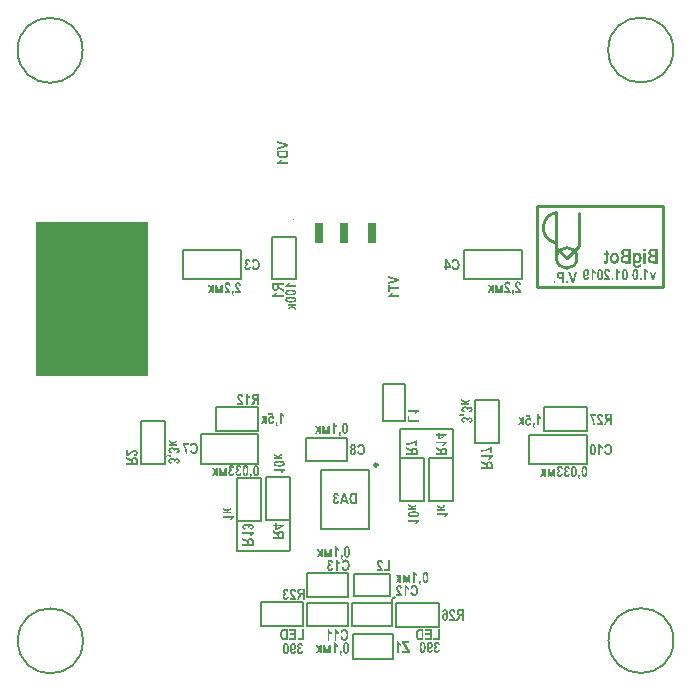
<source format=gbo>
G04 Layer_Color=32896*
%FSLAX43Y43*%
%MOMM*%
G71*
G01*
G75*
%ADD10C,0.200*%
%ADD25C,0.250*%
%ADD45C,0.254*%
%ADD47C,0.100*%
%ADD75R,9.599X13.075*%
%ADD76R,0.700X1.689*%
%ADD77R,0.679X1.689*%
G36*
X38300Y5000D02*
X38142D01*
Y5398D01*
X38091D01*
X38076Y5396D01*
X38062Y5395D01*
X38050Y5392D01*
X38042Y5390D01*
X38036Y5388D01*
X38034Y5386D01*
X38032D01*
X38022Y5382D01*
X38014Y5375D01*
X38000Y5362D01*
X37994Y5357D01*
X37990Y5351D01*
X37987Y5348D01*
X37986Y5347D01*
X37981Y5341D01*
X37976Y5333D01*
X37969Y5324D01*
X37963Y5314D01*
X37949Y5290D01*
X37935Y5266D01*
X37922Y5244D01*
X37917Y5234D01*
X37911Y5226D01*
X37907Y5219D01*
X37904Y5213D01*
X37901Y5209D01*
Y5207D01*
X37788Y5000D01*
X37598D01*
X37694Y5185D01*
X37704Y5204D01*
X37714Y5224D01*
X37723Y5241D01*
X37732Y5257D01*
X37740Y5271D01*
X37747Y5283D01*
X37760Y5305D01*
X37770Y5320D01*
X37778Y5331D01*
X37783Y5338D01*
X37784Y5340D01*
X37797Y5355D01*
X37811Y5371D01*
X37825Y5385D01*
X37838Y5396D01*
X37849Y5406D01*
X37859Y5413D01*
X37864Y5419D01*
X37867Y5420D01*
X37832Y5429D01*
X37802Y5440D01*
X37776Y5454D01*
X37754Y5469D01*
X37738Y5482D01*
X37725Y5493D01*
X37718Y5502D01*
X37715Y5503D01*
Y5505D01*
X37697Y5533D01*
X37683Y5562D01*
X37673Y5592D01*
X37667Y5620D01*
X37663Y5646D01*
X37661Y5657D01*
Y5667D01*
X37660Y5674D01*
Y5681D01*
Y5684D01*
Y5685D01*
X37661Y5718D01*
X37666Y5746D01*
X37671Y5773D01*
X37677Y5795D01*
X37684Y5812D01*
X37690Y5826D01*
X37694Y5835D01*
X37695Y5837D01*
X37709Y5860D01*
X37725Y5878D01*
X37739Y5894D01*
X37753Y5905D01*
X37766Y5915D01*
X37776Y5922D01*
X37783Y5925D01*
X37785Y5926D01*
X37797Y5930D01*
X37809Y5935D01*
X37838Y5942D01*
X37867Y5946D01*
X37897Y5950D01*
X37924Y5952D01*
X37936D01*
X37946Y5953D01*
X38300D01*
Y5000D01*
D02*
G37*
G36*
X36676Y5954D02*
X36699Y5952D01*
X36718Y5944D01*
X36738Y5937D01*
X36773Y5919D01*
X36789Y5909D01*
X36803Y5898D01*
X36816Y5887D01*
X36827Y5877D01*
X36837Y5867D01*
X36845Y5859D01*
X36851Y5851D01*
X36855Y5846D01*
X36858Y5842D01*
X36859Y5840D01*
X36873Y5818D01*
X36885Y5791D01*
X36896Y5763D01*
X36904Y5733D01*
X36918Y5671D01*
X36928Y5609D01*
X36931Y5579D01*
X36934Y5553D01*
X36935Y5529D01*
X36937Y5506D01*
X36938Y5489D01*
Y5475D01*
Y5467D01*
Y5465D01*
Y5464D01*
X36937Y5417D01*
X36935Y5374D01*
X36931Y5334D01*
X36927Y5297D01*
X36920Y5264D01*
X36914Y5234D01*
X36907Y5206D01*
X36900Y5182D01*
X36893Y5161D01*
X36886Y5144D01*
X36879Y5128D01*
X36873Y5116D01*
X36869Y5107D01*
X36865Y5100D01*
X36864Y5096D01*
X36862Y5094D01*
X36847Y5075D01*
X36831Y5058D01*
X36816Y5044D01*
X36799Y5031D01*
X36783Y5020D01*
X36766Y5011D01*
X36751Y5004D01*
X36735Y4999D01*
X36708Y4990D01*
X36697Y4987D01*
X36687Y4986D01*
X36679D01*
X36673Y4984D01*
X36668D01*
X36648Y4986D01*
X36630Y4989D01*
X36611Y4993D01*
X36594Y4997D01*
X36563Y5011D01*
X36538Y5027D01*
X36517Y5042D01*
X36508Y5049D01*
X36501Y5056D01*
X36496Y5061D01*
X36491Y5065D01*
X36490Y5068D01*
X36489Y5069D01*
X36476Y5086D01*
X36465Y5104D01*
X36455Y5123D01*
X36446Y5142D01*
X36434Y5182D01*
X36424Y5219D01*
X36421Y5237D01*
X36419Y5252D01*
X36418Y5268D01*
X36417Y5281D01*
X36415Y5290D01*
Y5297D01*
Y5303D01*
Y5305D01*
X36417Y5330D01*
X36418Y5355D01*
X36421Y5378D01*
X36427Y5400D01*
X36431Y5420D01*
X36436Y5438D01*
X36443Y5455D01*
X36449Y5471D01*
X36456Y5485D01*
X36462Y5498D01*
X36469Y5507D01*
X36473Y5516D01*
X36477Y5523D01*
X36481Y5527D01*
X36483Y5530D01*
X36484Y5531D01*
X36497Y5547D01*
X36511Y5560D01*
X36524Y5571D01*
X36538Y5581D01*
X36551Y5589D01*
X36565Y5596D01*
X36589Y5606D01*
X36611Y5613D01*
X36620Y5615D01*
X36628Y5616D01*
X36635Y5617D01*
X36644D01*
X36659Y5616D01*
X36673Y5615D01*
X36687Y5610D01*
X36699Y5608D01*
X36707Y5603D01*
X36715Y5599D01*
X36720Y5598D01*
X36721Y5596D01*
X36734Y5588D01*
X36745Y5578D01*
X36755Y5568D01*
X36765Y5558D01*
X36772Y5550D01*
X36778Y5543D01*
X36782Y5537D01*
X36783Y5536D01*
X36782Y5565D01*
X36779Y5592D01*
X36776Y5616D01*
X36773Y5637D01*
X36770Y5657D01*
X36766Y5675D01*
X36763Y5691D01*
X36759Y5705D01*
X36756Y5716D01*
X36754Y5726D01*
X36749Y5734D01*
X36748Y5740D01*
X36745Y5746D01*
X36744Y5749D01*
X36742Y5751D01*
X36730Y5770D01*
X36715Y5782D01*
X36703Y5792D01*
X36690Y5798D01*
X36679Y5802D01*
X36670Y5804D01*
X36663Y5805D01*
X36662D01*
X36649Y5804D01*
X36637Y5801D01*
X36627Y5795D01*
X36617Y5788D01*
X36601Y5771D01*
X36591Y5753D01*
X36583Y5733D01*
X36579Y5716D01*
X36577Y5709D01*
X36576Y5703D01*
Y5701D01*
Y5699D01*
X36431Y5719D01*
X36439Y5761D01*
X36449Y5796D01*
X36462Y5827D01*
X36474Y5853D01*
X36487Y5871D01*
X36497Y5885D01*
X36504Y5894D01*
X36507Y5897D01*
X36529Y5916D01*
X36555Y5930D01*
X36579Y5942D01*
X36603Y5949D01*
X36622Y5953D01*
X36639Y5954D01*
X36645Y5956D01*
X36653D01*
X36676Y5954D01*
D02*
G37*
G36*
X23225Y7705D02*
X23256Y7698D01*
X23285Y7688D01*
X23307Y7678D01*
X23325Y7667D01*
X23340Y7657D01*
X23348Y7650D01*
X23349Y7648D01*
X23351Y7647D01*
X23362Y7636D01*
X23372Y7621D01*
X23390Y7592D01*
X23404Y7561D01*
X23416Y7530D01*
X23424Y7502D01*
X23427Y7490D01*
X23430Y7479D01*
X23431Y7471D01*
X23433Y7464D01*
X23434Y7459D01*
Y7458D01*
X23296Y7430D01*
X23293Y7452D01*
X23289Y7471D01*
X23283Y7488D01*
X23278Y7500D01*
X23272Y7510D01*
X23268Y7519D01*
X23265Y7523D01*
X23263Y7524D01*
X23252Y7535D01*
X23241Y7542D01*
X23230Y7548D01*
X23220Y7552D01*
X23211Y7555D01*
X23203Y7557D01*
X23197D01*
X23183Y7555D01*
X23170Y7552D01*
X23159Y7548D01*
X23151Y7542D01*
X23144Y7537D01*
X23138Y7533D01*
X23135Y7530D01*
X23134Y7528D01*
X23125Y7517D01*
X23120Y7504D01*
X23114Y7492D01*
X23111Y7480D01*
X23110Y7469D01*
X23108Y7461D01*
Y7455D01*
Y7452D01*
X23110Y7431D01*
X23114Y7413D01*
X23120Y7397D01*
X23125Y7385D01*
X23131Y7375D01*
X23137Y7366D01*
X23141Y7362D01*
X23142Y7361D01*
X23156Y7351D01*
X23170Y7342D01*
X23186Y7338D01*
X23201Y7334D01*
X23214Y7332D01*
X23225Y7331D01*
X23235D01*
X23251Y7182D01*
X23237Y7186D01*
X23224Y7190D01*
X23211Y7193D01*
X23201Y7194D01*
X23194Y7196D01*
X23183D01*
X23168Y7194D01*
X23153Y7190D01*
X23141Y7183D01*
X23130Y7176D01*
X23121Y7168D01*
X23114Y7162D01*
X23110Y7156D01*
X23108Y7155D01*
X23098Y7139D01*
X23090Y7121D01*
X23084Y7103D01*
X23082Y7086D01*
X23079Y7070D01*
X23077Y7058D01*
Y7049D01*
Y7048D01*
Y7046D01*
X23079Y7019D01*
X23083Y6997D01*
X23087Y6976D01*
X23093Y6960D01*
X23100Y6946D01*
X23104Y6938D01*
X23108Y6931D01*
X23110Y6929D01*
X23122Y6915D01*
X23135Y6905D01*
X23149Y6898D01*
X23162Y6894D01*
X23172Y6891D01*
X23180Y6888D01*
X23189D01*
X23204Y6890D01*
X23218Y6894D01*
X23231Y6900D01*
X23241Y6907D01*
X23249Y6912D01*
X23256Y6918D01*
X23261Y6922D01*
X23262Y6924D01*
X23272Y6938D01*
X23280Y6955D01*
X23287Y6972D01*
X23292Y6988D01*
X23296Y7004D01*
X23297Y7015D01*
X23299Y7024D01*
Y7025D01*
Y7027D01*
X23444Y7005D01*
X23437Y6960D01*
X23427Y6922D01*
X23420Y6904D01*
X23413Y6888D01*
X23406Y6873D01*
X23399Y6860D01*
X23392Y6847D01*
X23385Y6838D01*
X23379Y6829D01*
X23373Y6821D01*
X23369Y6815D01*
X23365Y6811D01*
X23364Y6809D01*
X23362Y6808D01*
X23348Y6795D01*
X23334Y6784D01*
X23320Y6774D01*
X23304Y6767D01*
X23275Y6753D01*
X23248Y6745D01*
X23224Y6740D01*
X23213Y6739D01*
X23204Y6738D01*
X23197Y6736D01*
X23187D01*
X23168Y6738D01*
X23149Y6740D01*
X23131Y6745D01*
X23113Y6749D01*
X23082Y6763D01*
X23055Y6778D01*
X23032Y6794D01*
X23024Y6801D01*
X23017Y6808D01*
X23011Y6812D01*
X23005Y6816D01*
X23004Y6819D01*
X23003Y6821D01*
X22989Y6838D01*
X22976Y6855D01*
X22966Y6873D01*
X22958Y6891D01*
X22943Y6926D01*
X22934Y6960D01*
X22931Y6977D01*
X22928Y6991D01*
X22927Y7004D01*
X22925Y7015D01*
X22924Y7024D01*
Y7031D01*
Y7035D01*
Y7036D01*
X22925Y7069D01*
X22931Y7098D01*
X22936Y7124D01*
X22945Y7145D01*
X22952Y7162D01*
X22959Y7175D01*
X22965Y7183D01*
X22966Y7186D01*
X22983Y7207D01*
X23000Y7224D01*
X23017Y7237D01*
X23034Y7248D01*
X23049Y7255D01*
X23060Y7259D01*
X23069Y7262D01*
X23070Y7263D01*
X23072D01*
X23052Y7277D01*
X23035Y7293D01*
X23020Y7308D01*
X23008Y7321D01*
X22998Y7334D01*
X22993Y7342D01*
X22989Y7348D01*
X22987Y7351D01*
X22977Y7371D01*
X22970Y7390D01*
X22965Y7409D01*
X22962Y7427D01*
X22959Y7441D01*
X22958Y7454D01*
Y7461D01*
Y7464D01*
Y7480D01*
X22960Y7497D01*
X22967Y7528D01*
X22977Y7557D01*
X22989Y7582D01*
X23001Y7603D01*
X23007Y7612D01*
X23011Y7619D01*
X23015Y7624D01*
X23018Y7628D01*
X23020Y7630D01*
X23021Y7631D01*
X23034Y7645D01*
X23046Y7657D01*
X23060Y7667D01*
X23075Y7675D01*
X23103Y7689D01*
X23130Y7698D01*
X23155Y7703D01*
X23165Y7705D01*
X23173Y7706D01*
X23182Y7707D01*
X23208D01*
X23225Y7705D01*
D02*
G37*
G36*
X24800Y6752D02*
X24642D01*
Y7149D01*
X24591D01*
X24576Y7148D01*
X24562Y7146D01*
X24550Y7144D01*
X24542Y7142D01*
X24536Y7139D01*
X24534Y7138D01*
X24532D01*
X24522Y7134D01*
X24514Y7127D01*
X24500Y7114D01*
X24494Y7108D01*
X24490Y7103D01*
X24487Y7100D01*
X24486Y7098D01*
X24481Y7093D01*
X24476Y7084D01*
X24469Y7076D01*
X24463Y7066D01*
X24449Y7042D01*
X24435Y7018D01*
X24422Y6996D01*
X24417Y6986D01*
X24411Y6977D01*
X24407Y6970D01*
X24404Y6964D01*
X24401Y6960D01*
Y6959D01*
X24288Y6752D01*
X24098D01*
X24194Y6936D01*
X24204Y6956D01*
X24214Y6976D01*
X24223Y6993D01*
X24232Y7008D01*
X24240Y7022D01*
X24247Y7035D01*
X24260Y7056D01*
X24270Y7072D01*
X24278Y7083D01*
X24283Y7090D01*
X24284Y7091D01*
X24297Y7107D01*
X24311Y7122D01*
X24325Y7136D01*
X24338Y7148D01*
X24349Y7158D01*
X24359Y7165D01*
X24364Y7170D01*
X24367Y7172D01*
X24332Y7180D01*
X24302Y7191D01*
X24276Y7206D01*
X24254Y7221D01*
X24238Y7234D01*
X24225Y7245D01*
X24218Y7253D01*
X24215Y7255D01*
Y7256D01*
X24197Y7285D01*
X24183Y7314D01*
X24173Y7344D01*
X24167Y7372D01*
X24163Y7397D01*
X24161Y7409D01*
Y7418D01*
X24160Y7425D01*
Y7433D01*
Y7435D01*
Y7437D01*
X24161Y7469D01*
X24166Y7497D01*
X24171Y7524D01*
X24177Y7547D01*
X24184Y7564D01*
X24190Y7578D01*
X24194Y7586D01*
X24195Y7589D01*
X24209Y7612D01*
X24225Y7630D01*
X24239Y7645D01*
X24253Y7657D01*
X24266Y7667D01*
X24276Y7674D01*
X24283Y7676D01*
X24285Y7678D01*
X24297Y7682D01*
X24309Y7686D01*
X24338Y7693D01*
X24367Y7698D01*
X24397Y7702D01*
X24424Y7703D01*
X24436D01*
X24446Y7705D01*
X24800D01*
Y6752D01*
D02*
G37*
G36*
X23809Y7706D02*
X23829Y7705D01*
X23864Y7696D01*
X23895Y7686D01*
X23920Y7674D01*
X23941Y7661D01*
X23949Y7654D01*
X23956Y7650D01*
X23961Y7645D01*
X23965Y7641D01*
X23967Y7640D01*
X23968Y7638D01*
X23981Y7624D01*
X23991Y7610D01*
X24009Y7576D01*
X24023Y7541D01*
X24033Y7507D01*
X24037Y7490D01*
X24042Y7475D01*
X24043Y7461D01*
X24046Y7449D01*
X24047Y7440D01*
Y7433D01*
X24049Y7427D01*
Y7425D01*
X23899Y7406D01*
X23896Y7433D01*
X23892Y7455D01*
X23887Y7475D01*
X23879Y7492D01*
X23871Y7507D01*
X23863Y7519D01*
X23853Y7528D01*
X23843Y7537D01*
X23833Y7542D01*
X23824Y7547D01*
X23808Y7552D01*
X23802Y7554D01*
X23796Y7555D01*
X23792D01*
X23777Y7554D01*
X23761Y7550D01*
X23748Y7545D01*
X23739Y7540D01*
X23730Y7533D01*
X23724Y7528D01*
X23720Y7524D01*
X23719Y7523D01*
X23709Y7510D01*
X23702Y7495D01*
X23698Y7479D01*
X23693Y7464D01*
X23692Y7449D01*
X23691Y7438D01*
Y7431D01*
Y7430D01*
Y7428D01*
X23692Y7407D01*
X23696Y7386D01*
X23702Y7366D01*
X23707Y7349D01*
X23713Y7334D01*
X23719Y7323D01*
X23723Y7316D01*
X23724Y7313D01*
X23730Y7304D01*
X23737Y7294D01*
X23754Y7272D01*
X23774Y7248D01*
X23795Y7222D01*
X23815Y7199D01*
X23823Y7187D01*
X23832Y7179D01*
X23837Y7172D01*
X23843Y7166D01*
X23846Y7162D01*
X23847Y7160D01*
X23870Y7135D01*
X23889Y7110D01*
X23909Y7087D01*
X23926Y7066D01*
X23941Y7045D01*
X23954Y7027D01*
X23967Y7010D01*
X23977Y6994D01*
X23987Y6980D01*
X23995Y6969D01*
X24001Y6957D01*
X24006Y6949D01*
X24011Y6942D01*
X24012Y6938D01*
X24015Y6935D01*
Y6933D01*
X24029Y6901D01*
X24040Y6869D01*
X24050Y6838D01*
X24056Y6811D01*
X24060Y6787D01*
X24063Y6777D01*
X24064Y6769D01*
Y6762D01*
X24066Y6756D01*
Y6753D01*
Y6752D01*
X23540D01*
Y6921D01*
X23839D01*
X23829Y6939D01*
X23819Y6955D01*
X23815Y6960D01*
X23810Y6966D01*
X23809Y6969D01*
X23808Y6970D01*
X23798Y6983D01*
X23785Y6998D01*
X23770Y7015D01*
X23754Y7034D01*
X23740Y7050D01*
X23727Y7065D01*
X23723Y7070D01*
X23719Y7074D01*
X23717Y7076D01*
X23716Y7077D01*
X23689Y7108D01*
X23667Y7136D01*
X23647Y7160D01*
X23631Y7182D01*
X23620Y7197D01*
X23612Y7210D01*
X23607Y7217D01*
X23606Y7220D01*
X23595Y7241D01*
X23583Y7261D01*
X23575Y7279D01*
X23568Y7296D01*
X23564Y7310D01*
X23559Y7320D01*
X23557Y7327D01*
Y7330D01*
X23551Y7351D01*
X23547Y7371D01*
X23544Y7390D01*
X23541Y7407D01*
Y7423D01*
X23540Y7434D01*
Y7441D01*
Y7444D01*
Y7464D01*
X23543Y7482D01*
X23550Y7516D01*
X23559Y7547D01*
X23571Y7574D01*
X23583Y7596D01*
X23589Y7606D01*
X23593Y7613D01*
X23598Y7619D01*
X23600Y7623D01*
X23602Y7626D01*
X23603Y7627D01*
X23616Y7641D01*
X23629Y7654D01*
X23643Y7664D01*
X23658Y7674D01*
X23674Y7682D01*
X23689Y7688D01*
X23719Y7698D01*
X23747Y7703D01*
X23758Y7705D01*
X23770Y7706D01*
X23778Y7707D01*
X23789D01*
X23809Y7706D01*
D02*
G37*
G36*
X37309Y5954D02*
X37329Y5953D01*
X37364Y5944D01*
X37395Y5935D01*
X37420Y5922D01*
X37441Y5909D01*
X37449Y5902D01*
X37456Y5898D01*
X37461Y5894D01*
X37465Y5890D01*
X37467Y5888D01*
X37468Y5887D01*
X37481Y5873D01*
X37491Y5859D01*
X37509Y5825D01*
X37523Y5789D01*
X37533Y5756D01*
X37537Y5739D01*
X37542Y5723D01*
X37543Y5709D01*
X37546Y5698D01*
X37547Y5688D01*
Y5681D01*
X37549Y5675D01*
Y5674D01*
X37399Y5654D01*
X37396Y5681D01*
X37392Y5703D01*
X37387Y5723D01*
X37379Y5740D01*
X37371Y5756D01*
X37363Y5767D01*
X37353Y5777D01*
X37343Y5785D01*
X37333Y5791D01*
X37324Y5795D01*
X37308Y5801D01*
X37302Y5802D01*
X37296Y5804D01*
X37292D01*
X37277Y5802D01*
X37261Y5798D01*
X37248Y5794D01*
X37238Y5788D01*
X37230Y5781D01*
X37224Y5777D01*
X37220Y5773D01*
X37219Y5771D01*
X37209Y5758D01*
X37202Y5743D01*
X37198Y5727D01*
X37193Y5712D01*
X37192Y5698D01*
X37191Y5687D01*
Y5679D01*
Y5678D01*
Y5677D01*
X37192Y5656D01*
X37196Y5634D01*
X37202Y5615D01*
X37207Y5598D01*
X37213Y5582D01*
X37219Y5571D01*
X37223Y5564D01*
X37224Y5561D01*
X37230Y5553D01*
X37237Y5543D01*
X37254Y5520D01*
X37274Y5496D01*
X37295Y5471D01*
X37315Y5447D01*
X37323Y5436D01*
X37332Y5427D01*
X37337Y5420D01*
X37343Y5414D01*
X37346Y5410D01*
X37347Y5409D01*
X37370Y5383D01*
X37389Y5358D01*
X37409Y5336D01*
X37426Y5314D01*
X37441Y5293D01*
X37454Y5275D01*
X37467Y5258D01*
X37477Y5242D01*
X37487Y5228D01*
X37495Y5217D01*
X37501Y5206D01*
X37506Y5197D01*
X37511Y5190D01*
X37512Y5186D01*
X37515Y5183D01*
Y5182D01*
X37529Y5149D01*
X37540Y5117D01*
X37550Y5086D01*
X37556Y5059D01*
X37560Y5035D01*
X37563Y5025D01*
X37564Y5017D01*
Y5010D01*
X37566Y5004D01*
Y5001D01*
Y5000D01*
X37040D01*
Y5169D01*
X37339D01*
X37329Y5187D01*
X37319Y5203D01*
X37315Y5209D01*
X37310Y5214D01*
X37309Y5217D01*
X37308Y5219D01*
X37298Y5231D01*
X37285Y5247D01*
X37270Y5264D01*
X37254Y5282D01*
X37240Y5299D01*
X37227Y5313D01*
X37223Y5319D01*
X37219Y5323D01*
X37217Y5324D01*
X37216Y5326D01*
X37189Y5357D01*
X37167Y5385D01*
X37147Y5409D01*
X37131Y5430D01*
X37120Y5445D01*
X37112Y5458D01*
X37107Y5465D01*
X37106Y5468D01*
X37095Y5489D01*
X37083Y5509D01*
X37075Y5527D01*
X37068Y5544D01*
X37064Y5558D01*
X37059Y5568D01*
X37057Y5575D01*
Y5578D01*
X37051Y5599D01*
X37047Y5619D01*
X37044Y5639D01*
X37041Y5656D01*
Y5671D01*
X37040Y5682D01*
Y5689D01*
Y5692D01*
Y5712D01*
X37043Y5730D01*
X37050Y5764D01*
X37059Y5795D01*
X37071Y5822D01*
X37083Y5844D01*
X37089Y5854D01*
X37093Y5861D01*
X37098Y5867D01*
X37100Y5871D01*
X37102Y5874D01*
X37103Y5875D01*
X37116Y5890D01*
X37129Y5902D01*
X37143Y5912D01*
X37158Y5922D01*
X37174Y5930D01*
X37189Y5936D01*
X37219Y5946D01*
X37247Y5952D01*
X37258Y5953D01*
X37270Y5954D01*
X37278Y5956D01*
X37289D01*
X37309Y5954D01*
D02*
G37*
G36*
X22835Y43958D02*
X22814Y43920D01*
X22790Y43887D01*
X22767Y43859D01*
X22757Y43846D01*
X22748Y43835D01*
X22738Y43825D01*
X22731Y43818D01*
X22724Y43811D01*
X22719Y43807D01*
X22717Y43804D01*
X22715Y43803D01*
X23404D01*
Y43652D01*
X22449D01*
Y43774D01*
X22480Y43786D01*
X22508Y43800D01*
X22533Y43815D01*
X22554Y43831D01*
X22573Y43845D01*
X22587Y43856D01*
X22595Y43865D01*
X22597Y43866D01*
X22598Y43867D01*
X22621Y43893D01*
X22639Y43917D01*
X22655Y43938D01*
X22667Y43958D01*
X22676Y43975D01*
X22683Y43986D01*
X22686Y43994D01*
X22687Y43996D01*
Y43997D01*
X22853D01*
X22835Y43958D01*
D02*
G37*
G36*
X23404Y44496D02*
X23403Y44462D01*
X23400Y44431D01*
X23396Y44405D01*
X23390Y44382D01*
X23386Y44364D01*
X23382Y44351D01*
X23379Y44343D01*
X23378Y44340D01*
X23366Y44317D01*
X23354Y44297D01*
X23341Y44281D01*
X23328Y44265D01*
X23317Y44254D01*
X23307Y44244D01*
X23302Y44238D01*
X23299Y44237D01*
X23278Y44221D01*
X23254Y44207D01*
X23230Y44195D01*
X23206Y44185D01*
X23186Y44176D01*
X23169Y44171D01*
X23162Y44168D01*
X23158Y44166D01*
X23155Y44165D01*
X23154D01*
X23118Y44155D01*
X23082Y44148D01*
X23045Y44144D01*
X23011Y44140D01*
X22996D01*
X22982Y44138D01*
X22969D01*
X22959Y44137D01*
X22938D01*
X22889Y44138D01*
X22845Y44141D01*
X22824Y44142D01*
X22805Y44145D01*
X22788Y44148D01*
X22773Y44149D01*
X22759Y44152D01*
X22746Y44155D01*
X22735Y44158D01*
X22726Y44159D01*
X22719Y44161D01*
X22714Y44162D01*
X22711Y44164D01*
X22710D01*
X22676Y44175D01*
X22646Y44186D01*
X22621Y44199D01*
X22600Y44211D01*
X22581Y44221D01*
X22569Y44230D01*
X22561Y44235D01*
X22559Y44238D01*
X22539Y44257D01*
X22522Y44273D01*
X22508Y44292D01*
X22497Y44307D01*
X22488Y44321D01*
X22481Y44331D01*
X22478Y44338D01*
X22477Y44341D01*
X22468Y44364D01*
X22463Y44390D01*
X22457Y44417D01*
X22454Y44444D01*
X22453Y44468D01*
Y44478D01*
X22452Y44486D01*
Y44495D01*
Y44500D01*
Y44503D01*
Y44505D01*
Y44792D01*
X23404D01*
Y44496D01*
D02*
G37*
G36*
X49824Y22519D02*
X49844Y22518D01*
X49879Y22510D01*
X49910Y22500D01*
X49936Y22487D01*
X49957Y22474D01*
X49964Y22467D01*
X49971Y22463D01*
X49977Y22459D01*
X49981Y22455D01*
X49982Y22453D01*
X49984Y22452D01*
X49996Y22438D01*
X50006Y22424D01*
X50025Y22390D01*
X50039Y22355D01*
X50049Y22321D01*
X50053Y22304D01*
X50057Y22288D01*
X50058Y22274D01*
X50061Y22263D01*
X50063Y22253D01*
Y22246D01*
X50064Y22240D01*
Y22239D01*
X49915Y22219D01*
X49912Y22246D01*
X49908Y22269D01*
X49902Y22288D01*
X49895Y22305D01*
X49886Y22321D01*
X49878Y22332D01*
X49868Y22342D01*
X49858Y22350D01*
X49848Y22356D01*
X49840Y22360D01*
X49823Y22366D01*
X49817Y22367D01*
X49812Y22369D01*
X49808D01*
X49792Y22367D01*
X49777Y22363D01*
X49764Y22359D01*
X49754Y22353D01*
X49745Y22346D01*
X49740Y22342D01*
X49736Y22338D01*
X49734Y22336D01*
X49724Y22323D01*
X49717Y22308D01*
X49713Y22292D01*
X49709Y22277D01*
X49707Y22263D01*
X49706Y22252D01*
Y22245D01*
Y22243D01*
Y22242D01*
X49707Y22221D01*
X49712Y22199D01*
X49717Y22180D01*
X49723Y22163D01*
X49729Y22147D01*
X49734Y22136D01*
X49738Y22129D01*
X49740Y22126D01*
X49745Y22118D01*
X49753Y22108D01*
X49769Y22085D01*
X49789Y22061D01*
X49810Y22036D01*
X49830Y22012D01*
X49839Y22001D01*
X49847Y21992D01*
X49853Y21985D01*
X49858Y21980D01*
X49861Y21975D01*
X49862Y21974D01*
X49885Y21949D01*
X49905Y21923D01*
X49925Y21901D01*
X49941Y21879D01*
X49957Y21858D01*
X49970Y21840D01*
X49982Y21823D01*
X49992Y21808D01*
X50002Y21793D01*
X50011Y21782D01*
X50016Y21771D01*
X50022Y21762D01*
X50026Y21755D01*
X50027Y21751D01*
X50030Y21748D01*
Y21747D01*
X50044Y21715D01*
X50056Y21682D01*
X50065Y21651D01*
X50071Y21624D01*
X50075Y21600D01*
X50078Y21590D01*
X50080Y21582D01*
Y21575D01*
X50081Y21569D01*
Y21566D01*
Y21565D01*
X49555D01*
Y21734D01*
X49854D01*
X49844Y21753D01*
X49834Y21768D01*
X49830Y21774D01*
X49826Y21779D01*
X49824Y21782D01*
X49823Y21784D01*
X49813Y21796D01*
X49800Y21812D01*
X49785Y21829D01*
X49769Y21847D01*
X49755Y21864D01*
X49743Y21878D01*
X49738Y21884D01*
X49734Y21888D01*
X49733Y21889D01*
X49731Y21891D01*
X49705Y21922D01*
X49682Y21950D01*
X49662Y21974D01*
X49647Y21995D01*
X49636Y22011D01*
X49627Y22023D01*
X49623Y22030D01*
X49621Y22033D01*
X49610Y22054D01*
X49599Y22074D01*
X49590Y22092D01*
X49583Y22109D01*
X49579Y22123D01*
X49575Y22133D01*
X49572Y22140D01*
Y22143D01*
X49566Y22164D01*
X49562Y22184D01*
X49559Y22204D01*
X49557Y22221D01*
Y22236D01*
X49555Y22247D01*
Y22254D01*
Y22257D01*
Y22277D01*
X49558Y22295D01*
X49565Y22329D01*
X49575Y22360D01*
X49586Y22387D01*
X49599Y22409D01*
X49605Y22419D01*
X49609Y22426D01*
X49613Y22432D01*
X49616Y22436D01*
X49617Y22439D01*
X49619Y22441D01*
X49631Y22455D01*
X49644Y22467D01*
X49658Y22477D01*
X49674Y22487D01*
X49689Y22495D01*
X49705Y22501D01*
X49734Y22511D01*
X49762Y22517D01*
X49774Y22518D01*
X49785Y22519D01*
X49793Y22521D01*
X49805D01*
X49824Y22519D01*
D02*
G37*
G36*
X49454Y22336D02*
X49114D01*
X49152Y22274D01*
X49184Y22209D01*
X49214Y22149D01*
X49227Y22119D01*
X49238Y22092D01*
X49248Y22066D01*
X49258Y22043D01*
X49265Y22022D01*
X49272Y22003D01*
X49276Y21989D01*
X49280Y21978D01*
X49282Y21972D01*
X49283Y21970D01*
X49304Y21895D01*
X49320Y21822D01*
X49325Y21786D01*
X49331Y21753D01*
X49335Y21722D01*
X49340Y21692D01*
X49342Y21665D01*
X49345Y21640D01*
X49347Y21619D01*
X49348Y21600D01*
Y21585D01*
X49349Y21574D01*
Y21568D01*
Y21565D01*
X49206D01*
X49204Y21614D01*
X49200Y21665D01*
X49194Y21715D01*
X49191Y21737D01*
X49187Y21760D01*
X49184Y21779D01*
X49182Y21798D01*
X49179Y21815D01*
X49176Y21829D01*
X49173Y21840D01*
X49172Y21848D01*
X49170Y21854D01*
Y21855D01*
X49156Y21915D01*
X49139Y21970D01*
X49131Y21996D01*
X49124Y22022D01*
X49115Y22044D01*
X49107Y22066D01*
X49100Y22085D01*
X49093Y22104D01*
X49086Y22119D01*
X49082Y22132D01*
X49076Y22142D01*
X49073Y22150D01*
X49070Y22154D01*
Y22156D01*
X49058Y22181D01*
X49046Y22205D01*
X49034Y22228D01*
X49022Y22249D01*
X49011Y22267D01*
X49001Y22285D01*
X48991Y22301D01*
X48981Y22316D01*
X48973Y22329D01*
X48966Y22340D01*
X48959Y22349D01*
X48953Y22357D01*
X48948Y22363D01*
X48945Y22369D01*
X48942Y22370D01*
Y22371D01*
Y22505D01*
X49454D01*
Y22336D01*
D02*
G37*
G36*
X50815Y21565D02*
X50658D01*
Y21963D01*
X50607D01*
X50591Y21961D01*
X50577Y21960D01*
X50566Y21957D01*
X50557Y21956D01*
X50552Y21953D01*
X50549Y21951D01*
X50548D01*
X50538Y21947D01*
X50529Y21940D01*
X50515Y21927D01*
X50510Y21922D01*
X50505Y21916D01*
X50502Y21913D01*
X50501Y21912D01*
X50497Y21906D01*
X50491Y21898D01*
X50484Y21889D01*
X50479Y21879D01*
X50464Y21855D01*
X50450Y21832D01*
X50438Y21809D01*
X50432Y21799D01*
X50426Y21791D01*
X50422Y21784D01*
X50419Y21778D01*
X50417Y21774D01*
Y21772D01*
X50304Y21565D01*
X50113D01*
X50209Y21750D01*
X50219Y21769D01*
X50229Y21789D01*
X50239Y21806D01*
X50247Y21822D01*
X50256Y21836D01*
X50263Y21848D01*
X50276Y21870D01*
X50285Y21885D01*
X50294Y21896D01*
X50298Y21903D01*
X50299Y21905D01*
X50312Y21920D01*
X50326Y21936D01*
X50340Y21950D01*
X50353Y21961D01*
X50364Y21971D01*
X50374Y21978D01*
X50380Y21984D01*
X50383Y21985D01*
X50347Y21994D01*
X50318Y22005D01*
X50291Y22019D01*
X50270Y22035D01*
X50253Y22047D01*
X50240Y22058D01*
X50233Y22067D01*
X50230Y22068D01*
Y22070D01*
X50212Y22098D01*
X50198Y22128D01*
X50188Y22157D01*
X50182Y22185D01*
X50178Y22211D01*
X50177Y22222D01*
Y22232D01*
X50175Y22239D01*
Y22246D01*
Y22249D01*
Y22250D01*
X50177Y22283D01*
X50181Y22311D01*
X50187Y22338D01*
X50192Y22360D01*
X50199Y22377D01*
X50205Y22391D01*
X50209Y22400D01*
X50211Y22402D01*
X50225Y22425D01*
X50240Y22443D01*
X50254Y22459D01*
X50268Y22470D01*
X50281Y22480D01*
X50291Y22487D01*
X50298Y22490D01*
X50301Y22491D01*
X50312Y22495D01*
X50325Y22500D01*
X50353Y22507D01*
X50383Y22511D01*
X50412Y22515D01*
X50439Y22517D01*
X50452D01*
X50462Y22518D01*
X50815D01*
Y21565D01*
D02*
G37*
G36*
X40690Y19194D02*
X40521D01*
Y19533D01*
X40459Y19495D01*
X40394Y19463D01*
X40334Y19433D01*
X40304Y19421D01*
X40277Y19409D01*
X40251Y19400D01*
X40228Y19390D01*
X40207Y19383D01*
X40188Y19376D01*
X40174Y19371D01*
X40163Y19367D01*
X40157Y19366D01*
X40155Y19364D01*
X40080Y19343D01*
X40007Y19328D01*
X39971Y19322D01*
X39938Y19316D01*
X39907Y19312D01*
X39877Y19308D01*
X39850Y19305D01*
X39825Y19302D01*
X39804Y19301D01*
X39785Y19299D01*
X39770D01*
X39759Y19298D01*
X39750D01*
Y19442D01*
X39799Y19443D01*
X39850Y19447D01*
X39900Y19453D01*
X39922Y19456D01*
X39945Y19460D01*
X39964Y19463D01*
X39983Y19466D01*
X40000Y19469D01*
X40014Y19471D01*
X40025Y19474D01*
X40033Y19476D01*
X40039Y19477D01*
X40040D01*
X40100Y19491D01*
X40155Y19508D01*
X40181Y19517D01*
X40207Y19524D01*
X40229Y19532D01*
X40251Y19541D01*
X40270Y19548D01*
X40289Y19555D01*
X40304Y19562D01*
X40317Y19566D01*
X40327Y19572D01*
X40335Y19574D01*
X40339Y19577D01*
X40341D01*
X40366Y19590D01*
X40390Y19601D01*
X40413Y19614D01*
X40434Y19625D01*
X40452Y19636D01*
X40470Y19646D01*
X40486Y19656D01*
X40501Y19666D01*
X40514Y19674D01*
X40525Y19681D01*
X40534Y19689D01*
X40542Y19694D01*
X40548Y19700D01*
X40554Y19703D01*
X40555Y19705D01*
X40690D01*
Y19194D01*
D02*
G37*
G36*
X23001Y33392D02*
X22604D01*
Y33361D01*
Y33341D01*
X22605Y33326D01*
X22606Y33312D01*
X22609Y33300D01*
X22611Y33292D01*
X22614Y33286D01*
X22615Y33284D01*
Y33282D01*
X22619Y33272D01*
X22626Y33264D01*
X22639Y33250D01*
X22645Y33244D01*
X22650Y33240D01*
X22653Y33237D01*
X22654Y33236D01*
X22660Y33231D01*
X22668Y33226D01*
X22677Y33219D01*
X22687Y33213D01*
X22711Y33199D01*
X22735Y33185D01*
X22757Y33172D01*
X22767Y33167D01*
X22776Y33161D01*
X22783Y33157D01*
X22788Y33154D01*
X22793Y33151D01*
X22794D01*
X23001Y33038D01*
Y32848D01*
X22817Y32944D01*
X22797Y32954D01*
X22777Y32964D01*
X22760Y32973D01*
X22745Y32982D01*
X22731Y32990D01*
X22718Y32997D01*
X22697Y33010D01*
X22681Y33020D01*
X22670Y33028D01*
X22663Y33033D01*
X22661Y33034D01*
X22646Y33047D01*
X22630Y33061D01*
X22616Y33075D01*
X22605Y33088D01*
X22595Y33099D01*
X22588Y33109D01*
X22583Y33114D01*
X22581Y33117D01*
X22573Y33082D01*
X22561Y33052D01*
X22547Y33026D01*
X22532Y33004D01*
X22519Y32988D01*
X22508Y32975D01*
X22499Y32968D01*
X22498Y32965D01*
X22497D01*
X22468Y32947D01*
X22439Y32933D01*
X22409Y32923D01*
X22381Y32917D01*
X22356Y32913D01*
X22344Y32911D01*
X22334D01*
X22327Y32910D01*
X22316D01*
X22284Y32911D01*
X22255Y32916D01*
X22229Y32921D01*
X22206Y32927D01*
X22189Y32934D01*
X22175Y32940D01*
X22167Y32944D01*
X22164Y32945D01*
X22141Y32959D01*
X22123Y32975D01*
X22107Y32989D01*
X22096Y33003D01*
X22086Y33016D01*
X22079Y33026D01*
X22076Y33033D01*
X22075Y33035D01*
X22071Y33047D01*
X22067Y33059D01*
X22059Y33088D01*
X22055Y33117D01*
X22051Y33147D01*
X22050Y33174D01*
Y33186D01*
X22048Y33196D01*
Y33205D01*
Y33212D01*
Y33216D01*
Y33217D01*
Y33550D01*
X23001D01*
Y33392D01*
D02*
G37*
G36*
X9885Y18781D02*
X9904Y18771D01*
X9924Y18761D01*
X9941Y18752D01*
X9957Y18743D01*
X9971Y18735D01*
X9983Y18728D01*
X10005Y18715D01*
X10020Y18705D01*
X10031Y18697D01*
X10038Y18692D01*
X10040Y18691D01*
X10055Y18678D01*
X10071Y18664D01*
X10085Y18650D01*
X10096Y18637D01*
X10106Y18626D01*
X10113Y18616D01*
X10119Y18611D01*
X10120Y18608D01*
X10129Y18643D01*
X10140Y18673D01*
X10154Y18699D01*
X10169Y18721D01*
X10182Y18737D01*
X10193Y18750D01*
X10202Y18757D01*
X10203Y18760D01*
X10205D01*
X10233Y18778D01*
X10262Y18792D01*
X10292Y18802D01*
X10320Y18808D01*
X10346Y18812D01*
X10357Y18814D01*
X10367D01*
X10374Y18815D01*
X10385D01*
X10418Y18814D01*
X10446Y18809D01*
X10473Y18804D01*
X10495Y18798D01*
X10512Y18791D01*
X10526Y18785D01*
X10535Y18781D01*
X10537Y18780D01*
X10560Y18766D01*
X10578Y18750D01*
X10594Y18736D01*
X10605Y18722D01*
X10615Y18709D01*
X10622Y18699D01*
X10625Y18692D01*
X10626Y18690D01*
X10630Y18678D01*
X10635Y18666D01*
X10642Y18637D01*
X10646Y18608D01*
X10650Y18578D01*
X10652Y18551D01*
Y18539D01*
X10653Y18529D01*
Y18520D01*
Y18513D01*
Y18509D01*
Y18508D01*
Y18175D01*
X9700D01*
Y18333D01*
X10098D01*
Y18364D01*
Y18384D01*
X10096Y18399D01*
X10095Y18413D01*
X10092Y18424D01*
X10090Y18433D01*
X10088Y18439D01*
X10086Y18441D01*
Y18443D01*
X10082Y18453D01*
X10075Y18461D01*
X10062Y18475D01*
X10057Y18481D01*
X10051Y18485D01*
X10048Y18488D01*
X10047Y18489D01*
X10041Y18494D01*
X10033Y18499D01*
X10024Y18506D01*
X10014Y18512D01*
X9990Y18526D01*
X9966Y18540D01*
X9944Y18553D01*
X9934Y18558D01*
X9926Y18564D01*
X9918Y18568D01*
X9913Y18571D01*
X9909Y18574D01*
X9907D01*
X9700Y18687D01*
Y18877D01*
X9885Y18781D01*
D02*
G37*
G36*
X22432Y32717D02*
X22411Y32679D01*
X22387Y32646D01*
X22364Y32618D01*
X22354Y32605D01*
X22344Y32594D01*
X22334Y32584D01*
X22327Y32577D01*
X22320Y32570D01*
X22316Y32566D01*
X22313Y32563D01*
X22312Y32562D01*
X23001D01*
Y32411D01*
X22045D01*
Y32534D01*
X22076Y32545D01*
X22105Y32559D01*
X22130Y32574D01*
X22151Y32590D01*
X22169Y32604D01*
X22184Y32615D01*
X22192Y32624D01*
X22193Y32625D01*
X22195Y32627D01*
X22217Y32652D01*
X22236Y32676D01*
X22251Y32697D01*
X22264Y32717D01*
X22272Y32734D01*
X22279Y32745D01*
X22282Y32754D01*
X22284Y32755D01*
Y32756D01*
X22450D01*
X22432Y32717D01*
D02*
G37*
G36*
X32025Y9200D02*
X31475D01*
Y9361D01*
X31867D01*
Y10146D01*
X32025D01*
Y9200D01*
D02*
G37*
G36*
X31158Y10154D02*
X31178Y10153D01*
X31213Y10144D01*
X31244Y10135D01*
X31269Y10122D01*
X31291Y10109D01*
X31298Y10102D01*
X31305Y10098D01*
X31310Y10094D01*
X31315Y10090D01*
X31316Y10088D01*
X31317Y10087D01*
X31330Y10073D01*
X31340Y10059D01*
X31358Y10025D01*
X31372Y9989D01*
X31382Y9956D01*
X31386Y9939D01*
X31391Y9923D01*
X31392Y9909D01*
X31395Y9898D01*
X31396Y9888D01*
Y9881D01*
X31398Y9875D01*
Y9874D01*
X31248Y9854D01*
X31245Y9881D01*
X31241Y9903D01*
X31236Y9923D01*
X31229Y9940D01*
X31220Y9956D01*
X31212Y9967D01*
X31202Y9977D01*
X31192Y9985D01*
X31182Y9991D01*
X31174Y9995D01*
X31157Y10001D01*
X31151Y10002D01*
X31145Y10004D01*
X31141D01*
X31126Y10002D01*
X31110Y9998D01*
X31097Y9994D01*
X31088Y9988D01*
X31079Y9981D01*
X31073Y9977D01*
X31069Y9973D01*
X31068Y9971D01*
X31058Y9958D01*
X31051Y9943D01*
X31047Y9927D01*
X31042Y9912D01*
X31041Y9898D01*
X31040Y9887D01*
Y9879D01*
Y9878D01*
Y9877D01*
X31041Y9856D01*
X31045Y9834D01*
X31051Y9815D01*
X31057Y9798D01*
X31062Y9782D01*
X31068Y9771D01*
X31072Y9764D01*
X31073Y9761D01*
X31079Y9753D01*
X31086Y9743D01*
X31103Y9720D01*
X31123Y9696D01*
X31144Y9671D01*
X31164Y9647D01*
X31172Y9636D01*
X31181Y9627D01*
X31186Y9620D01*
X31192Y9614D01*
X31195Y9610D01*
X31196Y9609D01*
X31219Y9583D01*
X31238Y9558D01*
X31258Y9536D01*
X31275Y9514D01*
X31291Y9493D01*
X31303Y9475D01*
X31316Y9458D01*
X31326Y9442D01*
X31336Y9428D01*
X31344Y9417D01*
X31350Y9406D01*
X31355Y9397D01*
X31360Y9390D01*
X31361Y9386D01*
X31364Y9383D01*
Y9382D01*
X31378Y9349D01*
X31389Y9317D01*
X31399Y9286D01*
X31405Y9259D01*
X31409Y9235D01*
X31412Y9225D01*
X31413Y9217D01*
Y9210D01*
X31415Y9204D01*
Y9201D01*
Y9200D01*
X30889D01*
Y9369D01*
X31188D01*
X31178Y9387D01*
X31168Y9403D01*
X31164Y9409D01*
X31159Y9414D01*
X31158Y9417D01*
X31157Y9419D01*
X31147Y9431D01*
X31134Y9447D01*
X31119Y9464D01*
X31103Y9482D01*
X31089Y9499D01*
X31076Y9513D01*
X31072Y9519D01*
X31068Y9523D01*
X31066Y9524D01*
X31065Y9526D01*
X31038Y9557D01*
X31016Y9585D01*
X30996Y9609D01*
X30980Y9630D01*
X30969Y9645D01*
X30961Y9658D01*
X30956Y9665D01*
X30955Y9668D01*
X30944Y9689D01*
X30932Y9709D01*
X30924Y9727D01*
X30917Y9744D01*
X30913Y9758D01*
X30909Y9768D01*
X30906Y9775D01*
Y9778D01*
X30900Y9799D01*
X30896Y9819D01*
X30893Y9839D01*
X30890Y9856D01*
Y9871D01*
X30889Y9882D01*
Y9889D01*
Y9892D01*
Y9912D01*
X30892Y9930D01*
X30899Y9964D01*
X30909Y9995D01*
X30920Y10022D01*
X30932Y10044D01*
X30938Y10054D01*
X30942Y10061D01*
X30947Y10067D01*
X30949Y10071D01*
X30951Y10074D01*
X30952Y10075D01*
X30965Y10090D01*
X30978Y10102D01*
X30992Y10112D01*
X31007Y10122D01*
X31023Y10130D01*
X31038Y10136D01*
X31068Y10146D01*
X31096Y10152D01*
X31107Y10153D01*
X31119Y10154D01*
X31127Y10156D01*
X31138D01*
X31158Y10154D01*
D02*
G37*
G36*
X10430Y19432D02*
X10464Y19425D01*
X10495Y19416D01*
X10522Y19404D01*
X10544Y19392D01*
X10554Y19386D01*
X10561Y19382D01*
X10567Y19377D01*
X10571Y19375D01*
X10574Y19373D01*
X10575Y19372D01*
X10590Y19359D01*
X10602Y19346D01*
X10612Y19332D01*
X10622Y19317D01*
X10630Y19301D01*
X10636Y19286D01*
X10646Y19256D01*
X10652Y19228D01*
X10653Y19217D01*
X10654Y19205D01*
X10656Y19197D01*
Y19191D01*
Y19187D01*
Y19186D01*
X10654Y19166D01*
X10653Y19146D01*
X10644Y19111D01*
X10635Y19080D01*
X10622Y19055D01*
X10609Y19033D01*
X10602Y19026D01*
X10598Y19019D01*
X10594Y19014D01*
X10590Y19010D01*
X10588Y19008D01*
X10587Y19007D01*
X10573Y18994D01*
X10559Y18984D01*
X10525Y18966D01*
X10489Y18952D01*
X10456Y18942D01*
X10439Y18938D01*
X10423Y18933D01*
X10409Y18932D01*
X10398Y18929D01*
X10388Y18928D01*
X10381D01*
X10375Y18926D01*
X10374D01*
X10354Y19076D01*
X10381Y19079D01*
X10403Y19083D01*
X10423Y19088D01*
X10440Y19096D01*
X10456Y19104D01*
X10467Y19112D01*
X10477Y19122D01*
X10485Y19132D01*
X10491Y19142D01*
X10495Y19150D01*
X10501Y19167D01*
X10502Y19173D01*
X10504Y19179D01*
Y19181D01*
Y19183D01*
X10502Y19198D01*
X10498Y19214D01*
X10494Y19227D01*
X10488Y19236D01*
X10481Y19245D01*
X10477Y19251D01*
X10473Y19255D01*
X10471Y19256D01*
X10458Y19266D01*
X10443Y19273D01*
X10427Y19277D01*
X10412Y19282D01*
X10398Y19283D01*
X10387Y19284D01*
X10377D01*
X10356Y19283D01*
X10334Y19279D01*
X10315Y19273D01*
X10298Y19267D01*
X10282Y19262D01*
X10271Y19256D01*
X10264Y19252D01*
X10261Y19251D01*
X10253Y19245D01*
X10243Y19238D01*
X10220Y19221D01*
X10196Y19201D01*
X10171Y19180D01*
X10147Y19160D01*
X10136Y19152D01*
X10127Y19143D01*
X10120Y19138D01*
X10114Y19132D01*
X10110Y19129D01*
X10109Y19128D01*
X10083Y19105D01*
X10058Y19086D01*
X10036Y19066D01*
X10014Y19049D01*
X9993Y19033D01*
X9975Y19021D01*
X9958Y19008D01*
X9942Y18998D01*
X9928Y18988D01*
X9917Y18980D01*
X9906Y18974D01*
X9897Y18969D01*
X9890Y18964D01*
X9886Y18963D01*
X9883Y18960D01*
X9882D01*
X9849Y18946D01*
X9817Y18935D01*
X9786Y18925D01*
X9759Y18919D01*
X9735Y18915D01*
X9725Y18912D01*
X9717Y18911D01*
X9710D01*
X9704Y18909D01*
X9700D01*
Y19435D01*
X9869D01*
Y19136D01*
X9887Y19146D01*
X9903Y19156D01*
X9909Y19160D01*
X9914Y19165D01*
X9917Y19166D01*
X9918Y19167D01*
X9931Y19177D01*
X9947Y19190D01*
X9964Y19205D01*
X9982Y19221D01*
X9999Y19235D01*
X10013Y19248D01*
X10019Y19252D01*
X10023Y19256D01*
X10024Y19258D01*
X10026Y19259D01*
X10057Y19286D01*
X10085Y19308D01*
X10109Y19328D01*
X10130Y19344D01*
X10145Y19355D01*
X10158Y19363D01*
X10165Y19368D01*
X10168Y19369D01*
X10189Y19380D01*
X10209Y19392D01*
X10227Y19400D01*
X10244Y19407D01*
X10258Y19411D01*
X10268Y19416D01*
X10275Y19418D01*
X10278D01*
X10299Y19424D01*
X10319Y19428D01*
X10339Y19431D01*
X10356Y19434D01*
X10371D01*
X10382Y19435D01*
X10412D01*
X10430Y19432D01*
D02*
G37*
G36*
X39935Y18438D02*
X39954Y18428D01*
X39974Y18418D01*
X39991Y18409D01*
X40007Y18400D01*
X40021Y18392D01*
X40033Y18385D01*
X40055Y18372D01*
X40070Y18362D01*
X40081Y18354D01*
X40088Y18349D01*
X40090Y18348D01*
X40105Y18335D01*
X40121Y18321D01*
X40135Y18307D01*
X40146Y18294D01*
X40156Y18283D01*
X40163Y18273D01*
X40169Y18268D01*
X40170Y18265D01*
X40179Y18300D01*
X40190Y18330D01*
X40204Y18356D01*
X40220Y18378D01*
X40232Y18394D01*
X40243Y18407D01*
X40252Y18414D01*
X40253Y18417D01*
X40255D01*
X40283Y18435D01*
X40313Y18449D01*
X40342Y18459D01*
X40370Y18465D01*
X40396Y18469D01*
X40407Y18471D01*
X40417D01*
X40424Y18472D01*
X40435D01*
X40468Y18471D01*
X40496Y18466D01*
X40523Y18461D01*
X40545Y18455D01*
X40562Y18448D01*
X40576Y18442D01*
X40585Y18438D01*
X40587Y18437D01*
X40610Y18423D01*
X40628Y18407D01*
X40644Y18393D01*
X40655Y18379D01*
X40665Y18366D01*
X40672Y18356D01*
X40675Y18349D01*
X40676Y18346D01*
X40680Y18335D01*
X40685Y18323D01*
X40692Y18294D01*
X40696Y18265D01*
X40700Y18235D01*
X40702Y18208D01*
Y18196D01*
X40703Y18186D01*
Y18177D01*
Y18170D01*
Y18166D01*
Y18165D01*
Y17832D01*
X39750D01*
Y17990D01*
X40148D01*
Y18021D01*
Y18041D01*
X40146Y18056D01*
X40145Y18070D01*
X40142Y18081D01*
X40141Y18090D01*
X40138Y18096D01*
X40136Y18098D01*
Y18100D01*
X40132Y18110D01*
X40125Y18118D01*
X40112Y18132D01*
X40107Y18138D01*
X40101Y18142D01*
X40098Y18145D01*
X40097Y18146D01*
X40091Y18151D01*
X40083Y18156D01*
X40074Y18163D01*
X40064Y18169D01*
X40040Y18183D01*
X40017Y18197D01*
X39994Y18210D01*
X39984Y18215D01*
X39976Y18221D01*
X39969Y18225D01*
X39963Y18228D01*
X39959Y18231D01*
X39957D01*
X39750Y18344D01*
Y18534D01*
X39935Y18438D01*
D02*
G37*
G36*
X40706Y18848D02*
X40675Y18837D01*
X40647Y18823D01*
X40621Y18807D01*
X40600Y18792D01*
X40582Y18778D01*
X40568Y18767D01*
X40559Y18758D01*
X40558Y18757D01*
X40556Y18755D01*
X40534Y18730D01*
X40516Y18706D01*
X40500Y18685D01*
X40487Y18665D01*
X40479Y18648D01*
X40472Y18637D01*
X40469Y18628D01*
X40468Y18627D01*
Y18626D01*
X40301D01*
X40320Y18665D01*
X40341Y18703D01*
X40365Y18736D01*
X40387Y18764D01*
X40397Y18776D01*
X40407Y18788D01*
X40417Y18798D01*
X40424Y18805D01*
X40431Y18812D01*
X40435Y18816D01*
X40438Y18819D01*
X40439Y18820D01*
X39750D01*
Y18971D01*
X40706D01*
Y18848D01*
D02*
G37*
G36*
X19351Y24204D02*
X19371Y24203D01*
X19406Y24194D01*
X19437Y24185D01*
X19463Y24172D01*
X19484Y24159D01*
X19491Y24152D01*
X19498Y24148D01*
X19504Y24144D01*
X19508Y24140D01*
X19509Y24138D01*
X19511Y24137D01*
X19523Y24123D01*
X19533Y24109D01*
X19552Y24075D01*
X19566Y24039D01*
X19576Y24006D01*
X19580Y23989D01*
X19584Y23973D01*
X19585Y23959D01*
X19588Y23948D01*
X19590Y23938D01*
Y23931D01*
X19591Y23925D01*
Y23924D01*
X19442Y23904D01*
X19439Y23931D01*
X19435Y23953D01*
X19429Y23973D01*
X19422Y23990D01*
X19413Y24006D01*
X19405Y24017D01*
X19395Y24027D01*
X19385Y24035D01*
X19375Y24041D01*
X19367Y24045D01*
X19350Y24051D01*
X19344Y24052D01*
X19339Y24054D01*
X19334D01*
X19319Y24052D01*
X19303Y24048D01*
X19291Y24044D01*
X19281Y24038D01*
X19272Y24031D01*
X19267Y24027D01*
X19263Y24023D01*
X19261Y24021D01*
X19251Y24008D01*
X19244Y23993D01*
X19240Y23977D01*
X19236Y23962D01*
X19234Y23948D01*
X19233Y23937D01*
Y23929D01*
Y23928D01*
Y23927D01*
X19234Y23906D01*
X19239Y23884D01*
X19244Y23865D01*
X19250Y23848D01*
X19256Y23832D01*
X19261Y23821D01*
X19265Y23814D01*
X19267Y23811D01*
X19272Y23803D01*
X19280Y23793D01*
X19296Y23770D01*
X19316Y23746D01*
X19337Y23721D01*
X19357Y23697D01*
X19365Y23686D01*
X19374Y23677D01*
X19380Y23670D01*
X19385Y23664D01*
X19388Y23660D01*
X19389Y23659D01*
X19412Y23633D01*
X19432Y23608D01*
X19451Y23586D01*
X19468Y23564D01*
X19484Y23543D01*
X19497Y23525D01*
X19509Y23508D01*
X19519Y23492D01*
X19529Y23478D01*
X19537Y23467D01*
X19543Y23456D01*
X19549Y23447D01*
X19553Y23440D01*
X19554Y23436D01*
X19557Y23433D01*
Y23432D01*
X19571Y23399D01*
X19583Y23367D01*
X19592Y23336D01*
X19598Y23309D01*
X19602Y23285D01*
X19605Y23275D01*
X19607Y23267D01*
Y23260D01*
X19608Y23254D01*
Y23251D01*
Y23250D01*
X19082D01*
Y23419D01*
X19381D01*
X19371Y23437D01*
X19361Y23453D01*
X19357Y23459D01*
X19353Y23464D01*
X19351Y23467D01*
X19350Y23469D01*
X19340Y23481D01*
X19327Y23497D01*
X19312Y23514D01*
X19296Y23532D01*
X19282Y23549D01*
X19270Y23563D01*
X19265Y23569D01*
X19261Y23573D01*
X19260Y23574D01*
X19258Y23576D01*
X19232Y23607D01*
X19209Y23635D01*
X19189Y23659D01*
X19174Y23680D01*
X19163Y23695D01*
X19154Y23708D01*
X19150Y23715D01*
X19148Y23718D01*
X19137Y23739D01*
X19126Y23759D01*
X19117Y23777D01*
X19110Y23794D01*
X19106Y23808D01*
X19102Y23818D01*
X19099Y23825D01*
Y23828D01*
X19093Y23849D01*
X19089Y23869D01*
X19086Y23889D01*
X19084Y23906D01*
Y23921D01*
X19082Y23932D01*
Y23939D01*
Y23942D01*
Y23962D01*
X19085Y23980D01*
X19092Y24014D01*
X19102Y24045D01*
X19113Y24072D01*
X19126Y24094D01*
X19131Y24104D01*
X19136Y24111D01*
X19140Y24117D01*
X19143Y24121D01*
X19144Y24124D01*
X19146Y24125D01*
X19158Y24140D01*
X19171Y24152D01*
X19185Y24162D01*
X19201Y24172D01*
X19216Y24180D01*
X19232Y24186D01*
X19261Y24196D01*
X19289Y24202D01*
X19301Y24203D01*
X19312Y24204D01*
X19320Y24206D01*
X19332D01*
X19351Y24204D01*
D02*
G37*
G36*
X20950Y23250D02*
X20792D01*
Y23648D01*
X20741D01*
X20726Y23646D01*
X20712Y23645D01*
X20700Y23642D01*
X20692Y23640D01*
X20686Y23638D01*
X20684Y23636D01*
X20682D01*
X20672Y23632D01*
X20664Y23625D01*
X20650Y23612D01*
X20644Y23607D01*
X20640Y23601D01*
X20637Y23598D01*
X20636Y23597D01*
X20631Y23591D01*
X20626Y23583D01*
X20619Y23574D01*
X20613Y23564D01*
X20599Y23540D01*
X20585Y23516D01*
X20572Y23494D01*
X20567Y23484D01*
X20561Y23476D01*
X20557Y23469D01*
X20554Y23463D01*
X20551Y23459D01*
Y23457D01*
X20438Y23250D01*
X20248D01*
X20344Y23435D01*
X20354Y23454D01*
X20364Y23474D01*
X20373Y23491D01*
X20382Y23507D01*
X20390Y23521D01*
X20397Y23533D01*
X20410Y23555D01*
X20420Y23570D01*
X20428Y23581D01*
X20433Y23588D01*
X20434Y23590D01*
X20447Y23605D01*
X20461Y23621D01*
X20475Y23635D01*
X20488Y23646D01*
X20499Y23656D01*
X20509Y23663D01*
X20514Y23669D01*
X20517Y23670D01*
X20482Y23679D01*
X20452Y23690D01*
X20426Y23704D01*
X20404Y23719D01*
X20388Y23732D01*
X20375Y23743D01*
X20368Y23752D01*
X20365Y23753D01*
Y23755D01*
X20347Y23783D01*
X20333Y23812D01*
X20323Y23842D01*
X20317Y23870D01*
X20313Y23896D01*
X20311Y23907D01*
Y23917D01*
X20310Y23924D01*
Y23931D01*
Y23934D01*
Y23935D01*
X20311Y23968D01*
X20316Y23996D01*
X20321Y24023D01*
X20327Y24045D01*
X20334Y24062D01*
X20340Y24076D01*
X20344Y24085D01*
X20345Y24087D01*
X20359Y24110D01*
X20375Y24128D01*
X20389Y24144D01*
X20403Y24155D01*
X20416Y24165D01*
X20426Y24172D01*
X20433Y24175D01*
X20435Y24176D01*
X20447Y24180D01*
X20459Y24185D01*
X20488Y24192D01*
X20517Y24196D01*
X20547Y24200D01*
X20574Y24202D01*
X20586D01*
X20596Y24203D01*
X20950D01*
Y23250D01*
D02*
G37*
G36*
X19945Y24175D02*
X19959Y24147D01*
X19974Y24121D01*
X19990Y24100D01*
X20004Y24082D01*
X20015Y24068D01*
X20024Y24059D01*
X20025Y24058D01*
X20027Y24056D01*
X20052Y24034D01*
X20076Y24015D01*
X20097Y24000D01*
X20117Y23987D01*
X20134Y23979D01*
X20145Y23972D01*
X20154Y23969D01*
X20155Y23968D01*
X20156D01*
Y23801D01*
X20117Y23820D01*
X20079Y23841D01*
X20046Y23865D01*
X20018Y23887D01*
X20006Y23897D01*
X19994Y23907D01*
X19984Y23917D01*
X19977Y23924D01*
X19970Y23931D01*
X19966Y23935D01*
X19963Y23938D01*
X19962Y23939D01*
Y23250D01*
X19811D01*
Y24206D01*
X19934D01*
X19945Y24175D01*
D02*
G37*
G36*
X23404Y45322D02*
Y45150D01*
X22452Y44873D01*
Y45042D01*
X23158Y45232D01*
X22452Y45429D01*
Y45600D01*
X23404Y45322D01*
D02*
G37*
G36*
X23115Y17694D02*
X23085Y17683D01*
X23057Y17669D01*
X23032Y17654D01*
X23011Y17639D01*
X22993Y17625D01*
X22979Y17614D01*
X22971Y17605D01*
X22970Y17604D01*
X22968Y17603D01*
X22946Y17578D01*
X22928Y17554D01*
X22913Y17533D01*
X22900Y17514D01*
X22892Y17497D01*
X22885Y17486D01*
X22882Y17478D01*
X22881Y17476D01*
Y17475D01*
X22717D01*
X22735Y17514D01*
X22756Y17551D01*
X22780Y17583D01*
X22802Y17611D01*
X22812Y17623D01*
X22821Y17634D01*
X22831Y17644D01*
X22838Y17651D01*
X22845Y17658D01*
X22849Y17662D01*
X22852Y17665D01*
X22853Y17666D01*
X22175D01*
Y17815D01*
X23115D01*
Y17694D01*
D02*
G37*
G36*
X22685Y18532D02*
X22728Y18530D01*
X22770Y18526D01*
X22806Y18522D01*
X22841Y18517D01*
X22871Y18511D01*
X22898Y18505D01*
X22923Y18498D01*
X22943Y18492D01*
X22961Y18486D01*
X22975Y18480D01*
X22988Y18475D01*
X22997Y18471D01*
X23003Y18467D01*
X23007Y18465D01*
X23008Y18464D01*
X23028Y18450D01*
X23043Y18436D01*
X23058Y18421D01*
X23071Y18406D01*
X23081Y18390D01*
X23089Y18376D01*
X23096Y18361D01*
X23101Y18347D01*
X23110Y18321D01*
X23112Y18310D01*
X23114Y18300D01*
X23115Y18293D01*
Y18288D01*
Y18284D01*
Y18282D01*
X23114Y18261D01*
X23111Y18242D01*
X23106Y18224D01*
X23099Y18207D01*
X23082Y18177D01*
X23063Y18150D01*
X23042Y18130D01*
X23033Y18121D01*
X23025Y18114D01*
X23018Y18109D01*
X23013Y18105D01*
X23010Y18103D01*
X23008Y18102D01*
X22986Y18089D01*
X22961Y18080D01*
X22935Y18070D01*
X22906Y18063D01*
X22845Y18051D01*
X22784Y18042D01*
X22755Y18039D01*
X22727Y18038D01*
X22702Y18037D01*
X22681Y18035D01*
X22663Y18034D01*
X22638D01*
X22590Y18035D01*
X22545Y18037D01*
X22504Y18041D01*
X22466Y18045D01*
X22432Y18049D01*
X22401Y18056D01*
X22375Y18062D01*
X22350Y18069D01*
X22329Y18074D01*
X22311Y18081D01*
X22297Y18087D01*
X22285Y18091D01*
X22275Y18096D01*
X22269Y18099D01*
X22265Y18100D01*
X22264Y18102D01*
X22246Y18116D01*
X22229Y18130D01*
X22215Y18145D01*
X22204Y18160D01*
X22193Y18175D01*
X22185Y18189D01*
X22178Y18204D01*
X22172Y18218D01*
X22165Y18245D01*
X22163Y18256D01*
X22161Y18265D01*
Y18272D01*
X22160Y18278D01*
Y18282D01*
Y18284D01*
X22161Y18304D01*
X22164Y18324D01*
X22169Y18342D01*
X22176Y18358D01*
X22193Y18389D01*
X22212Y18415D01*
X22232Y18436D01*
X22240Y18444D01*
X22249Y18451D01*
X22255Y18457D01*
X22261Y18461D01*
X22264Y18462D01*
X22265Y18464D01*
X22287Y18476D01*
X22312Y18487D01*
X22339Y18496D01*
X22368Y18504D01*
X22430Y18517D01*
X22491Y18525D01*
X22520Y18528D01*
X22548Y18529D01*
X22572Y18532D01*
X22594D01*
X22612Y18533D01*
X22637D01*
X22685Y18532D01*
D02*
G37*
G36*
X19842Y13200D02*
X19872Y13194D01*
X19897Y13189D01*
X19918Y13180D01*
X19935Y13173D01*
X19948Y13166D01*
X19956Y13160D01*
X19959Y13159D01*
X19980Y13142D01*
X19997Y13125D01*
X20010Y13108D01*
X20021Y13091D01*
X20028Y13076D01*
X20032Y13065D01*
X20035Y13056D01*
X20037Y13055D01*
Y13053D01*
X20051Y13073D01*
X20066Y13090D01*
X20082Y13105D01*
X20095Y13117D01*
X20107Y13127D01*
X20116Y13132D01*
X20121Y13136D01*
X20124Y13138D01*
X20144Y13148D01*
X20164Y13155D01*
X20182Y13160D01*
X20200Y13163D01*
X20214Y13166D01*
X20227Y13167D01*
X20254D01*
X20271Y13165D01*
X20302Y13158D01*
X20330Y13148D01*
X20355Y13136D01*
X20376Y13124D01*
X20385Y13118D01*
X20392Y13114D01*
X20398Y13110D01*
X20402Y13107D01*
X20403Y13105D01*
X20405Y13104D01*
X20419Y13091D01*
X20430Y13079D01*
X20440Y13065D01*
X20448Y13050D01*
X20462Y13022D01*
X20471Y12995D01*
X20477Y12970D01*
X20478Y12960D01*
X20479Y12952D01*
X20481Y12943D01*
Y12938D01*
Y12935D01*
Y12933D01*
Y12917D01*
X20478Y12900D01*
X20471Y12869D01*
X20461Y12840D01*
X20451Y12818D01*
X20440Y12800D01*
X20430Y12785D01*
X20423Y12777D01*
X20422Y12776D01*
X20420Y12774D01*
X20409Y12763D01*
X20395Y12753D01*
X20365Y12735D01*
X20334Y12721D01*
X20303Y12709D01*
X20275Y12701D01*
X20264Y12698D01*
X20252Y12695D01*
X20244Y12694D01*
X20237Y12692D01*
X20233Y12691D01*
X20231D01*
X20203Y12829D01*
X20226Y12832D01*
X20244Y12836D01*
X20261Y12842D01*
X20274Y12847D01*
X20283Y12853D01*
X20292Y12857D01*
X20296Y12860D01*
X20298Y12862D01*
X20309Y12873D01*
X20316Y12884D01*
X20321Y12895D01*
X20326Y12905D01*
X20329Y12914D01*
X20330Y12922D01*
Y12926D01*
Y12928D01*
X20329Y12942D01*
X20326Y12955D01*
X20321Y12966D01*
X20316Y12974D01*
X20310Y12981D01*
X20306Y12987D01*
X20303Y12990D01*
X20302Y12991D01*
X20290Y13000D01*
X20278Y13005D01*
X20265Y13011D01*
X20254Y13014D01*
X20243Y13015D01*
X20234Y13017D01*
X20226D01*
X20204Y13015D01*
X20186Y13011D01*
X20171Y13005D01*
X20158Y13000D01*
X20148Y12994D01*
X20140Y12988D01*
X20135Y12984D01*
X20134Y12983D01*
X20124Y12969D01*
X20116Y12955D01*
X20111Y12939D01*
X20107Y12924D01*
X20106Y12911D01*
X20104Y12900D01*
Y12893D01*
Y12890D01*
X19955Y12874D01*
X19959Y12888D01*
X19963Y12901D01*
X19966Y12914D01*
X19968Y12924D01*
X19969Y12931D01*
Y12936D01*
Y12941D01*
Y12942D01*
X19968Y12957D01*
X19963Y12972D01*
X19956Y12984D01*
X19949Y12995D01*
X19941Y13004D01*
X19935Y13011D01*
X19930Y13015D01*
X19928Y13017D01*
X19913Y13027D01*
X19894Y13035D01*
X19876Y13041D01*
X19859Y13043D01*
X19844Y13046D01*
X19831Y13048D01*
X19820D01*
X19793Y13046D01*
X19770Y13042D01*
X19749Y13038D01*
X19734Y13032D01*
X19720Y13025D01*
X19711Y13021D01*
X19704Y13017D01*
X19703Y13015D01*
X19689Y13003D01*
X19679Y12990D01*
X19672Y12976D01*
X19667Y12963D01*
X19665Y12953D01*
X19662Y12945D01*
Y12938D01*
Y12936D01*
X19663Y12921D01*
X19667Y12907D01*
X19673Y12894D01*
X19680Y12884D01*
X19686Y12876D01*
X19691Y12869D01*
X19696Y12864D01*
X19697Y12863D01*
X19711Y12853D01*
X19728Y12845D01*
X19745Y12838D01*
X19762Y12833D01*
X19777Y12829D01*
X19789Y12828D01*
X19797Y12826D01*
X19800D01*
X19779Y12681D01*
X19734Y12688D01*
X19696Y12698D01*
X19677Y12705D01*
X19662Y12712D01*
X19646Y12719D01*
X19634Y12726D01*
X19621Y12733D01*
X19611Y12740D01*
X19603Y12746D01*
X19594Y12752D01*
X19588Y12756D01*
X19584Y12760D01*
X19583Y12761D01*
X19581Y12763D01*
X19569Y12777D01*
X19557Y12791D01*
X19548Y12805D01*
X19541Y12821D01*
X19526Y12850D01*
X19518Y12877D01*
X19514Y12901D01*
X19512Y12912D01*
X19511Y12921D01*
X19509Y12928D01*
Y12933D01*
Y12936D01*
Y12938D01*
X19511Y12957D01*
X19514Y12976D01*
X19518Y12994D01*
X19522Y13012D01*
X19536Y13043D01*
X19552Y13070D01*
X19567Y13093D01*
X19574Y13101D01*
X19581Y13108D01*
X19586Y13114D01*
X19590Y13120D01*
X19593Y13121D01*
X19594Y13122D01*
X19611Y13136D01*
X19628Y13149D01*
X19646Y13159D01*
X19665Y13167D01*
X19700Y13182D01*
X19734Y13191D01*
X19751Y13194D01*
X19765Y13197D01*
X19777Y13198D01*
X19789Y13200D01*
X19797Y13201D01*
X19810D01*
X19842Y13200D01*
D02*
G37*
G36*
X19710Y11931D02*
X19729Y11921D01*
X19749Y11911D01*
X19766Y11902D01*
X19782Y11893D01*
X19796Y11885D01*
X19808Y11878D01*
X19830Y11865D01*
X19845Y11855D01*
X19856Y11847D01*
X19863Y11842D01*
X19865Y11841D01*
X19880Y11828D01*
X19896Y11814D01*
X19910Y11800D01*
X19921Y11787D01*
X19931Y11776D01*
X19938Y11766D01*
X19944Y11761D01*
X19945Y11758D01*
X19954Y11793D01*
X19965Y11823D01*
X19979Y11849D01*
X19994Y11871D01*
X20007Y11887D01*
X20018Y11900D01*
X20027Y11907D01*
X20028Y11910D01*
X20030D01*
X20058Y11928D01*
X20087Y11942D01*
X20117Y11952D01*
X20145Y11958D01*
X20171Y11962D01*
X20182Y11964D01*
X20192D01*
X20199Y11965D01*
X20210D01*
X20243Y11964D01*
X20271Y11959D01*
X20298Y11954D01*
X20320Y11948D01*
X20337Y11941D01*
X20351Y11935D01*
X20360Y11931D01*
X20362Y11930D01*
X20385Y11916D01*
X20403Y11900D01*
X20419Y11886D01*
X20430Y11872D01*
X20440Y11859D01*
X20447Y11849D01*
X20450Y11842D01*
X20451Y11840D01*
X20455Y11828D01*
X20460Y11816D01*
X20467Y11787D01*
X20471Y11758D01*
X20475Y11728D01*
X20477Y11701D01*
Y11689D01*
X20478Y11679D01*
Y11670D01*
Y11663D01*
Y11659D01*
Y11658D01*
Y11325D01*
X19525D01*
Y11483D01*
X19923D01*
Y11514D01*
Y11534D01*
X19921Y11549D01*
X19920Y11563D01*
X19917Y11575D01*
X19915Y11583D01*
X19913Y11589D01*
X19911Y11591D01*
Y11593D01*
X19907Y11603D01*
X19900Y11611D01*
X19887Y11625D01*
X19882Y11631D01*
X19876Y11635D01*
X19873Y11638D01*
X19872Y11639D01*
X19866Y11644D01*
X19858Y11649D01*
X19849Y11656D01*
X19839Y11662D01*
X19815Y11676D01*
X19791Y11690D01*
X19769Y11703D01*
X19759Y11708D01*
X19751Y11714D01*
X19743Y11718D01*
X19738Y11721D01*
X19734Y11724D01*
X19732D01*
X19525Y11837D01*
Y12027D01*
X19710Y11931D01*
D02*
G37*
G36*
X20481Y12341D02*
X20450Y12330D01*
X20422Y12316D01*
X20396Y12301D01*
X20375Y12285D01*
X20357Y12271D01*
X20343Y12260D01*
X20334Y12251D01*
X20333Y12250D01*
X20331Y12248D01*
X20309Y12223D01*
X20290Y12199D01*
X20275Y12178D01*
X20262Y12158D01*
X20254Y12141D01*
X20247Y12130D01*
X20244Y12121D01*
X20243Y12120D01*
Y12119D01*
X20076D01*
X20095Y12158D01*
X20116Y12196D01*
X20140Y12229D01*
X20162Y12257D01*
X20172Y12269D01*
X20182Y12281D01*
X20192Y12291D01*
X20199Y12298D01*
X20206Y12305D01*
X20210Y12309D01*
X20213Y12312D01*
X20214Y12313D01*
X19525D01*
Y12464D01*
X20481D01*
Y12341D01*
D02*
G37*
G36*
X22362Y19042D02*
X22379Y19035D01*
X22393Y19028D01*
X22419Y19014D01*
X22440Y19002D01*
X22457Y18992D01*
X22469Y18984D01*
X22477Y18978D01*
X22481Y18974D01*
X22483Y18973D01*
X22494Y18963D01*
X22502Y18952D01*
X22509Y18944D01*
X22515Y18935D01*
X22519Y18927D01*
X22522Y18921D01*
X22523Y18919D01*
Y18917D01*
X22530Y18930D01*
X22538Y18940D01*
X22547Y18948D01*
X22554Y18955D01*
X22561Y18960D01*
X22566Y18963D01*
X22569Y18966D01*
X22570D01*
X22583Y18971D01*
X22597Y18977D01*
X22612Y18982D01*
X22626Y18988D01*
X22638Y18992D01*
X22648Y18995D01*
X22655Y18996D01*
X22658Y18998D01*
X22677Y19005D01*
X22692Y19010D01*
X22705Y19016D01*
X22713Y19021D01*
X22719Y19025D01*
X22723Y19030D01*
X22726Y19031D01*
Y19032D01*
X22730Y19039D01*
X22733Y19048D01*
X22735Y19066D01*
X22737Y19073D01*
Y19080D01*
Y19084D01*
Y19085D01*
Y19102D01*
X22853D01*
X22855Y19088D01*
X22856Y19077D01*
X22857Y19067D01*
X22859Y19059D01*
Y19052D01*
Y19048D01*
Y19045D01*
Y19044D01*
X22857Y19019D01*
X22852Y18998D01*
X22846Y18980D01*
X22838Y18966D01*
X22831Y18955D01*
X22824Y18948D01*
X22818Y18944D01*
X22817Y18942D01*
X22800Y18933D01*
X22780Y18923D01*
X22760Y18915D01*
X22739Y18906D01*
X22721Y18899D01*
X22708Y18895D01*
X22702Y18894D01*
X22698Y18892D01*
X22695Y18891D01*
X22694D01*
X22680Y18887D01*
X22666Y18883D01*
X22645Y18874D01*
X22627Y18867D01*
X22615Y18862D01*
X22606Y18858D01*
X22601Y18854D01*
X22598Y18852D01*
X22597Y18851D01*
X22587Y18837D01*
X22581Y18822D01*
X22579Y18815D01*
Y18811D01*
X22577Y18806D01*
Y18805D01*
X22855D01*
Y18657D01*
X22175D01*
Y18805D01*
X22465D01*
X22463Y18816D01*
X22462Y18826D01*
X22459Y18834D01*
X22457Y18841D01*
X22452Y18845D01*
X22450Y18849D01*
X22448Y18852D01*
X22447D01*
X22438Y18859D01*
X22427Y18865D01*
X22415Y18872D01*
X22402Y18878D01*
X22390Y18883D01*
X22380Y18887D01*
X22373Y18890D01*
X22372Y18891D01*
X22371D01*
X22175Y18966D01*
Y19124D01*
X22362Y19042D01*
D02*
G37*
G36*
X36915Y13944D02*
X36885Y13933D01*
X36857Y13919D01*
X36832Y13904D01*
X36811Y13889D01*
X36793Y13875D01*
X36779Y13864D01*
X36771Y13855D01*
X36770Y13854D01*
X36768Y13853D01*
X36746Y13828D01*
X36728Y13804D01*
X36713Y13783D01*
X36700Y13764D01*
X36692Y13747D01*
X36685Y13736D01*
X36682Y13728D01*
X36681Y13726D01*
Y13725D01*
X36517D01*
X36535Y13764D01*
X36556Y13801D01*
X36580Y13833D01*
X36602Y13861D01*
X36612Y13873D01*
X36621Y13884D01*
X36631Y13894D01*
X36638Y13901D01*
X36645Y13908D01*
X36649Y13912D01*
X36652Y13915D01*
X36653Y13916D01*
X35975D01*
Y14065D01*
X36915D01*
Y13944D01*
D02*
G37*
G36*
X36162Y14694D02*
X36179Y14687D01*
X36193Y14681D01*
X36219Y14667D01*
X36240Y14654D01*
X36257Y14644D01*
X36269Y14636D01*
X36277Y14631D01*
X36281Y14626D01*
X36283Y14625D01*
X36294Y14615D01*
X36302Y14604D01*
X36309Y14596D01*
X36315Y14588D01*
X36319Y14579D01*
X36322Y14574D01*
X36323Y14571D01*
Y14570D01*
X36330Y14582D01*
X36338Y14592D01*
X36347Y14600D01*
X36354Y14607D01*
X36361Y14613D01*
X36366Y14615D01*
X36369Y14618D01*
X36370D01*
X36383Y14624D01*
X36397Y14629D01*
X36412Y14635D01*
X36426Y14640D01*
X36438Y14644D01*
X36448Y14647D01*
X36455Y14649D01*
X36458Y14650D01*
X36477Y14657D01*
X36492Y14663D01*
X36505Y14668D01*
X36513Y14674D01*
X36519Y14678D01*
X36523Y14682D01*
X36526Y14683D01*
Y14685D01*
X36530Y14692D01*
X36533Y14700D01*
X36535Y14718D01*
X36537Y14725D01*
Y14732D01*
Y14736D01*
Y14737D01*
Y14754D01*
X36653D01*
X36655Y14740D01*
X36656Y14729D01*
X36657Y14719D01*
X36659Y14711D01*
Y14704D01*
Y14700D01*
Y14697D01*
Y14696D01*
X36657Y14671D01*
X36652Y14650D01*
X36646Y14632D01*
X36638Y14618D01*
X36631Y14607D01*
X36624Y14600D01*
X36618Y14596D01*
X36617Y14595D01*
X36600Y14585D01*
X36580Y14575D01*
X36560Y14567D01*
X36539Y14558D01*
X36521Y14552D01*
X36508Y14547D01*
X36502Y14546D01*
X36498Y14545D01*
X36495Y14543D01*
X36494D01*
X36480Y14539D01*
X36466Y14535D01*
X36445Y14527D01*
X36427Y14520D01*
X36415Y14514D01*
X36406Y14510D01*
X36401Y14506D01*
X36398Y14504D01*
X36397Y14503D01*
X36387Y14489D01*
X36381Y14474D01*
X36379Y14467D01*
Y14463D01*
X36377Y14459D01*
Y14457D01*
X36655D01*
Y14309D01*
X35975D01*
Y14457D01*
X36265D01*
X36263Y14468D01*
X36262Y14478D01*
X36259Y14486D01*
X36257Y14493D01*
X36252Y14497D01*
X36250Y14502D01*
X36248Y14504D01*
X36247D01*
X36238Y14511D01*
X36227Y14517D01*
X36215Y14524D01*
X36202Y14531D01*
X36190Y14535D01*
X36180Y14539D01*
X36173Y14542D01*
X36172Y14543D01*
X36171D01*
X35975Y14618D01*
Y14776D01*
X36162Y14694D01*
D02*
G37*
G36*
X33743Y14753D02*
X33760Y14746D01*
X33774Y14739D01*
X33800Y14725D01*
X33821Y14713D01*
X33837Y14703D01*
X33850Y14695D01*
X33858Y14689D01*
X33862Y14685D01*
X33864Y14683D01*
X33875Y14674D01*
X33883Y14663D01*
X33890Y14654D01*
X33896Y14646D01*
X33900Y14638D01*
X33903Y14632D01*
X33904Y14629D01*
Y14628D01*
X33911Y14640D01*
X33919Y14650D01*
X33928Y14659D01*
X33934Y14665D01*
X33941Y14671D01*
X33947Y14674D01*
X33950Y14677D01*
X33951D01*
X33964Y14682D01*
X33977Y14688D01*
X33993Y14693D01*
X34007Y14699D01*
X34019Y14703D01*
X34029Y14706D01*
X34036Y14707D01*
X34038Y14708D01*
X34058Y14715D01*
X34073Y14721D01*
X34086Y14726D01*
X34094Y14732D01*
X34099Y14736D01*
X34104Y14740D01*
X34106Y14742D01*
Y14743D01*
X34111Y14750D01*
X34113Y14758D01*
X34116Y14776D01*
X34118Y14783D01*
Y14790D01*
Y14794D01*
Y14796D01*
Y14812D01*
X34234D01*
X34235Y14799D01*
X34237Y14788D01*
X34238Y14778D01*
X34240Y14769D01*
Y14763D01*
Y14758D01*
Y14756D01*
Y14754D01*
X34238Y14729D01*
X34233Y14708D01*
X34227Y14690D01*
X34219Y14677D01*
X34212Y14665D01*
X34205Y14659D01*
X34199Y14654D01*
X34198Y14653D01*
X34181Y14643D01*
X34161Y14634D01*
X34141Y14625D01*
X34120Y14617D01*
X34102Y14610D01*
X34088Y14606D01*
X34083Y14604D01*
X34079Y14603D01*
X34076Y14602D01*
X34075D01*
X34061Y14597D01*
X34047Y14593D01*
X34026Y14585D01*
X34008Y14578D01*
X33995Y14573D01*
X33987Y14568D01*
X33982Y14564D01*
X33979Y14563D01*
X33977Y14561D01*
X33968Y14548D01*
X33962Y14532D01*
X33959Y14525D01*
Y14521D01*
X33958Y14517D01*
Y14516D01*
X34235D01*
Y14367D01*
X33556D01*
Y14516D01*
X33846D01*
X33844Y14527D01*
X33843Y14536D01*
X33840Y14545D01*
X33837Y14552D01*
X33833Y14556D01*
X33830Y14560D01*
X33829Y14563D01*
X33828D01*
X33819Y14570D01*
X33808Y14575D01*
X33796Y14582D01*
X33783Y14589D01*
X33771Y14593D01*
X33761Y14597D01*
X33754Y14600D01*
X33753Y14602D01*
X33751D01*
X33556Y14677D01*
Y14835D01*
X33743Y14753D01*
D02*
G37*
G36*
X34496Y13405D02*
X34466Y13394D01*
X34438Y13380D01*
X34413Y13365D01*
X34392Y13349D01*
X34374Y13335D01*
X34360Y13324D01*
X34352Y13316D01*
X34350Y13315D01*
X34349Y13313D01*
X34327Y13288D01*
X34309Y13265D01*
X34294Y13244D01*
X34281Y13225D01*
X34273Y13208D01*
X34266Y13197D01*
X34263Y13188D01*
X34262Y13187D01*
Y13186D01*
X34098D01*
X34116Y13225D01*
X34137Y13262D01*
X34161Y13294D01*
X34183Y13322D01*
X34192Y13334D01*
X34202Y13345D01*
X34212Y13355D01*
X34219Y13362D01*
X34226Y13369D01*
X34230Y13373D01*
X34233Y13376D01*
X34234Y13377D01*
X33556D01*
Y13525D01*
X34496D01*
Y13405D01*
D02*
G37*
G36*
X34066Y14242D02*
X34109Y14241D01*
X34151Y14237D01*
X34187Y14233D01*
X34222Y14227D01*
X34252Y14222D01*
X34278Y14216D01*
X34303Y14209D01*
X34324Y14202D01*
X34342Y14197D01*
X34356Y14191D01*
X34369Y14186D01*
X34378Y14181D01*
X34384Y14177D01*
X34388Y14176D01*
X34389Y14175D01*
X34409Y14161D01*
X34424Y14147D01*
X34439Y14132D01*
X34452Y14116D01*
X34461Y14101D01*
X34470Y14087D01*
X34477Y14072D01*
X34482Y14058D01*
X34491Y14032D01*
X34493Y14021D01*
X34495Y14011D01*
X34496Y14004D01*
Y13998D01*
Y13994D01*
Y13993D01*
X34495Y13972D01*
X34492Y13953D01*
X34486Y13935D01*
X34479Y13918D01*
X34463Y13887D01*
X34443Y13861D01*
X34423Y13840D01*
X34414Y13832D01*
X34406Y13825D01*
X34399Y13819D01*
X34393Y13815D01*
X34391Y13814D01*
X34389Y13813D01*
X34367Y13800D01*
X34342Y13790D01*
X34316Y13781D01*
X34287Y13774D01*
X34226Y13761D01*
X34165Y13753D01*
X34136Y13750D01*
X34108Y13749D01*
X34083Y13747D01*
X34062Y13746D01*
X34044Y13745D01*
X34019D01*
X33971Y13746D01*
X33926Y13747D01*
X33885Y13752D01*
X33847Y13756D01*
X33812Y13760D01*
X33782Y13767D01*
X33756Y13772D01*
X33731Y13779D01*
X33710Y13785D01*
X33692Y13792D01*
X33678Y13797D01*
X33665Y13801D01*
X33656Y13807D01*
X33650Y13810D01*
X33646Y13811D01*
X33645Y13813D01*
X33627Y13826D01*
X33610Y13840D01*
X33596Y13856D01*
X33585Y13871D01*
X33574Y13886D01*
X33566Y13900D01*
X33559Y13915D01*
X33553Y13929D01*
X33546Y13955D01*
X33543Y13966D01*
X33542Y13976D01*
Y13983D01*
X33541Y13989D01*
Y13993D01*
Y13994D01*
X33542Y14015D01*
X33545Y14034D01*
X33550Y14052D01*
X33557Y14069D01*
X33574Y14100D01*
X33593Y14126D01*
X33613Y14147D01*
X33621Y14155D01*
X33629Y14162D01*
X33636Y14168D01*
X33642Y14172D01*
X33645Y14173D01*
X33646Y14175D01*
X33668Y14187D01*
X33693Y14198D01*
X33719Y14206D01*
X33749Y14215D01*
X33811Y14227D01*
X33872Y14236D01*
X33901Y14238D01*
X33929Y14240D01*
X33952Y14242D01*
X33975D01*
X33993Y14244D01*
X34018D01*
X34066Y14242D01*
D02*
G37*
G36*
X36234Y20800D02*
X36837D01*
Y20673D01*
X36233Y20335D01*
X36073D01*
Y20655D01*
X35882D01*
Y20800D01*
X36073D01*
Y20897D01*
X36234D01*
Y20800D01*
D02*
G37*
G36*
X33628Y3067D02*
X33263D01*
X33675Y2448D01*
Y2275D01*
X33039D01*
Y2436D01*
X33485D01*
X33056Y3079D01*
Y3228D01*
X33628D01*
Y3067D01*
D02*
G37*
G36*
X32722Y3200D02*
X32736Y3172D01*
X32752Y3146D01*
X32767Y3125D01*
X32781Y3107D01*
X32793Y3093D01*
X32801Y3084D01*
X32802Y3083D01*
X32804Y3081D01*
X32829Y3059D01*
X32853Y3040D01*
X32874Y3025D01*
X32894Y3012D01*
X32911Y3004D01*
X32922Y2997D01*
X32931Y2994D01*
X32932Y2993D01*
X32934D01*
Y2826D01*
X32894Y2845D01*
X32856Y2866D01*
X32824Y2890D01*
X32795Y2912D01*
X32783Y2922D01*
X32771Y2932D01*
X32762Y2942D01*
X32754Y2949D01*
X32747Y2956D01*
X32743Y2960D01*
X32740Y2963D01*
X32739Y2964D01*
Y2275D01*
X32588D01*
Y3231D01*
X32711D01*
X32722Y3200D01*
D02*
G37*
G36*
X32800Y33922D02*
Y33750D01*
X31847Y33473D01*
Y33642D01*
X32553Y33832D01*
X31847Y34029D01*
Y34200D01*
X32800Y33922D01*
D02*
G37*
G36*
X32230Y32679D02*
X32209Y32641D01*
X32185Y32608D01*
X32163Y32580D01*
X32153Y32568D01*
X32143Y32556D01*
X32133Y32546D01*
X32126Y32539D01*
X32119Y32532D01*
X32115Y32528D01*
X32112Y32525D01*
X32111Y32524D01*
X32800D01*
Y32373D01*
X31844D01*
Y32496D01*
X31875Y32507D01*
X31903Y32521D01*
X31929Y32537D01*
X31950Y32552D01*
X31968Y32566D01*
X31982Y32577D01*
X31991Y32586D01*
X31992Y32587D01*
X31994Y32589D01*
X32016Y32614D01*
X32035Y32638D01*
X32050Y32659D01*
X32063Y32679D01*
X32071Y32696D01*
X32078Y32707D01*
X32081Y32716D01*
X32082Y32717D01*
Y32718D01*
X32249D01*
X32230Y32679D01*
D02*
G37*
G36*
X32008Y33215D02*
X32800D01*
Y33057D01*
X32008D01*
Y32826D01*
X31847D01*
Y33447D01*
X32008D01*
Y33215D01*
D02*
G37*
G36*
X22285Y12542D02*
X22304Y12532D01*
X22324Y12522D01*
X22341Y12512D01*
X22357Y12504D01*
X22371Y12495D01*
X22383Y12488D01*
X22404Y12475D01*
X22420Y12465D01*
X22431Y12457D01*
X22438Y12453D01*
X22440Y12451D01*
X22455Y12439D01*
X22471Y12425D01*
X22485Y12410D01*
X22496Y12398D01*
X22506Y12387D01*
X22513Y12377D01*
X22519Y12371D01*
X22520Y12368D01*
X22529Y12403D01*
X22540Y12433D01*
X22554Y12460D01*
X22569Y12481D01*
X22582Y12498D01*
X22593Y12511D01*
X22602Y12518D01*
X22603Y12520D01*
X22605D01*
X22633Y12539D01*
X22662Y12553D01*
X22692Y12563D01*
X22720Y12568D01*
X22746Y12573D01*
X22757Y12574D01*
X22767D01*
X22774Y12575D01*
X22785D01*
X22818Y12574D01*
X22846Y12570D01*
X22873Y12564D01*
X22895Y12558D01*
X22912Y12551D01*
X22926Y12546D01*
X22935Y12542D01*
X22937Y12540D01*
X22960Y12526D01*
X22978Y12511D01*
X22994Y12496D01*
X23005Y12482D01*
X23015Y12470D01*
X23022Y12460D01*
X23025Y12453D01*
X23026Y12450D01*
X23030Y12439D01*
X23035Y12426D01*
X23042Y12398D01*
X23046Y12368D01*
X23050Y12339D01*
X23052Y12312D01*
Y12299D01*
X23053Y12289D01*
Y12281D01*
Y12274D01*
Y12269D01*
Y12268D01*
Y11935D01*
X22100D01*
Y12093D01*
X22498D01*
Y12124D01*
Y12144D01*
X22496Y12160D01*
X22495Y12174D01*
X22492Y12185D01*
X22490Y12193D01*
X22488Y12199D01*
X22486Y12202D01*
Y12203D01*
X22482Y12213D01*
X22475Y12222D01*
X22462Y12236D01*
X22457Y12241D01*
X22451Y12246D01*
X22448Y12248D01*
X22447Y12250D01*
X22441Y12254D01*
X22433Y12260D01*
X22424Y12267D01*
X22414Y12272D01*
X22390Y12286D01*
X22366Y12301D01*
X22344Y12313D01*
X22334Y12319D01*
X22326Y12324D01*
X22319Y12329D01*
X22313Y12332D01*
X22309Y12334D01*
X22307D01*
X22100Y12447D01*
Y12637D01*
X22285Y12542D01*
D02*
G37*
G36*
X36066Y19606D02*
X36086Y19596D01*
X36106Y19586D01*
X36123Y19577D01*
X36138Y19568D01*
X36152Y19560D01*
X36165Y19553D01*
X36186Y19540D01*
X36202Y19530D01*
X36213Y19522D01*
X36220Y19517D01*
X36221Y19516D01*
X36237Y19503D01*
X36252Y19489D01*
X36266Y19475D01*
X36278Y19462D01*
X36288Y19451D01*
X36295Y19441D01*
X36300Y19436D01*
X36302Y19433D01*
X36310Y19468D01*
X36321Y19498D01*
X36335Y19524D01*
X36351Y19546D01*
X36364Y19562D01*
X36375Y19575D01*
X36383Y19582D01*
X36385Y19585D01*
X36386D01*
X36414Y19603D01*
X36444Y19617D01*
X36474Y19627D01*
X36502Y19633D01*
X36527Y19637D01*
X36538Y19639D01*
X36548D01*
X36555Y19640D01*
X36567D01*
X36599Y19639D01*
X36627Y19634D01*
X36654Y19629D01*
X36677Y19623D01*
X36694Y19616D01*
X36708Y19610D01*
X36716Y19606D01*
X36719Y19605D01*
X36741Y19591D01*
X36760Y19575D01*
X36775Y19561D01*
X36787Y19547D01*
X36796Y19534D01*
X36803Y19524D01*
X36806Y19517D01*
X36808Y19515D01*
X36812Y19503D01*
X36816Y19491D01*
X36823Y19462D01*
X36827Y19433D01*
X36832Y19403D01*
X36833Y19376D01*
Y19364D01*
X36834Y19354D01*
Y19345D01*
Y19338D01*
Y19334D01*
Y19333D01*
Y19000D01*
X35882D01*
Y19158D01*
X36279D01*
Y19189D01*
Y19209D01*
X36278Y19224D01*
X36276Y19238D01*
X36273Y19250D01*
X36272Y19258D01*
X36269Y19264D01*
X36268Y19266D01*
Y19268D01*
X36264Y19278D01*
X36257Y19286D01*
X36244Y19300D01*
X36238Y19306D01*
X36233Y19310D01*
X36230Y19313D01*
X36228Y19314D01*
X36223Y19319D01*
X36214Y19324D01*
X36206Y19331D01*
X36196Y19337D01*
X36172Y19351D01*
X36148Y19365D01*
X36125Y19378D01*
X36116Y19383D01*
X36107Y19389D01*
X36100Y19393D01*
X36094Y19396D01*
X36090Y19399D01*
X36089D01*
X35882Y19512D01*
Y19702D01*
X36066Y19606D01*
D02*
G37*
G36*
X36837Y20016D02*
X36806Y20005D01*
X36778Y19991D01*
X36753Y19976D01*
X36732Y19960D01*
X36713Y19946D01*
X36699Y19935D01*
X36691Y19926D01*
X36689Y19925D01*
X36688Y19923D01*
X36665Y19898D01*
X36647Y19874D01*
X36631Y19853D01*
X36619Y19833D01*
X36610Y19816D01*
X36603Y19805D01*
X36600Y19796D01*
X36599Y19795D01*
Y19794D01*
X36433D01*
X36451Y19833D01*
X36472Y19871D01*
X36496Y19904D01*
X36519Y19932D01*
X36529Y19944D01*
X36538Y19956D01*
X36548Y19966D01*
X36555Y19973D01*
X36562Y19980D01*
X36567Y19984D01*
X36569Y19987D01*
X36571Y19988D01*
X35882D01*
Y20139D01*
X36837D01*
Y20016D01*
D02*
G37*
G36*
X34340Y19754D02*
X34171D01*
Y20094D01*
X34109Y20056D01*
X34044Y20023D01*
X33984Y19994D01*
X33954Y19981D01*
X33927Y19970D01*
X33900Y19960D01*
X33878Y19950D01*
X33857Y19943D01*
X33838Y19936D01*
X33824Y19932D01*
X33813Y19928D01*
X33807Y19926D01*
X33805Y19925D01*
X33730Y19904D01*
X33657Y19888D01*
X33621Y19882D01*
X33587Y19877D01*
X33556Y19873D01*
X33527Y19868D01*
X33500Y19866D01*
X33475Y19863D01*
X33454Y19861D01*
X33435Y19860D01*
X33420D01*
X33408Y19859D01*
X33400D01*
Y20002D01*
X33449Y20004D01*
X33500Y20008D01*
X33549Y20014D01*
X33572Y20016D01*
X33595Y20021D01*
X33614Y20023D01*
X33633Y20026D01*
X33650Y20029D01*
X33664Y20032D01*
X33675Y20035D01*
X33683Y20036D01*
X33689Y20038D01*
X33690D01*
X33750Y20052D01*
X33805Y20069D01*
X33831Y20077D01*
X33857Y20084D01*
X33879Y20093D01*
X33900Y20101D01*
X33920Y20108D01*
X33938Y20115D01*
X33954Y20122D01*
X33967Y20126D01*
X33977Y20132D01*
X33985Y20135D01*
X33989Y20138D01*
X33991D01*
X34016Y20150D01*
X34040Y20162D01*
X34063Y20174D01*
X34084Y20186D01*
X34102Y20197D01*
X34120Y20207D01*
X34136Y20217D01*
X34151Y20226D01*
X34164Y20235D01*
X34175Y20242D01*
X34184Y20249D01*
X34192Y20255D01*
X34198Y20260D01*
X34204Y20263D01*
X34205Y20266D01*
X34340D01*
Y19754D01*
D02*
G37*
G36*
X22452Y13128D02*
X23056D01*
Y13001D01*
X22451Y12663D01*
X22292D01*
Y12983D01*
X22100D01*
Y13128D01*
X22292D01*
Y13225D01*
X22452D01*
Y13128D01*
D02*
G37*
G36*
X33585Y19606D02*
X33604Y19596D01*
X33624Y19586D01*
X33641Y19577D01*
X33657Y19568D01*
X33671Y19560D01*
X33683Y19553D01*
X33704Y19540D01*
X33720Y19530D01*
X33731Y19522D01*
X33738Y19517D01*
X33740Y19516D01*
X33755Y19503D01*
X33771Y19489D01*
X33785Y19475D01*
X33796Y19462D01*
X33806Y19451D01*
X33813Y19441D01*
X33819Y19436D01*
X33820Y19433D01*
X33829Y19468D01*
X33840Y19498D01*
X33854Y19524D01*
X33869Y19546D01*
X33882Y19562D01*
X33893Y19575D01*
X33902Y19582D01*
X33903Y19585D01*
X33905D01*
X33933Y19603D01*
X33962Y19617D01*
X33992Y19627D01*
X34020Y19633D01*
X34046Y19637D01*
X34057Y19639D01*
X34067D01*
X34074Y19640D01*
X34085D01*
X34118Y19639D01*
X34146Y19634D01*
X34173Y19629D01*
X34195Y19623D01*
X34212Y19616D01*
X34226Y19610D01*
X34235Y19606D01*
X34237Y19605D01*
X34260Y19591D01*
X34278Y19575D01*
X34294Y19561D01*
X34305Y19547D01*
X34315Y19534D01*
X34322Y19524D01*
X34325Y19517D01*
X34326Y19515D01*
X34330Y19503D01*
X34335Y19491D01*
X34342Y19462D01*
X34346Y19433D01*
X34350Y19403D01*
X34352Y19376D01*
Y19364D01*
X34353Y19354D01*
Y19345D01*
Y19338D01*
Y19334D01*
Y19333D01*
Y19000D01*
X33400D01*
Y19158D01*
X33798D01*
Y19189D01*
Y19209D01*
X33796Y19224D01*
X33795Y19238D01*
X33792Y19250D01*
X33790Y19258D01*
X33788Y19264D01*
X33786Y19266D01*
Y19268D01*
X33782Y19278D01*
X33775Y19286D01*
X33762Y19300D01*
X33757Y19306D01*
X33751Y19310D01*
X33748Y19313D01*
X33747Y19314D01*
X33741Y19319D01*
X33733Y19324D01*
X33724Y19331D01*
X33714Y19337D01*
X33690Y19351D01*
X33666Y19365D01*
X33644Y19378D01*
X33634Y19383D01*
X33626Y19389D01*
X33618Y19393D01*
X33613Y19396D01*
X33609Y19399D01*
X33607D01*
X33400Y19512D01*
Y19702D01*
X33585Y19606D01*
D02*
G37*
G36*
X51301Y34735D02*
X51315Y34707D01*
X51330Y34682D01*
X51345Y34661D01*
X51359Y34643D01*
X51370Y34629D01*
X51378Y34621D01*
X51380Y34620D01*
X51381Y34618D01*
X51406Y34596D01*
X51430Y34578D01*
X51450Y34563D01*
X51470Y34550D01*
X51486Y34542D01*
X51498Y34535D01*
X51506Y34532D01*
X51507Y34531D01*
X51509D01*
Y34367D01*
X51470Y34385D01*
X51432Y34406D01*
X51401Y34430D01*
X51373Y34452D01*
X51360Y34462D01*
X51349Y34471D01*
X51339Y34481D01*
X51333Y34488D01*
X51326Y34495D01*
X51321Y34499D01*
X51319Y34502D01*
X51317Y34503D01*
Y33825D01*
X51169D01*
Y34765D01*
X51290D01*
X51301Y34735D01*
D02*
G37*
G36*
X53690D02*
X53704Y34707D01*
X53719Y34682D01*
X53735Y34661D01*
X53748Y34643D01*
X53760Y34629D01*
X53768Y34621D01*
X53769Y34620D01*
X53771Y34618D01*
X53796Y34596D01*
X53819Y34578D01*
X53840Y34563D01*
X53859Y34550D01*
X53876Y34542D01*
X53887Y34535D01*
X53895Y34532D01*
X53897Y34531D01*
X53898D01*
Y34367D01*
X53859Y34385D01*
X53822Y34406D01*
X53790Y34430D01*
X53762Y34452D01*
X53750Y34462D01*
X53739Y34471D01*
X53729Y34481D01*
X53722Y34488D01*
X53715Y34495D01*
X53711Y34499D01*
X53708Y34502D01*
X53707Y34503D01*
Y33825D01*
X53558D01*
Y34765D01*
X53679D01*
X53690Y34735D01*
D02*
G37*
G36*
X49209D02*
X49223Y34707D01*
X49238Y34682D01*
X49254Y34661D01*
X49268Y34643D01*
X49279Y34629D01*
X49287Y34621D01*
X49288Y34620D01*
X49290Y34618D01*
X49315Y34596D01*
X49338Y34578D01*
X49359Y34563D01*
X49379Y34550D01*
X49395Y34542D01*
X49406Y34535D01*
X49415Y34532D01*
X49416Y34531D01*
X49417D01*
Y34367D01*
X49379Y34385D01*
X49341Y34406D01*
X49309Y34430D01*
X49281Y34452D01*
X49269Y34462D01*
X49258Y34471D01*
X49248Y34481D01*
X49241Y34488D01*
X49234Y34495D01*
X49230Y34499D01*
X49227Y34502D01*
X49226Y34503D01*
Y33825D01*
X49078D01*
Y34765D01*
X49198D01*
X49209Y34735D01*
D02*
G37*
G36*
X54352Y33825D02*
X54219D01*
X53995Y34505D01*
X54146D01*
X54253Y34156D01*
X54285Y34041D01*
X54316Y34156D01*
X54420Y34505D01*
X54575D01*
X54352Y33825D01*
D02*
G37*
G36*
X48645Y34764D02*
X48663Y34761D01*
X48680Y34757D01*
X48696Y34751D01*
X48727Y34738D01*
X48752Y34722D01*
X48772Y34707D01*
X48781Y34699D01*
X48788Y34693D01*
X48793Y34688D01*
X48797Y34683D01*
X48799Y34681D01*
X48800Y34679D01*
X48813Y34663D01*
X48824Y34645D01*
X48833Y34627D01*
X48840Y34607D01*
X48854Y34568D01*
X48863Y34532D01*
X48865Y34514D01*
X48867Y34499D01*
X48868Y34484D01*
X48870Y34473D01*
X48871Y34462D01*
Y34455D01*
Y34449D01*
Y34448D01*
X48870Y34423D01*
X48868Y34398D01*
X48865Y34376D01*
X48860Y34355D01*
X48856Y34335D01*
X48850Y34316D01*
X48843Y34299D01*
X48838Y34285D01*
X48831Y34272D01*
X48825Y34259D01*
X48820Y34249D01*
X48814Y34241D01*
X48810Y34234D01*
X48807Y34230D01*
X48806Y34227D01*
X48804Y34226D01*
X48792Y34211D01*
X48778Y34198D01*
X48764Y34187D01*
X48752Y34177D01*
X48738Y34170D01*
X48725Y34163D01*
X48702Y34154D01*
X48680Y34147D01*
X48671Y34145D01*
X48664Y34144D01*
X48657Y34143D01*
X48649D01*
X48634Y34144D01*
X48619Y34145D01*
X48606Y34148D01*
X48594Y34152D01*
X48585Y34156D01*
X48577Y34159D01*
X48573Y34161D01*
X48571Y34162D01*
X48559Y34170D01*
X48546Y34180D01*
X48537Y34188D01*
X48527Y34198D01*
X48520Y34206D01*
X48513Y34213D01*
X48510Y34219D01*
X48509Y34220D01*
X48510Y34193D01*
X48513Y34166D01*
X48516Y34143D01*
X48520Y34120D01*
X48523Y34101D01*
X48527Y34084D01*
X48530Y34069D01*
X48534Y34055D01*
X48537Y34044D01*
X48539Y34034D01*
X48542Y34026D01*
X48545Y34021D01*
X48548Y34015D01*
X48549Y34012D01*
X48551Y34009D01*
X48563Y33993D01*
X48576Y33980D01*
X48589Y33971D01*
X48602Y33965D01*
X48613Y33961D01*
X48621Y33960D01*
X48627Y33958D01*
X48630D01*
X48642Y33960D01*
X48655Y33962D01*
X48664Y33968D01*
X48674Y33975D01*
X48688Y33991D01*
X48699Y34011D01*
X48706Y34029D01*
X48710Y34046D01*
X48711Y34052D01*
X48713Y34058D01*
Y34061D01*
Y34062D01*
X48856Y34043D01*
X48853Y34021D01*
X48849Y34001D01*
X48843Y33982D01*
X48838Y33965D01*
X48832Y33948D01*
X48827Y33935D01*
X48820Y33922D01*
X48814Y33910D01*
X48809Y33900D01*
X48803Y33892D01*
X48793Y33878D01*
X48786Y33869D01*
X48784Y33867D01*
X48761Y33847D01*
X48736Y33833D01*
X48713Y33824D01*
X48691Y33817D01*
X48670Y33813D01*
X48653Y33811D01*
X48648Y33810D01*
X48639D01*
X48616Y33811D01*
X48595Y33815D01*
X48574Y33821D01*
X48555Y33828D01*
X48520Y33846D01*
X48505Y33856D01*
X48491Y33867D01*
X48478Y33876D01*
X48467Y33886D01*
X48458Y33896D01*
X48449Y33904D01*
X48444Y33912D01*
X48440Y33918D01*
X48437Y33921D01*
X48435Y33922D01*
X48422Y33944D01*
X48409Y33971D01*
X48399Y33998D01*
X48390Y34027D01*
X48381Y34058D01*
X48376Y34089D01*
X48366Y34150D01*
X48363Y34179D01*
X48361Y34205D01*
X48359Y34229D01*
X48358Y34251D01*
X48356Y34267D01*
Y34281D01*
Y34290D01*
Y34291D01*
Y34292D01*
X48358Y34338D01*
X48359Y34381D01*
X48363Y34420D01*
X48369Y34456D01*
X48374Y34489D01*
X48380Y34518D01*
X48387Y34546D01*
X48394Y34570D01*
X48402Y34591D01*
X48409Y34607D01*
X48415Y34622D01*
X48420Y34635D01*
X48426Y34645D01*
X48430Y34650D01*
X48431Y34654D01*
X48433Y34656D01*
X48448Y34675D01*
X48463Y34692D01*
X48478Y34707D01*
X48495Y34720D01*
X48512Y34729D01*
X48527Y34739D01*
X48542Y34746D01*
X48557Y34751D01*
X48584Y34760D01*
X48596Y34763D01*
X48606Y34764D01*
X48614Y34765D01*
X48625D01*
X48645Y34764D01*
D02*
G37*
G36*
X50419D02*
X50438Y34763D01*
X50473Y34754D01*
X50503Y34744D01*
X50528Y34732D01*
X50549Y34720D01*
X50556Y34713D01*
X50563Y34708D01*
X50568Y34704D01*
X50573Y34700D01*
X50574Y34699D01*
X50575Y34697D01*
X50588Y34683D01*
X50598Y34670D01*
X50616Y34636D01*
X50629Y34602D01*
X50639Y34568D01*
X50643Y34552D01*
X50647Y34536D01*
X50649Y34523D01*
X50652Y34511D01*
X50653Y34502D01*
Y34495D01*
X50654Y34489D01*
Y34488D01*
X50507Y34468D01*
X50505Y34495D01*
X50500Y34517D01*
X50495Y34536D01*
X50488Y34553D01*
X50480Y34568D01*
X50471Y34579D01*
X50462Y34589D01*
X50452Y34597D01*
X50442Y34603D01*
X50434Y34607D01*
X50417Y34613D01*
X50412Y34614D01*
X50406Y34616D01*
X50402D01*
X50387Y34614D01*
X50371Y34610D01*
X50359Y34606D01*
X50349Y34600D01*
X50341Y34593D01*
X50335Y34589D01*
X50331Y34585D01*
X50330Y34584D01*
X50320Y34571D01*
X50313Y34556D01*
X50309Y34541D01*
X50305Y34525D01*
X50304Y34511D01*
X50302Y34500D01*
Y34493D01*
Y34492D01*
Y34491D01*
X50304Y34470D01*
X50308Y34449D01*
X50313Y34430D01*
X50319Y34413D01*
X50324Y34398D01*
X50330Y34387D01*
X50334Y34380D01*
X50335Y34377D01*
X50341Y34369D01*
X50348Y34359D01*
X50365Y34337D01*
X50384Y34313D01*
X50405Y34288D01*
X50424Y34265D01*
X50432Y34254D01*
X50441Y34245D01*
X50446Y34238D01*
X50452Y34233D01*
X50455Y34229D01*
X50456Y34227D01*
X50478Y34202D01*
X50498Y34177D01*
X50517Y34155D01*
X50534Y34134D01*
X50549Y34113D01*
X50561Y34095D01*
X50574Y34079D01*
X50584Y34064D01*
X50593Y34050D01*
X50602Y34039D01*
X50607Y34027D01*
X50613Y34019D01*
X50617Y34012D01*
X50618Y34008D01*
X50621Y34005D01*
Y34004D01*
X50635Y33972D01*
X50646Y33940D01*
X50656Y33910D01*
X50661Y33883D01*
X50665Y33860D01*
X50668Y33850D01*
X50670Y33842D01*
Y33835D01*
X50671Y33829D01*
Y33826D01*
Y33825D01*
X50154D01*
Y33991D01*
X50448D01*
X50438Y34009D01*
X50428Y34025D01*
X50424Y34030D01*
X50420Y34036D01*
X50419Y34039D01*
X50417Y34040D01*
X50408Y34052D01*
X50395Y34068D01*
X50380Y34084D01*
X50365Y34102D01*
X50351Y34119D01*
X50338Y34133D01*
X50334Y34138D01*
X50330Y34143D01*
X50328Y34144D01*
X50327Y34145D01*
X50301Y34176D01*
X50279Y34204D01*
X50259Y34227D01*
X50244Y34248D01*
X50233Y34263D01*
X50224Y34276D01*
X50220Y34283D01*
X50219Y34285D01*
X50208Y34306D01*
X50197Y34326D01*
X50188Y34344D01*
X50181Y34360D01*
X50177Y34374D01*
X50173Y34384D01*
X50170Y34391D01*
Y34394D01*
X50165Y34414D01*
X50161Y34434D01*
X50158Y34453D01*
X50155Y34470D01*
Y34485D01*
X50154Y34496D01*
Y34503D01*
Y34506D01*
Y34525D01*
X50157Y34543D01*
X50163Y34577D01*
X50173Y34607D01*
X50184Y34634D01*
X50197Y34656D01*
X50202Y34665D01*
X50206Y34672D01*
X50211Y34678D01*
X50213Y34682D01*
X50215Y34685D01*
X50216Y34686D01*
X50229Y34700D01*
X50241Y34713D01*
X50255Y34722D01*
X50270Y34732D01*
X50285Y34740D01*
X50301Y34746D01*
X50330Y34756D01*
X50358Y34761D01*
X50369Y34763D01*
X50380Y34764D01*
X50388Y34765D01*
X50399D01*
X50419Y34764D01*
D02*
G37*
G36*
X47572Y33575D02*
X47400D01*
X47123Y34528D01*
X47292D01*
X47482Y33822D01*
X47679Y34528D01*
X47850D01*
X47572Y33575D01*
D02*
G37*
G36*
X33661Y21958D02*
X34446D01*
Y21800D01*
X33500D01*
Y22350D01*
X33661D01*
Y21958D01*
D02*
G37*
G36*
X47044Y33575D02*
X46894D01*
Y33758D01*
X47044D01*
Y33575D01*
D02*
G37*
G36*
X46012D02*
X45862D01*
Y33758D01*
X46012D01*
Y33575D01*
D02*
G37*
G36*
X46739D02*
X46581D01*
Y33934D01*
X46453D01*
X46429Y33936D01*
X46406Y33937D01*
X46387Y33939D01*
X46368Y33942D01*
X46353Y33943D01*
X46337Y33946D01*
X46325Y33949D01*
X46313Y33951D01*
X46304Y33954D01*
X46297Y33956D01*
X46289Y33958D01*
X46284Y33960D01*
X46281Y33961D01*
X46278Y33963D01*
X46257Y33975D01*
X46237Y33989D01*
X46220Y34006D01*
X46206Y34022D01*
X46195Y34036D01*
X46187Y34049D01*
X46181Y34057D01*
X46180Y34059D01*
Y34060D01*
X46167Y34088D01*
X46157Y34116D01*
X46150Y34146D01*
X46144Y34173D01*
X46141Y34197D01*
Y34208D01*
X46140Y34216D01*
Y34223D01*
Y34229D01*
Y34232D01*
Y34233D01*
X46141Y34274D01*
X46147Y34311D01*
X46154Y34342D01*
X46163Y34369D01*
X46168Y34381D01*
X46172Y34391D01*
X46175Y34400D01*
X46180Y34407D01*
X46182Y34412D01*
X46185Y34417D01*
X46187Y34418D01*
Y34419D01*
X46205Y34445D01*
X46223Y34465D01*
X46243Y34481D01*
X46260Y34494D01*
X46277Y34503D01*
X46289Y34510D01*
X46298Y34512D01*
X46299Y34514D01*
X46301D01*
X46311Y34517D01*
X46322Y34518D01*
X46335Y34521D01*
X46349Y34522D01*
X46378Y34525D01*
X46411Y34527D01*
X46439Y34528D01*
X46739D01*
Y33575D01*
D02*
G37*
G36*
X53309Y33825D02*
X53162D01*
Y34005D01*
X53309D01*
Y33825D01*
D02*
G37*
G36*
X54700Y35225D02*
X54274D01*
X54241Y35227D01*
X54211D01*
X54183Y35229D01*
X54159Y35231D01*
X54139D01*
X54120Y35232D01*
X54106Y35234D01*
X54093Y35236D01*
X54083D01*
X54074Y35238D01*
X54069D01*
X54065Y35240D01*
X54061D01*
X54030Y35251D01*
X54000Y35268D01*
X53972Y35286D01*
X53950Y35306D01*
X53932Y35325D01*
X53917Y35342D01*
X53909Y35353D01*
X53906Y35355D01*
Y35356D01*
X53883Y35394D01*
X53867Y35432D01*
X53856Y35471D01*
X53846Y35508D01*
X53843Y35540D01*
X53841Y35553D01*
Y35566D01*
X53839Y35575D01*
Y35582D01*
Y35586D01*
Y35588D01*
X53841Y35629D01*
X53846Y35666D01*
X53856Y35697D01*
X53865Y35725D01*
X53874Y35749D01*
X53883Y35766D01*
X53889Y35775D01*
X53891Y35779D01*
X53911Y35806D01*
X53935Y35831D01*
X53959Y35849D01*
X53982Y35864D01*
X54004Y35875D01*
X54020Y35884D01*
X54032Y35888D01*
X54033Y35890D01*
X54035D01*
X54011Y35905D01*
X53991Y35921D01*
X53974Y35940D01*
X53957Y35956D01*
X53946Y35973D01*
X53937Y35986D01*
X53932Y35993D01*
X53930Y35997D01*
X53917Y36025D01*
X53906Y36055D01*
X53898Y36082D01*
X53895Y36108D01*
X53891Y36129D01*
X53889Y36147D01*
Y36158D01*
Y36160D01*
Y36162D01*
X53891Y36197D01*
X53896Y36230D01*
X53904Y36260D01*
X53913Y36286D01*
X53922Y36306D01*
X53930Y36323D01*
X53935Y36332D01*
X53937Y36336D01*
X53956Y36364D01*
X53974Y36386D01*
X53995Y36405D01*
X54011Y36419D01*
X54028Y36430D01*
X54041Y36440D01*
X54048Y36443D01*
X54052Y36445D01*
X54067Y36451D01*
X54082Y36456D01*
X54119Y36464D01*
X54157Y36469D01*
X54196Y36473D01*
X54232Y36475D01*
X54248Y36477D01*
X54700D01*
Y35225D01*
D02*
G37*
G36*
X50473Y36312D02*
Y36132D01*
X50563D01*
Y35942D01*
X50473D01*
Y35545D01*
Y35518D01*
Y35493D01*
X50471Y35471D01*
Y35449D01*
Y35431D01*
X50469Y35416D01*
Y35401D01*
X50467Y35388D01*
X50465Y35368D01*
X50463Y35355D01*
X50462Y35345D01*
Y35344D01*
X50454Y35319D01*
X50447Y35299D01*
X50436Y35281D01*
X50426Y35266D01*
X50417Y35255D01*
X50410Y35247D01*
X50404Y35242D01*
X50402Y35240D01*
X50384Y35229D01*
X50363Y35219D01*
X50343Y35214D01*
X50325Y35208D01*
X50306Y35206D01*
X50293Y35205D01*
X50280D01*
X50249Y35206D01*
X50219Y35210D01*
X50193Y35216D01*
X50169Y35223D01*
X50150Y35229D01*
X50136Y35234D01*
X50128Y35238D01*
X50125Y35240D01*
X50143Y35427D01*
X50162Y35419D01*
X50176Y35414D01*
X50189Y35410D01*
X50200Y35408D01*
X50210Y35406D01*
X50215Y35405D01*
X50221D01*
X50234Y35406D01*
X50243Y35410D01*
X50252Y35416D01*
X50258Y35421D01*
X50267Y35432D01*
X50269Y35436D01*
Y35438D01*
Y35444D01*
X50271Y35449D01*
X50273Y35468D01*
Y35490D01*
X50275Y35514D01*
Y35536D01*
Y35556D01*
Y35564D01*
Y35569D01*
Y35573D01*
Y35575D01*
Y35942D01*
X50141D01*
Y36132D01*
X50275D01*
Y36453D01*
X50473Y36312D01*
D02*
G37*
G36*
X53665Y35225D02*
X53467D01*
Y36132D01*
X53665D01*
Y35225D01*
D02*
G37*
G36*
X51060Y36151D02*
X51097Y36143D01*
X51128Y36136D01*
X51158Y36125D01*
X51180Y36116D01*
X51199Y36106D01*
X51210Y36099D01*
X51211Y36097D01*
X51213D01*
X51243Y36075D01*
X51271Y36047D01*
X51295Y36021D01*
X51315Y35993D01*
X51330Y35969D01*
X51343Y35951D01*
X51347Y35943D01*
X51350Y35938D01*
X51352Y35934D01*
Y35932D01*
X51369Y35890D01*
X51382Y35849D01*
X51391Y35808D01*
X51397Y35769D01*
X51400Y35738D01*
X51402Y35725D01*
X51404Y35712D01*
Y35703D01*
Y35695D01*
Y35692D01*
Y35690D01*
X51402Y35647D01*
X51398Y35608D01*
X51395Y35569D01*
X51387Y35536D01*
X51378Y35503D01*
X51369Y35473D01*
X51360Y35447D01*
X51348Y35423D01*
X51339Y35401D01*
X51330Y35382D01*
X51321Y35368D01*
X51311Y35355D01*
X51304Y35344D01*
X51300Y35336D01*
X51297Y35332D01*
X51295Y35331D01*
X51274Y35308D01*
X51252Y35290D01*
X51228Y35273D01*
X51206Y35258D01*
X51182Y35245D01*
X51160Y35236D01*
X51117Y35221D01*
X51097Y35216D01*
X51078Y35212D01*
X51061Y35208D01*
X51049Y35206D01*
X51037Y35205D01*
X51021D01*
X50982Y35206D01*
X50947Y35214D01*
X50915Y35223D01*
X50886Y35232D01*
X50863Y35244D01*
X50845Y35251D01*
X50834Y35258D01*
X50832Y35260D01*
X50830D01*
X50799Y35284D01*
X50771Y35310D01*
X50747Y35340D01*
X50726Y35368D01*
X50712Y35392D01*
X50699Y35412D01*
X50695Y35419D01*
X50691Y35425D01*
X50689Y35429D01*
Y35431D01*
X50671Y35473D01*
X50658Y35518D01*
X50649Y35560D01*
X50643Y35599D01*
X50637Y35632D01*
Y35647D01*
X50636Y35658D01*
Y35669D01*
Y35677D01*
Y35681D01*
Y35682D01*
X50637Y35718D01*
X50639Y35751D01*
X50652Y35814D01*
X50660Y35843D01*
X50669Y35869D01*
X50678Y35895D01*
X50687Y35918D01*
X50697Y35940D01*
X50706Y35958D01*
X50715Y35973D01*
X50723Y35988D01*
X50730Y35997D01*
X50736Y36006D01*
X50737Y36010D01*
X50739Y36012D01*
X50760Y36036D01*
X50780Y36058D01*
X50802Y36077D01*
X50826Y36093D01*
X50850Y36106D01*
X50873Y36118D01*
X50897Y36129D01*
X50919Y36136D01*
X50939Y36142D01*
X50958Y36145D01*
X50976Y36149D01*
X50991Y36151D01*
X51004Y36153D01*
X51021D01*
X51060Y36151D01*
D02*
G37*
G36*
X52391Y35225D02*
X51965D01*
X51932Y35227D01*
X51902D01*
X51874Y35229D01*
X51850Y35231D01*
X51830D01*
X51811Y35232D01*
X51797Y35234D01*
X51784Y35236D01*
X51774D01*
X51765Y35238D01*
X51760D01*
X51756Y35240D01*
X51752D01*
X51721Y35251D01*
X51691Y35268D01*
X51663Y35286D01*
X51641Y35306D01*
X51623Y35325D01*
X51608Y35342D01*
X51600Y35353D01*
X51597Y35355D01*
Y35356D01*
X51574Y35394D01*
X51558Y35432D01*
X51547Y35471D01*
X51537Y35508D01*
X51534Y35540D01*
X51532Y35553D01*
Y35566D01*
X51530Y35575D01*
Y35582D01*
Y35586D01*
Y35588D01*
X51532Y35629D01*
X51537Y35666D01*
X51547Y35697D01*
X51556Y35725D01*
X51565Y35749D01*
X51574Y35766D01*
X51580Y35775D01*
X51582Y35779D01*
X51602Y35806D01*
X51626Y35831D01*
X51650Y35849D01*
X51673Y35864D01*
X51695Y35875D01*
X51711Y35884D01*
X51723Y35888D01*
X51724Y35890D01*
X51726D01*
X51702Y35905D01*
X51682Y35921D01*
X51665Y35940D01*
X51648Y35956D01*
X51637Y35973D01*
X51628Y35986D01*
X51623Y35993D01*
X51621Y35997D01*
X51608Y36025D01*
X51597Y36055D01*
X51589Y36082D01*
X51585Y36108D01*
X51582Y36129D01*
X51580Y36147D01*
Y36158D01*
Y36160D01*
Y36162D01*
X51582Y36197D01*
X51587Y36230D01*
X51595Y36260D01*
X51604Y36286D01*
X51613Y36306D01*
X51621Y36323D01*
X51626Y36332D01*
X51628Y36336D01*
X51647Y36364D01*
X51665Y36386D01*
X51685Y36405D01*
X51702Y36419D01*
X51719Y36430D01*
X51732Y36440D01*
X51739Y36443D01*
X51743Y36445D01*
X51758Y36451D01*
X51773Y36456D01*
X51810Y36464D01*
X51848Y36469D01*
X51887Y36473D01*
X51923Y36475D01*
X51939Y36477D01*
X52391D01*
Y35225D01*
D02*
G37*
G36*
X53022Y36151D02*
X53045Y36147D01*
X53067Y36142D01*
X53087Y36134D01*
X53126Y36116D01*
X53158Y36093D01*
X53183Y36071D01*
X53204Y36053D01*
X53211Y36045D01*
X53217Y36040D01*
X53219Y36036D01*
X53221Y36034D01*
X53237Y36010D01*
X53250Y35984D01*
X53263Y35958D01*
X53272Y35929D01*
X53289Y35871D01*
X53300Y35814D01*
X53304Y35788D01*
X53306Y35762D01*
X53308Y35740D01*
X53309Y35721D01*
X53311Y35705D01*
Y35693D01*
Y35684D01*
Y35682D01*
X53309Y35642D01*
X53308Y35605D01*
X53302Y35569D01*
X53296Y35536D01*
X53289Y35505D01*
X53282Y35477D01*
X53272Y35451D01*
X53263Y35427D01*
X53254Y35406D01*
X53245Y35388D01*
X53237Y35373D01*
X53230Y35360D01*
X53224Y35349D01*
X53219Y35342D01*
X53217Y35338D01*
X53215Y35336D01*
X53198Y35316D01*
X53182Y35299D01*
X53165Y35284D01*
X53146Y35271D01*
X53130Y35262D01*
X53111Y35253D01*
X53080Y35240D01*
X53050Y35231D01*
X53039Y35229D01*
X53028Y35227D01*
X53019Y35225D01*
X53008D01*
X52982Y35227D01*
X52959Y35231D01*
X52939Y35236D01*
X52921Y35244D01*
X52904Y35251D01*
X52893Y35256D01*
X52885Y35260D01*
X52884Y35262D01*
X52863Y35277D01*
X52845Y35295D01*
X52828Y35314D01*
X52813Y35332D01*
X52800Y35347D01*
X52791Y35360D01*
X52785Y35369D01*
X52784Y35373D01*
Y35240D01*
Y35208D01*
X52785Y35182D01*
X52789Y35160D01*
X52791Y35144D01*
X52795Y35131D01*
X52798Y35121D01*
X52800Y35116D01*
Y35114D01*
X52806Y35101D01*
X52813Y35090D01*
X52821Y35081D01*
X52826Y35075D01*
X52837Y35066D01*
X52841Y35062D01*
X52843D01*
X52859Y35055D01*
X52876Y35049D01*
X52895Y35045D01*
X52911Y35044D01*
X52926Y35042D01*
X52937Y35040D01*
X52948D01*
X52967Y35042D01*
X52984Y35044D01*
X52998Y35047D01*
X53009Y35051D01*
X53019Y35055D01*
X53024Y35058D01*
X53028Y35062D01*
X53030D01*
X53039Y35071D01*
X53045Y35081D01*
X53054Y35105D01*
X53058Y35114D01*
Y35123D01*
X53059Y35129D01*
Y35131D01*
X53285Y35164D01*
Y35134D01*
X53283Y35105D01*
X53280Y35077D01*
X53274Y35051D01*
X53267Y35029D01*
X53259Y35010D01*
X53254Y34997D01*
X53250Y34990D01*
X53248Y34986D01*
X53232Y34964D01*
X53215Y34944D01*
X53195Y34927D01*
X53178Y34914D01*
X53161Y34903D01*
X53148Y34895D01*
X53139Y34892D01*
X53135Y34890D01*
X53106Y34879D01*
X53074Y34871D01*
X53041Y34864D01*
X53009Y34860D01*
X52982Y34858D01*
X52969D01*
X52959Y34857D01*
X52939D01*
X52893Y34858D01*
X52852Y34864D01*
X52817Y34871D01*
X52787Y34881D01*
X52763Y34888D01*
X52746Y34895D01*
X52737Y34901D01*
X52734Y34903D01*
X52708Y34921D01*
X52684Y34942D01*
X52665Y34964D01*
X52650Y34986D01*
X52637Y35007D01*
X52630Y35021D01*
X52624Y35032D01*
X52622Y35034D01*
Y35036D01*
X52615Y35053D01*
X52609Y35073D01*
X52600Y35118D01*
X52595Y35164D01*
X52589Y35210D01*
Y35231D01*
X52587Y35251D01*
Y35269D01*
X52585Y35286D01*
Y35299D01*
Y35308D01*
Y35316D01*
Y35318D01*
Y36132D01*
X52771D01*
Y36005D01*
X52787Y36030D01*
X52806Y36053D01*
X52822Y36073D01*
X52837Y36088D01*
X52852Y36101D01*
X52863Y36108D01*
X52871Y36114D01*
X52872Y36116D01*
X52895Y36129D01*
X52917Y36138D01*
X52937Y36143D01*
X52958Y36149D01*
X52974Y36151D01*
X52987Y36153D01*
X52998D01*
X53022Y36151D01*
D02*
G37*
G36*
X52814Y34764D02*
X52833Y34761D01*
X52851Y34756D01*
X52868Y34749D01*
X52898Y34732D01*
X52925Y34713D01*
X52945Y34692D01*
X52954Y34683D01*
X52961Y34675D01*
X52966Y34668D01*
X52970Y34663D01*
X52972Y34660D01*
X52973Y34658D01*
X52986Y34636D01*
X52995Y34611D01*
X53005Y34585D01*
X53012Y34556D01*
X53025Y34495D01*
X53033Y34434D01*
X53036Y34405D01*
X53037Y34377D01*
X53038Y34352D01*
X53040Y34331D01*
X53041Y34313D01*
Y34299D01*
Y34295D01*
Y34291D01*
Y34290D01*
Y34288D01*
X53040Y34240D01*
X53038Y34195D01*
X53034Y34154D01*
X53030Y34116D01*
X53026Y34082D01*
X53019Y34051D01*
X53013Y34025D01*
X53006Y34000D01*
X53001Y33979D01*
X52994Y33961D01*
X52988Y33947D01*
X52984Y33935D01*
X52979Y33925D01*
X52976Y33919D01*
X52975Y33915D01*
X52973Y33914D01*
X52959Y33896D01*
X52945Y33879D01*
X52930Y33865D01*
X52915Y33854D01*
X52900Y33843D01*
X52886Y33835D01*
X52871Y33828D01*
X52857Y33822D01*
X52830Y33815D01*
X52819Y33813D01*
X52810Y33811D01*
X52803D01*
X52797Y33810D01*
X52792D01*
X52771Y33811D01*
X52751Y33814D01*
X52733Y33819D01*
X52717Y33826D01*
X52686Y33843D01*
X52660Y33862D01*
X52639Y33882D01*
X52631Y33890D01*
X52624Y33898D01*
X52618Y33905D01*
X52614Y33911D01*
X52613Y33914D01*
X52611Y33915D01*
X52599Y33937D01*
X52588Y33962D01*
X52579Y33989D01*
X52571Y34018D01*
X52559Y34080D01*
X52550Y34141D01*
X52547Y34170D01*
X52546Y34198D01*
X52543Y34222D01*
Y34244D01*
X52542Y34262D01*
Y34276D01*
Y34280D01*
Y34284D01*
Y34285D01*
Y34287D01*
X52543Y34335D01*
X52545Y34378D01*
X52549Y34420D01*
X52553Y34456D01*
X52559Y34491D01*
X52564Y34521D01*
X52570Y34548D01*
X52577Y34573D01*
X52583Y34593D01*
X52589Y34611D01*
X52595Y34625D01*
X52600Y34638D01*
X52604Y34647D01*
X52608Y34653D01*
X52610Y34657D01*
X52611Y34658D01*
X52625Y34678D01*
X52639Y34693D01*
X52654Y34708D01*
X52669Y34721D01*
X52685Y34731D01*
X52699Y34739D01*
X52714Y34746D01*
X52728Y34751D01*
X52754Y34760D01*
X52765Y34763D01*
X52775Y34764D01*
X52782Y34765D01*
X52793D01*
X52814Y34764D01*
D02*
G37*
G36*
X50919Y33825D02*
X50772D01*
Y34005D01*
X50919D01*
Y33825D01*
D02*
G37*
G36*
X51918Y34764D02*
X51937Y34761D01*
X51955Y34756D01*
X51972Y34749D01*
X52002Y34732D01*
X52029Y34713D01*
X52050Y34692D01*
X52058Y34683D01*
X52065Y34675D01*
X52070Y34668D01*
X52075Y34663D01*
X52076Y34660D01*
X52077Y34658D01*
X52090Y34636D01*
X52099Y34611D01*
X52109Y34585D01*
X52116Y34556D01*
X52129Y34495D01*
X52137Y34434D01*
X52140Y34405D01*
X52141Y34377D01*
X52142Y34352D01*
X52144Y34331D01*
X52145Y34313D01*
Y34299D01*
Y34295D01*
Y34291D01*
Y34290D01*
Y34288D01*
X52144Y34240D01*
X52142Y34195D01*
X52138Y34154D01*
X52134Y34116D01*
X52130Y34082D01*
X52123Y34051D01*
X52118Y34025D01*
X52111Y34000D01*
X52105Y33979D01*
X52098Y33961D01*
X52093Y33947D01*
X52088Y33935D01*
X52083Y33925D01*
X52080Y33919D01*
X52079Y33915D01*
X52077Y33914D01*
X52063Y33896D01*
X52050Y33879D01*
X52034Y33865D01*
X52019Y33854D01*
X52004Y33843D01*
X51990Y33835D01*
X51975Y33828D01*
X51961Y33822D01*
X51934Y33815D01*
X51923Y33813D01*
X51914Y33811D01*
X51907D01*
X51901Y33810D01*
X51896D01*
X51875Y33811D01*
X51855Y33814D01*
X51837Y33819D01*
X51821Y33826D01*
X51790Y33843D01*
X51764Y33862D01*
X51743Y33882D01*
X51735Y33890D01*
X51728Y33898D01*
X51722Y33905D01*
X51718Y33911D01*
X51717Y33914D01*
X51715Y33915D01*
X51703Y33937D01*
X51692Y33962D01*
X51683Y33989D01*
X51675Y34018D01*
X51663Y34080D01*
X51654Y34141D01*
X51652Y34170D01*
X51650Y34198D01*
X51647Y34222D01*
Y34244D01*
X51646Y34262D01*
Y34276D01*
Y34280D01*
Y34284D01*
Y34285D01*
Y34287D01*
X51647Y34335D01*
X51649Y34378D01*
X51653Y34420D01*
X51657Y34456D01*
X51663Y34491D01*
X51668Y34521D01*
X51674Y34548D01*
X51681Y34573D01*
X51688Y34593D01*
X51693Y34611D01*
X51699Y34625D01*
X51704Y34638D01*
X51708Y34647D01*
X51713Y34653D01*
X51714Y34657D01*
X51715Y34658D01*
X51729Y34678D01*
X51743Y34693D01*
X51758Y34708D01*
X51774Y34721D01*
X51789Y34731D01*
X51803Y34739D01*
X51818Y34746D01*
X51832Y34751D01*
X51858Y34760D01*
X51869Y34763D01*
X51879Y34764D01*
X51886Y34765D01*
X51897D01*
X51918Y34764D01*
D02*
G37*
G36*
X53665Y36255D02*
X53467D01*
Y36477D01*
X53665D01*
Y36255D01*
D02*
G37*
G36*
X49826Y34764D02*
X49846Y34761D01*
X49864Y34756D01*
X49881Y34749D01*
X49911Y34732D01*
X49937Y34713D01*
X49958Y34692D01*
X49967Y34683D01*
X49973Y34675D01*
X49979Y34668D01*
X49983Y34663D01*
X49985Y34660D01*
X49986Y34658D01*
X49998Y34636D01*
X50008Y34611D01*
X50018Y34585D01*
X50025Y34556D01*
X50037Y34495D01*
X50046Y34434D01*
X50048Y34405D01*
X50050Y34377D01*
X50051Y34352D01*
X50053Y34331D01*
X50054Y34313D01*
Y34299D01*
Y34295D01*
Y34291D01*
Y34290D01*
Y34288D01*
X50053Y34240D01*
X50051Y34195D01*
X50047Y34154D01*
X50043Y34116D01*
X50039Y34082D01*
X50032Y34051D01*
X50026Y34025D01*
X50019Y34000D01*
X50014Y33979D01*
X50007Y33961D01*
X50001Y33947D01*
X49997Y33935D01*
X49991Y33925D01*
X49989Y33919D01*
X49987Y33915D01*
X49986Y33914D01*
X49972Y33896D01*
X49958Y33879D01*
X49943Y33865D01*
X49928Y33854D01*
X49912Y33843D01*
X49899Y33835D01*
X49883Y33828D01*
X49869Y33822D01*
X49843Y33815D01*
X49832Y33813D01*
X49822Y33811D01*
X49815D01*
X49810Y33810D01*
X49804D01*
X49783Y33811D01*
X49764Y33814D01*
X49746Y33819D01*
X49729Y33826D01*
X49699Y33843D01*
X49673Y33862D01*
X49652Y33882D01*
X49643Y33890D01*
X49636Y33898D01*
X49631Y33905D01*
X49627Y33911D01*
X49625Y33914D01*
X49624Y33915D01*
X49611Y33937D01*
X49600Y33962D01*
X49592Y33989D01*
X49584Y34018D01*
X49571Y34080D01*
X49563Y34141D01*
X49560Y34170D01*
X49559Y34198D01*
X49556Y34222D01*
Y34244D01*
X49555Y34262D01*
Y34276D01*
Y34280D01*
Y34284D01*
Y34285D01*
Y34287D01*
X49556Y34335D01*
X49557Y34378D01*
X49562Y34420D01*
X49566Y34456D01*
X49571Y34491D01*
X49577Y34521D01*
X49582Y34548D01*
X49589Y34573D01*
X49596Y34593D01*
X49602Y34611D01*
X49607Y34625D01*
X49613Y34638D01*
X49617Y34647D01*
X49621Y34653D01*
X49623Y34657D01*
X49624Y34658D01*
X49638Y34678D01*
X49652Y34693D01*
X49667Y34708D01*
X49682Y34721D01*
X49697Y34731D01*
X49711Y34739D01*
X49727Y34746D01*
X49740Y34751D01*
X49767Y34760D01*
X49778Y34763D01*
X49788Y34764D01*
X49795Y34765D01*
X49806D01*
X49826Y34764D01*
D02*
G37*
G36*
X34456Y22692D02*
X34425Y22681D01*
X34397Y22667D01*
X34371Y22651D01*
X34350Y22636D01*
X34332Y22622D01*
X34318Y22611D01*
X34309Y22602D01*
X34308Y22601D01*
X34306Y22599D01*
X34284Y22574D01*
X34265Y22550D01*
X34250Y22529D01*
X34237Y22509D01*
X34229Y22492D01*
X34222Y22481D01*
X34219Y22472D01*
X34218Y22471D01*
Y22470D01*
X34051D01*
X34069Y22509D01*
X34091Y22547D01*
X34115Y22580D01*
X34137Y22608D01*
X34147Y22620D01*
X34157Y22632D01*
X34167Y22642D01*
X34174Y22649D01*
X34181Y22656D01*
X34185Y22660D01*
X34188Y22663D01*
X34189Y22664D01*
X33500D01*
Y22815D01*
X34456D01*
Y22692D01*
D02*
G37*
G36*
X33383Y7971D02*
X33397Y7943D01*
X33413Y7918D01*
X33428Y7897D01*
X33442Y7879D01*
X33453Y7865D01*
X33461Y7857D01*
X33463Y7855D01*
X33464Y7854D01*
X33489Y7832D01*
X33512Y7814D01*
X33533Y7799D01*
X33553Y7786D01*
X33569Y7778D01*
X33580Y7771D01*
X33589Y7768D01*
X33590Y7767D01*
X33591D01*
Y7603D01*
X33553Y7621D01*
X33515Y7642D01*
X33483Y7665D01*
X33456Y7688D01*
X33443Y7697D01*
X33432Y7707D01*
X33422Y7717D01*
X33415Y7724D01*
X33408Y7731D01*
X33404Y7735D01*
X33401Y7738D01*
X33400Y7739D01*
Y7061D01*
X33252D01*
Y8001D01*
X33372D01*
X33383Y7971D01*
D02*
G37*
G36*
X32800Y8000D02*
X32819Y7998D01*
X32854Y7990D01*
X32884Y7980D01*
X32909Y7968D01*
X32930Y7955D01*
X32937Y7948D01*
X32944Y7944D01*
X32949Y7940D01*
X32954Y7936D01*
X32955Y7934D01*
X32956Y7933D01*
X32969Y7919D01*
X32978Y7905D01*
X32997Y7872D01*
X33010Y7837D01*
X33020Y7804D01*
X33024Y7787D01*
X33028Y7772D01*
X33030Y7758D01*
X33033Y7747D01*
X33034Y7738D01*
Y7731D01*
X33035Y7725D01*
Y7724D01*
X32888Y7704D01*
X32886Y7731D01*
X32881Y7753D01*
X32876Y7772D01*
X32869Y7789D01*
X32861Y7804D01*
X32852Y7815D01*
X32843Y7825D01*
X32833Y7833D01*
X32823Y7839D01*
X32815Y7843D01*
X32798Y7848D01*
X32793Y7850D01*
X32787Y7851D01*
X32783D01*
X32768Y7850D01*
X32752Y7846D01*
X32740Y7842D01*
X32730Y7836D01*
X32722Y7829D01*
X32716Y7825D01*
X32712Y7821D01*
X32711Y7819D01*
X32701Y7807D01*
X32694Y7792D01*
X32690Y7776D01*
X32686Y7761D01*
X32684Y7747D01*
X32683Y7736D01*
Y7729D01*
Y7728D01*
Y7726D01*
X32684Y7706D01*
X32689Y7685D01*
X32694Y7665D01*
X32700Y7649D01*
X32705Y7634D01*
X32711Y7622D01*
X32715Y7616D01*
X32716Y7613D01*
X32722Y7604D01*
X32729Y7595D01*
X32745Y7573D01*
X32765Y7549D01*
X32786Y7524D01*
X32805Y7500D01*
X32813Y7489D01*
X32822Y7481D01*
X32827Y7474D01*
X32833Y7469D01*
X32836Y7464D01*
X32837Y7463D01*
X32859Y7438D01*
X32879Y7413D01*
X32898Y7391D01*
X32915Y7370D01*
X32930Y7349D01*
X32942Y7331D01*
X32955Y7315D01*
X32965Y7299D01*
X32974Y7285D01*
X32983Y7274D01*
X32988Y7263D01*
X32994Y7255D01*
X32998Y7248D01*
X32999Y7244D01*
X33002Y7241D01*
Y7240D01*
X33016Y7208D01*
X33027Y7176D01*
X33037Y7145D01*
X33042Y7119D01*
X33046Y7095D01*
X33049Y7086D01*
X33051Y7077D01*
Y7070D01*
X33052Y7065D01*
Y7062D01*
Y7061D01*
X32535D01*
Y7227D01*
X32829D01*
X32819Y7245D01*
X32809Y7260D01*
X32805Y7266D01*
X32801Y7272D01*
X32800Y7274D01*
X32798Y7276D01*
X32788Y7288D01*
X32776Y7303D01*
X32761Y7320D01*
X32745Y7338D01*
X32732Y7355D01*
X32719Y7369D01*
X32715Y7374D01*
X32711Y7378D01*
X32709Y7380D01*
X32708Y7381D01*
X32682Y7412D01*
X32660Y7439D01*
X32640Y7463D01*
X32625Y7484D01*
X32614Y7499D01*
X32605Y7511D01*
X32601Y7518D01*
X32600Y7521D01*
X32589Y7542D01*
X32578Y7561D01*
X32569Y7579D01*
X32562Y7596D01*
X32558Y7610D01*
X32554Y7620D01*
X32551Y7627D01*
Y7629D01*
X32546Y7650D01*
X32542Y7670D01*
X32539Y7689D01*
X32536Y7706D01*
Y7721D01*
X32535Y7732D01*
Y7739D01*
Y7742D01*
Y7761D01*
X32537Y7779D01*
X32544Y7812D01*
X32554Y7843D01*
X32565Y7869D01*
X32578Y7891D01*
X32583Y7901D01*
X32587Y7908D01*
X32592Y7914D01*
X32594Y7918D01*
X32596Y7921D01*
X32597Y7922D01*
X32610Y7936D01*
X32622Y7948D01*
X32636Y7958D01*
X32651Y7968D01*
X32666Y7976D01*
X32682Y7982D01*
X32711Y7991D01*
X32739Y7997D01*
X32750Y7998D01*
X32761Y8000D01*
X32769Y8001D01*
X32780D01*
X32800Y8000D01*
D02*
G37*
G36*
X34069Y8012D02*
X34096Y8008D01*
X34121Y8002D01*
X34146Y7996D01*
X34168Y7986D01*
X34189Y7976D01*
X34209Y7965D01*
X34225Y7955D01*
X34241Y7944D01*
X34254Y7933D01*
X34265Y7923D01*
X34275Y7914D01*
X34282Y7907D01*
X34288Y7901D01*
X34290Y7897D01*
X34292Y7896D01*
X34311Y7869D01*
X34328Y7840D01*
X34342Y7811D01*
X34354Y7781D01*
X34365Y7749D01*
X34374Y7718D01*
X34381Y7688D01*
X34386Y7657D01*
X34390Y7629D01*
X34394Y7604D01*
X34397Y7581D01*
X34399Y7560D01*
Y7545D01*
X34400Y7532D01*
Y7524D01*
Y7523D01*
Y7521D01*
X34399Y7480D01*
X34396Y7441D01*
X34390Y7403D01*
X34383Y7369D01*
X34375Y7337D01*
X34367Y7308D01*
X34357Y7280D01*
X34346Y7256D01*
X34336Y7234D01*
X34326Y7215D01*
X34318Y7198D01*
X34310Y7186D01*
X34303Y7174D01*
X34297Y7166D01*
X34295Y7162D01*
X34293Y7161D01*
X34275Y7140D01*
X34256Y7123D01*
X34236Y7108D01*
X34216Y7094D01*
X34195Y7083D01*
X34175Y7073D01*
X34156Y7066D01*
X34137Y7059D01*
X34118Y7055D01*
X34102Y7051D01*
X34087Y7050D01*
X34074Y7047D01*
X34063D01*
X34056Y7046D01*
X34049D01*
X34027Y7047D01*
X34006Y7048D01*
X33967Y7057D01*
X33933Y7068D01*
X33917Y7075D01*
X33904Y7082D01*
X33891Y7089D01*
X33880Y7095D01*
X33870Y7101D01*
X33863Y7107D01*
X33856Y7111D01*
X33852Y7115D01*
X33849Y7116D01*
X33848Y7118D01*
X33833Y7133D01*
X33819Y7148D01*
X33795Y7184D01*
X33775Y7223D01*
X33758Y7260D01*
X33751Y7279D01*
X33745Y7295D01*
X33741Y7310D01*
X33737Y7323D01*
X33734Y7334D01*
X33732Y7342D01*
X33730Y7348D01*
Y7349D01*
X33881Y7407D01*
X33890Y7370D01*
X33901Y7340D01*
X33910Y7313D01*
X33922Y7292D01*
X33931Y7276D01*
X33940Y7265D01*
X33945Y7258D01*
X33946Y7255D01*
X33963Y7240D01*
X33981Y7227D01*
X33999Y7219D01*
X34016Y7213D01*
X34030Y7211D01*
X34042Y7209D01*
X34049Y7208D01*
X34052D01*
X34067Y7209D01*
X34081Y7211D01*
X34109Y7219D01*
X34131Y7231D01*
X34150Y7245D01*
X34167Y7258D01*
X34178Y7270D01*
X34185Y7279D01*
X34188Y7280D01*
Y7281D01*
X34196Y7297D01*
X34204Y7313D01*
X34211Y7333D01*
X34217Y7352D01*
X34227Y7394D01*
X34232Y7435D01*
X34235Y7455D01*
X34236Y7473D01*
X34238Y7489D01*
Y7503D01*
X34239Y7516D01*
Y7524D01*
Y7531D01*
Y7532D01*
Y7563D01*
X34236Y7592D01*
X34234Y7618D01*
X34231Y7642D01*
X34227Y7664D01*
X34222Y7685D01*
X34218Y7703D01*
X34213Y7718D01*
X34207Y7732D01*
X34203Y7744D01*
X34199Y7754D01*
X34195Y7763D01*
X34191Y7768D01*
X34189Y7774D01*
X34186Y7775D01*
Y7776D01*
X34175Y7790D01*
X34164Y7801D01*
X34153Y7811D01*
X34142Y7819D01*
X34118Y7833D01*
X34096Y7842D01*
X34077Y7847D01*
X34062Y7850D01*
X34056Y7851D01*
X34048D01*
X34026Y7850D01*
X34006Y7844D01*
X33989Y7839D01*
X33974Y7830D01*
X33962Y7824D01*
X33952Y7817D01*
X33946Y7811D01*
X33945Y7810D01*
X33930Y7793D01*
X33917Y7775D01*
X33906Y7756D01*
X33898Y7736D01*
X33892Y7720D01*
X33888Y7706D01*
X33887Y7700D01*
Y7696D01*
X33885Y7695D01*
Y7693D01*
X33732Y7738D01*
X33737Y7760D01*
X33744Y7781D01*
X33751Y7800D01*
X33758Y7819D01*
X33766Y7836D01*
X33773Y7851D01*
X33781Y7864D01*
X33788Y7876D01*
X33795Y7887D01*
X33802Y7897D01*
X33808Y7905D01*
X33813Y7912D01*
X33818Y7916D01*
X33820Y7921D01*
X33822Y7923D01*
X33823D01*
X33840Y7939D01*
X33858Y7953D01*
X33876Y7965D01*
X33894Y7976D01*
X33912Y7984D01*
X33930Y7991D01*
X33965Y8002D01*
X33980Y8007D01*
X33994Y8009D01*
X34006Y8011D01*
X34017Y8012D01*
X34027Y8014D01*
X34039D01*
X34069Y8012D01*
D02*
G37*
G36*
X26859Y4225D02*
X26873Y4197D01*
X26889Y4171D01*
X26904Y4150D01*
X26918Y4132D01*
X26930Y4118D01*
X26938Y4109D01*
X26939Y4108D01*
X26941Y4106D01*
X26966Y4084D01*
X26990Y4065D01*
X27011Y4050D01*
X27031Y4037D01*
X27048Y4029D01*
X27059Y4022D01*
X27068Y4019D01*
X27069Y4018D01*
X27071D01*
Y3851D01*
X27031Y3870D01*
X26993Y3891D01*
X26961Y3915D01*
X26932Y3937D01*
X26920Y3947D01*
X26908Y3957D01*
X26899Y3967D01*
X26892Y3974D01*
X26884Y3981D01*
X26880Y3985D01*
X26877Y3988D01*
X26876Y3989D01*
Y3300D01*
X26725D01*
Y4256D01*
X26848D01*
X26859Y4225D01*
D02*
G37*
G36*
X27467D02*
X27481Y4197D01*
X27496Y4171D01*
X27512Y4150D01*
X27526Y4132D01*
X27537Y4118D01*
X27546Y4109D01*
X27547Y4108D01*
X27548Y4106D01*
X27574Y4084D01*
X27598Y4065D01*
X27619Y4050D01*
X27639Y4037D01*
X27656Y4029D01*
X27667Y4022D01*
X27675Y4019D01*
X27677Y4018D01*
X27678D01*
Y3851D01*
X27639Y3870D01*
X27601Y3891D01*
X27568Y3915D01*
X27540Y3937D01*
X27527Y3947D01*
X27516Y3957D01*
X27506Y3967D01*
X27499Y3974D01*
X27492Y3981D01*
X27488Y3985D01*
X27485Y3988D01*
X27484Y3989D01*
Y3300D01*
X27333D01*
Y4256D01*
X27455D01*
X27467Y4225D01*
D02*
G37*
G36*
X28263Y10167D02*
X28291Y10163D01*
X28317Y10157D01*
X28342Y10150D01*
X28365Y10140D01*
X28386Y10130D01*
X28405Y10119D01*
X28422Y10109D01*
X28438Y10098D01*
X28452Y10087D01*
X28463Y10077D01*
X28473Y10067D01*
X28480Y10060D01*
X28486Y10054D01*
X28489Y10050D01*
X28490Y10049D01*
X28510Y10022D01*
X28527Y9992D01*
X28541Y9963D01*
X28553Y9932D01*
X28565Y9899D01*
X28573Y9868D01*
X28580Y9837D01*
X28586Y9806D01*
X28590Y9778D01*
X28594Y9753D01*
X28597Y9729D01*
X28599Y9707D01*
Y9692D01*
X28600Y9679D01*
Y9671D01*
Y9669D01*
Y9668D01*
X28599Y9626D01*
X28596Y9586D01*
X28590Y9548D01*
X28583Y9513D01*
X28575Y9481D01*
X28566Y9451D01*
X28556Y9423D01*
X28545Y9399D01*
X28535Y9376D01*
X28525Y9356D01*
X28517Y9340D01*
X28508Y9327D01*
X28501Y9316D01*
X28496Y9307D01*
X28493Y9303D01*
X28491Y9302D01*
X28473Y9280D01*
X28453Y9263D01*
X28434Y9248D01*
X28413Y9234D01*
X28391Y9223D01*
X28372Y9213D01*
X28352Y9206D01*
X28332Y9199D01*
X28314Y9194D01*
X28297Y9190D01*
X28281Y9189D01*
X28269Y9186D01*
X28257D01*
X28250Y9184D01*
X28243D01*
X28221Y9186D01*
X28200Y9187D01*
X28160Y9196D01*
X28125Y9207D01*
X28109Y9214D01*
X28095Y9221D01*
X28083Y9228D01*
X28071Y9235D01*
X28062Y9241D01*
X28054Y9247D01*
X28047Y9251D01*
X28043Y9255D01*
X28040Y9256D01*
X28039Y9258D01*
X28023Y9273D01*
X28009Y9289D01*
X27985Y9325D01*
X27964Y9365D01*
X27947Y9403D01*
X27940Y9421D01*
X27935Y9438D01*
X27930Y9454D01*
X27926Y9466D01*
X27923Y9478D01*
X27921Y9486D01*
X27919Y9492D01*
Y9493D01*
X28073Y9552D01*
X28081Y9514D01*
X28093Y9483D01*
X28102Y9457D01*
X28114Y9435D01*
X28124Y9419D01*
X28132Y9407D01*
X28138Y9400D01*
X28139Y9397D01*
X28156Y9382D01*
X28174Y9369D01*
X28193Y9361D01*
X28210Y9355D01*
X28224Y9352D01*
X28236Y9351D01*
X28243Y9349D01*
X28246D01*
X28262Y9351D01*
X28276Y9352D01*
X28304Y9361D01*
X28327Y9373D01*
X28346Y9387D01*
X28363Y9400D01*
X28374Y9413D01*
X28382Y9421D01*
X28384Y9423D01*
Y9424D01*
X28393Y9440D01*
X28401Y9457D01*
X28408Y9476D01*
X28414Y9496D01*
X28424Y9538D01*
X28429Y9581D01*
X28432Y9600D01*
X28434Y9619D01*
X28435Y9636D01*
Y9650D01*
X28436Y9662D01*
Y9671D01*
Y9678D01*
Y9679D01*
Y9710D01*
X28434Y9740D01*
X28431Y9767D01*
X28428Y9791D01*
X28424Y9813D01*
X28420Y9834D01*
X28415Y9853D01*
X28410Y9868D01*
X28404Y9882D01*
X28400Y9895D01*
X28396Y9905D01*
X28391Y9913D01*
X28387Y9919D01*
X28386Y9925D01*
X28383Y9926D01*
Y9927D01*
X28372Y9941D01*
X28360Y9953D01*
X28349Y9963D01*
X28338Y9971D01*
X28314Y9985D01*
X28291Y9994D01*
X28272Y9999D01*
X28256Y10002D01*
X28250Y10004D01*
X28242D01*
X28219Y10002D01*
X28200Y9996D01*
X28183Y9991D01*
X28167Y9982D01*
X28155Y9975D01*
X28145Y9968D01*
X28139Y9963D01*
X28138Y9961D01*
X28122Y9944D01*
X28109Y9926D01*
X28098Y9906D01*
X28090Y9887D01*
X28084Y9870D01*
X28080Y9856D01*
X28078Y9850D01*
Y9846D01*
X28077Y9844D01*
Y9843D01*
X27921Y9888D01*
X27926Y9910D01*
X27933Y9932D01*
X27940Y9951D01*
X27947Y9971D01*
X27956Y9988D01*
X27963Y10004D01*
X27971Y10016D01*
X27978Y10029D01*
X27985Y10040D01*
X27992Y10050D01*
X27998Y10059D01*
X28004Y10066D01*
X28008Y10070D01*
X28011Y10074D01*
X28012Y10077D01*
X28014D01*
X28030Y10092D01*
X28049Y10106D01*
X28067Y10119D01*
X28085Y10130D01*
X28104Y10139D01*
X28122Y10146D01*
X28157Y10157D01*
X28173Y10161D01*
X28187Y10164D01*
X28200Y10166D01*
X28211Y10167D01*
X28221Y10168D01*
X28233D01*
X28263Y10167D01*
D02*
G37*
G36*
X29237Y14850D02*
X28941D01*
X28908Y14851D01*
X28877Y14854D01*
X28850Y14858D01*
X28827Y14864D01*
X28809Y14868D01*
X28796Y14873D01*
X28788Y14875D01*
X28785Y14877D01*
X28762Y14888D01*
X28743Y14901D01*
X28726Y14913D01*
X28710Y14926D01*
X28699Y14937D01*
X28689Y14947D01*
X28683Y14953D01*
X28682Y14956D01*
X28667Y14977D01*
X28652Y15001D01*
X28640Y15025D01*
X28630Y15049D01*
X28621Y15068D01*
X28616Y15085D01*
X28613Y15092D01*
X28612Y15097D01*
X28610Y15099D01*
Y15101D01*
X28600Y15136D01*
X28593Y15173D01*
X28589Y15209D01*
X28585Y15243D01*
Y15259D01*
X28583Y15273D01*
Y15286D01*
X28582Y15295D01*
Y15304D01*
Y15311D01*
Y15315D01*
Y15317D01*
X28583Y15366D01*
X28586Y15410D01*
X28588Y15431D01*
X28590Y15449D01*
X28593Y15466D01*
X28595Y15482D01*
X28597Y15496D01*
X28600Y15508D01*
X28603Y15520D01*
X28605Y15528D01*
X28606Y15535D01*
X28607Y15541D01*
X28609Y15544D01*
Y15545D01*
X28620Y15579D01*
X28631Y15608D01*
X28644Y15634D01*
X28657Y15655D01*
X28667Y15673D01*
X28675Y15686D01*
X28681Y15693D01*
X28683Y15696D01*
X28702Y15716D01*
X28719Y15732D01*
X28737Y15747D01*
X28753Y15758D01*
X28767Y15766D01*
X28777Y15773D01*
X28784Y15776D01*
X28786Y15778D01*
X28809Y15786D01*
X28836Y15792D01*
X28863Y15797D01*
X28889Y15800D01*
X28913Y15802D01*
X28923D01*
X28932Y15803D01*
X29237D01*
Y14850D01*
D02*
G37*
G36*
X27481Y15803D02*
X27512Y15796D01*
X27540Y15786D01*
X27563Y15776D01*
X27581Y15765D01*
X27595Y15755D01*
X27604Y15748D01*
X27605Y15747D01*
X27606Y15745D01*
X27618Y15734D01*
X27628Y15720D01*
X27646Y15690D01*
X27660Y15659D01*
X27671Y15628D01*
X27680Y15600D01*
X27683Y15589D01*
X27685Y15577D01*
X27687Y15569D01*
X27688Y15562D01*
X27690Y15558D01*
Y15556D01*
X27551Y15528D01*
X27549Y15551D01*
X27544Y15569D01*
X27539Y15586D01*
X27533Y15599D01*
X27528Y15608D01*
X27523Y15617D01*
X27520Y15621D01*
X27519Y15622D01*
X27508Y15634D01*
X27497Y15641D01*
X27485Y15646D01*
X27475Y15651D01*
X27467Y15653D01*
X27458Y15655D01*
X27453D01*
X27439Y15653D01*
X27426Y15651D01*
X27415Y15646D01*
X27406Y15641D01*
X27399Y15635D01*
X27394Y15631D01*
X27391Y15628D01*
X27389Y15627D01*
X27381Y15615D01*
X27375Y15603D01*
X27370Y15590D01*
X27367Y15579D01*
X27365Y15568D01*
X27364Y15559D01*
Y15553D01*
Y15551D01*
X27365Y15529D01*
X27370Y15511D01*
X27375Y15496D01*
X27381Y15483D01*
X27387Y15473D01*
X27392Y15465D01*
X27396Y15460D01*
X27398Y15459D01*
X27412Y15449D01*
X27426Y15441D01*
X27442Y15436D01*
X27457Y15432D01*
X27470Y15431D01*
X27481Y15429D01*
X27491D01*
X27506Y15280D01*
X27492Y15284D01*
X27480Y15288D01*
X27467Y15291D01*
X27457Y15293D01*
X27450Y15294D01*
X27439D01*
X27423Y15293D01*
X27409Y15288D01*
X27396Y15281D01*
X27385Y15274D01*
X27377Y15266D01*
X27370Y15260D01*
X27365Y15255D01*
X27364Y15253D01*
X27354Y15238D01*
X27346Y15219D01*
X27340Y15201D01*
X27337Y15184D01*
X27334Y15169D01*
X27333Y15156D01*
Y15147D01*
Y15146D01*
Y15145D01*
X27334Y15118D01*
X27339Y15095D01*
X27343Y15074D01*
X27348Y15059D01*
X27356Y15045D01*
X27360Y15036D01*
X27364Y15029D01*
X27365Y15028D01*
X27378Y15014D01*
X27391Y15004D01*
X27405Y14997D01*
X27418Y14992D01*
X27427Y14990D01*
X27436Y14987D01*
X27444D01*
X27460Y14988D01*
X27474Y14992D01*
X27487Y14998D01*
X27497Y15005D01*
X27505Y15011D01*
X27512Y15016D01*
X27516Y15021D01*
X27518Y15022D01*
X27528Y15036D01*
X27536Y15053D01*
X27543Y15070D01*
X27547Y15087D01*
X27551Y15102D01*
X27553Y15114D01*
X27554Y15122D01*
Y15123D01*
Y15125D01*
X27700Y15104D01*
X27692Y15059D01*
X27683Y15021D01*
X27676Y15002D01*
X27668Y14987D01*
X27661Y14971D01*
X27654Y14959D01*
X27647Y14946D01*
X27640Y14936D01*
X27635Y14928D01*
X27629Y14919D01*
X27625Y14913D01*
X27621Y14909D01*
X27619Y14908D01*
X27618Y14906D01*
X27604Y14894D01*
X27590Y14882D01*
X27575Y14873D01*
X27560Y14865D01*
X27530Y14851D01*
X27504Y14843D01*
X27480Y14839D01*
X27468Y14837D01*
X27460Y14836D01*
X27453Y14834D01*
X27443D01*
X27423Y14836D01*
X27405Y14839D01*
X27387Y14843D01*
X27368Y14847D01*
X27337Y14861D01*
X27310Y14877D01*
X27288Y14892D01*
X27279Y14899D01*
X27272Y14906D01*
X27267Y14911D01*
X27261Y14915D01*
X27260Y14918D01*
X27258Y14919D01*
X27244Y14936D01*
X27231Y14953D01*
X27222Y14971D01*
X27213Y14990D01*
X27199Y15025D01*
X27189Y15059D01*
X27186Y15076D01*
X27184Y15090D01*
X27182Y15102D01*
X27181Y15114D01*
X27179Y15122D01*
Y15129D01*
Y15133D01*
Y15135D01*
X27181Y15167D01*
X27186Y15197D01*
X27192Y15222D01*
X27200Y15243D01*
X27208Y15260D01*
X27215Y15273D01*
X27220Y15281D01*
X27222Y15284D01*
X27239Y15305D01*
X27255Y15322D01*
X27272Y15335D01*
X27289Y15346D01*
X27305Y15353D01*
X27316Y15357D01*
X27325Y15360D01*
X27326Y15362D01*
X27327D01*
X27308Y15376D01*
X27291Y15391D01*
X27275Y15407D01*
X27264Y15419D01*
X27254Y15432D01*
X27248Y15441D01*
X27244Y15446D01*
X27243Y15449D01*
X27233Y15469D01*
X27226Y15489D01*
X27220Y15507D01*
X27217Y15525D01*
X27215Y15539D01*
X27213Y15552D01*
Y15559D01*
Y15562D01*
Y15579D01*
X27216Y15596D01*
X27223Y15627D01*
X27233Y15655D01*
X27244Y15680D01*
X27257Y15701D01*
X27263Y15710D01*
X27267Y15717D01*
X27271Y15723D01*
X27274Y15727D01*
X27275Y15728D01*
X27277Y15730D01*
X27289Y15744D01*
X27302Y15755D01*
X27316Y15765D01*
X27330Y15773D01*
X27358Y15787D01*
X27385Y15796D01*
X27411Y15802D01*
X27420Y15803D01*
X27429Y15804D01*
X27437Y15806D01*
X27464D01*
X27481Y15803D01*
D02*
G37*
G36*
X28528Y14850D02*
X28361D01*
X28297Y15066D01*
X27981D01*
X27914Y14850D01*
X27743D01*
X28058Y15803D01*
X28225D01*
X28528Y14850D01*
D02*
G37*
G36*
X27567Y10125D02*
X27581Y10097D01*
X27596Y10071D01*
X27612Y10050D01*
X27626Y10032D01*
X27637Y10018D01*
X27646Y10009D01*
X27647Y10008D01*
X27648Y10006D01*
X27674Y9984D01*
X27698Y9965D01*
X27719Y9950D01*
X27739Y9937D01*
X27756Y9929D01*
X27767Y9922D01*
X27775Y9919D01*
X27777Y9918D01*
X27778D01*
Y9751D01*
X27739Y9770D01*
X27701Y9791D01*
X27668Y9815D01*
X27640Y9837D01*
X27627Y9847D01*
X27616Y9857D01*
X27606Y9867D01*
X27599Y9874D01*
X27592Y9881D01*
X27588Y9885D01*
X27585Y9888D01*
X27584Y9889D01*
Y9200D01*
X27433D01*
Y10156D01*
X27555D01*
X27567Y10125D01*
D02*
G37*
G36*
X26997Y10153D02*
X27028Y10146D01*
X27056Y10136D01*
X27079Y10126D01*
X27097Y10115D01*
X27111Y10105D01*
X27120Y10098D01*
X27121Y10097D01*
X27123Y10095D01*
X27134Y10084D01*
X27144Y10070D01*
X27162Y10040D01*
X27176Y10009D01*
X27187Y9978D01*
X27196Y9950D01*
X27199Y9939D01*
X27202Y9927D01*
X27203Y9919D01*
X27204Y9912D01*
X27206Y9908D01*
Y9906D01*
X27068Y9878D01*
X27065Y9901D01*
X27061Y9919D01*
X27055Y9936D01*
X27049Y9949D01*
X27044Y9958D01*
X27039Y9967D01*
X27037Y9971D01*
X27035Y9973D01*
X27024Y9984D01*
X27013Y9991D01*
X27001Y9996D01*
X26992Y10001D01*
X26983Y10004D01*
X26975Y10005D01*
X26969D01*
X26955Y10004D01*
X26942Y10001D01*
X26931Y9996D01*
X26922Y9991D01*
X26915Y9985D01*
X26910Y9981D01*
X26907Y9978D01*
X26906Y9977D01*
X26897Y9965D01*
X26891Y9953D01*
X26886Y9940D01*
X26883Y9929D01*
X26882Y9918D01*
X26880Y9909D01*
Y9903D01*
Y9901D01*
X26882Y9879D01*
X26886Y9861D01*
X26891Y9846D01*
X26897Y9833D01*
X26903Y9823D01*
X26908Y9815D01*
X26913Y9810D01*
X26914Y9809D01*
X26928Y9799D01*
X26942Y9791D01*
X26958Y9786D01*
X26973Y9782D01*
X26986Y9781D01*
X26997Y9779D01*
X27007D01*
X27023Y9630D01*
X27008Y9634D01*
X26996Y9638D01*
X26983Y9641D01*
X26973Y9643D01*
X26966Y9644D01*
X26955D01*
X26939Y9643D01*
X26925Y9638D01*
X26913Y9631D01*
X26901Y9624D01*
X26893Y9616D01*
X26886Y9610D01*
X26882Y9605D01*
X26880Y9603D01*
X26870Y9588D01*
X26862Y9569D01*
X26856Y9551D01*
X26853Y9534D01*
X26851Y9519D01*
X26849Y9506D01*
Y9497D01*
Y9496D01*
Y9495D01*
X26851Y9468D01*
X26855Y9445D01*
X26859Y9424D01*
X26865Y9409D01*
X26872Y9395D01*
X26876Y9386D01*
X26880Y9379D01*
X26882Y9378D01*
X26894Y9364D01*
X26907Y9354D01*
X26921Y9347D01*
X26934Y9342D01*
X26944Y9340D01*
X26952Y9337D01*
X26961D01*
X26976Y9338D01*
X26990Y9342D01*
X27003Y9348D01*
X27013Y9355D01*
X27021Y9361D01*
X27028Y9366D01*
X27032Y9371D01*
X27034Y9372D01*
X27044Y9386D01*
X27052Y9403D01*
X27059Y9420D01*
X27063Y9437D01*
X27068Y9452D01*
X27069Y9464D01*
X27070Y9472D01*
Y9473D01*
Y9475D01*
X27216Y9454D01*
X27209Y9409D01*
X27199Y9371D01*
X27192Y9352D01*
X27185Y9337D01*
X27178Y9321D01*
X27171Y9309D01*
X27164Y9296D01*
X27156Y9286D01*
X27151Y9278D01*
X27145Y9269D01*
X27141Y9263D01*
X27137Y9259D01*
X27135Y9258D01*
X27134Y9256D01*
X27120Y9244D01*
X27106Y9232D01*
X27092Y9223D01*
X27076Y9216D01*
X27047Y9201D01*
X27020Y9193D01*
X26996Y9189D01*
X26984Y9187D01*
X26976Y9186D01*
X26969Y9184D01*
X26959D01*
X26939Y9186D01*
X26921Y9189D01*
X26903Y9193D01*
X26884Y9197D01*
X26853Y9211D01*
X26827Y9227D01*
X26804Y9242D01*
X26796Y9249D01*
X26789Y9256D01*
X26783Y9261D01*
X26777Y9265D01*
X26776Y9268D01*
X26774Y9269D01*
X26760Y9286D01*
X26748Y9303D01*
X26738Y9321D01*
X26729Y9340D01*
X26715Y9375D01*
X26705Y9409D01*
X26703Y9426D01*
X26700Y9440D01*
X26698Y9452D01*
X26697Y9464D01*
X26695Y9472D01*
Y9479D01*
Y9483D01*
Y9485D01*
X26697Y9517D01*
X26703Y9547D01*
X26708Y9572D01*
X26717Y9593D01*
X26724Y9610D01*
X26731Y9623D01*
X26736Y9631D01*
X26738Y9634D01*
X26755Y9655D01*
X26772Y9672D01*
X26789Y9685D01*
X26805Y9696D01*
X26821Y9703D01*
X26832Y9707D01*
X26841Y9710D01*
X26842Y9712D01*
X26844D01*
X26824Y9726D01*
X26807Y9741D01*
X26791Y9757D01*
X26780Y9770D01*
X26770Y9782D01*
X26765Y9791D01*
X26760Y9796D01*
X26759Y9799D01*
X26749Y9819D01*
X26742Y9839D01*
X26736Y9857D01*
X26734Y9875D01*
X26731Y9889D01*
X26729Y9902D01*
Y9909D01*
Y9912D01*
Y9929D01*
X26732Y9946D01*
X26739Y9977D01*
X26749Y10005D01*
X26760Y10030D01*
X26773Y10051D01*
X26779Y10060D01*
X26783Y10067D01*
X26787Y10073D01*
X26790Y10077D01*
X26791Y10078D01*
X26793Y10080D01*
X26805Y10094D01*
X26818Y10105D01*
X26832Y10115D01*
X26846Y10123D01*
X26875Y10137D01*
X26901Y10146D01*
X26927Y10152D01*
X26937Y10153D01*
X26945Y10154D01*
X26953Y10156D01*
X26980D01*
X26997Y10153D01*
D02*
G37*
G36*
X28163Y4267D02*
X28191Y4263D01*
X28217Y4257D01*
X28242Y4250D01*
X28265Y4240D01*
X28286Y4230D01*
X28305Y4219D01*
X28322Y4209D01*
X28338Y4198D01*
X28352Y4187D01*
X28363Y4177D01*
X28373Y4167D01*
X28380Y4160D01*
X28386Y4154D01*
X28389Y4150D01*
X28390Y4149D01*
X28410Y4122D01*
X28427Y4092D01*
X28441Y4063D01*
X28453Y4032D01*
X28465Y3999D01*
X28473Y3968D01*
X28480Y3937D01*
X28486Y3906D01*
X28490Y3878D01*
X28494Y3853D01*
X28497Y3829D01*
X28499Y3807D01*
Y3792D01*
X28500Y3779D01*
Y3771D01*
Y3769D01*
Y3768D01*
X28499Y3726D01*
X28496Y3686D01*
X28490Y3648D01*
X28483Y3613D01*
X28475Y3581D01*
X28466Y3551D01*
X28456Y3523D01*
X28445Y3499D01*
X28435Y3476D01*
X28425Y3456D01*
X28417Y3440D01*
X28408Y3427D01*
X28401Y3416D01*
X28396Y3407D01*
X28393Y3403D01*
X28391Y3401D01*
X28373Y3380D01*
X28353Y3363D01*
X28334Y3348D01*
X28313Y3334D01*
X28291Y3323D01*
X28272Y3313D01*
X28252Y3306D01*
X28232Y3299D01*
X28214Y3294D01*
X28197Y3290D01*
X28181Y3289D01*
X28169Y3286D01*
X28157D01*
X28150Y3284D01*
X28143D01*
X28121Y3286D01*
X28100Y3287D01*
X28060Y3296D01*
X28025Y3307D01*
X28009Y3314D01*
X27995Y3321D01*
X27983Y3328D01*
X27971Y3335D01*
X27961Y3341D01*
X27954Y3347D01*
X27947Y3351D01*
X27943Y3355D01*
X27940Y3356D01*
X27939Y3358D01*
X27923Y3373D01*
X27909Y3389D01*
X27885Y3425D01*
X27864Y3465D01*
X27847Y3503D01*
X27840Y3521D01*
X27835Y3538D01*
X27830Y3554D01*
X27826Y3566D01*
X27823Y3578D01*
X27821Y3586D01*
X27819Y3592D01*
Y3593D01*
X27973Y3652D01*
X27981Y3614D01*
X27993Y3583D01*
X28002Y3557D01*
X28014Y3535D01*
X28024Y3519D01*
X28032Y3507D01*
X28038Y3500D01*
X28039Y3497D01*
X28056Y3482D01*
X28074Y3469D01*
X28093Y3461D01*
X28110Y3455D01*
X28124Y3452D01*
X28136Y3451D01*
X28143Y3449D01*
X28146D01*
X28162Y3451D01*
X28176Y3452D01*
X28204Y3461D01*
X28227Y3473D01*
X28246Y3487D01*
X28263Y3500D01*
X28274Y3513D01*
X28281Y3521D01*
X28284Y3523D01*
Y3524D01*
X28293Y3540D01*
X28301Y3557D01*
X28308Y3576D01*
X28314Y3596D01*
X28324Y3638D01*
X28329Y3681D01*
X28332Y3700D01*
X28334Y3719D01*
X28335Y3736D01*
Y3750D01*
X28336Y3762D01*
Y3771D01*
Y3778D01*
Y3779D01*
Y3810D01*
X28334Y3840D01*
X28331Y3867D01*
X28328Y3891D01*
X28324Y3913D01*
X28320Y3934D01*
X28315Y3953D01*
X28310Y3968D01*
X28304Y3982D01*
X28300Y3995D01*
X28296Y4005D01*
X28291Y4013D01*
X28287Y4019D01*
X28286Y4025D01*
X28283Y4026D01*
Y4027D01*
X28272Y4042D01*
X28260Y4053D01*
X28249Y4063D01*
X28238Y4071D01*
X28214Y4085D01*
X28191Y4094D01*
X28172Y4099D01*
X28156Y4102D01*
X28150Y4104D01*
X28142D01*
X28119Y4102D01*
X28100Y4096D01*
X28083Y4091D01*
X28067Y4082D01*
X28055Y4075D01*
X28045Y4068D01*
X28039Y4063D01*
X28038Y4061D01*
X28022Y4044D01*
X28009Y4026D01*
X27998Y4006D01*
X27990Y3987D01*
X27984Y3970D01*
X27980Y3956D01*
X27978Y3950D01*
Y3946D01*
X27977Y3944D01*
Y3943D01*
X27821Y3988D01*
X27826Y4010D01*
X27833Y4032D01*
X27840Y4051D01*
X27847Y4071D01*
X27856Y4088D01*
X27863Y4104D01*
X27871Y4116D01*
X27878Y4129D01*
X27885Y4140D01*
X27892Y4150D01*
X27898Y4159D01*
X27904Y4166D01*
X27908Y4170D01*
X27911Y4174D01*
X27912Y4177D01*
X27914D01*
X27930Y4192D01*
X27949Y4206D01*
X27967Y4219D01*
X27985Y4230D01*
X28004Y4239D01*
X28022Y4246D01*
X28057Y4257D01*
X28073Y4261D01*
X28087Y4264D01*
X28100Y4266D01*
X28111Y4267D01*
X28121Y4268D01*
X28133D01*
X28163Y4267D01*
D02*
G37*
G36*
X37563Y35617D02*
X37591Y35613D01*
X37617Y35607D01*
X37642Y35600D01*
X37665Y35590D01*
X37686Y35580D01*
X37705Y35569D01*
X37722Y35559D01*
X37738Y35548D01*
X37752Y35537D01*
X37763Y35527D01*
X37773Y35517D01*
X37780Y35510D01*
X37786Y35504D01*
X37789Y35500D01*
X37790Y35499D01*
X37810Y35472D01*
X37827Y35442D01*
X37841Y35413D01*
X37853Y35382D01*
X37865Y35349D01*
X37873Y35318D01*
X37880Y35287D01*
X37886Y35256D01*
X37890Y35228D01*
X37894Y35203D01*
X37897Y35179D01*
X37899Y35157D01*
Y35142D01*
X37900Y35129D01*
Y35121D01*
Y35119D01*
Y35118D01*
X37899Y35076D01*
X37896Y35036D01*
X37890Y34998D01*
X37883Y34963D01*
X37875Y34931D01*
X37866Y34901D01*
X37856Y34873D01*
X37845Y34849D01*
X37835Y34826D01*
X37825Y34806D01*
X37817Y34790D01*
X37808Y34777D01*
X37801Y34766D01*
X37796Y34757D01*
X37793Y34753D01*
X37791Y34751D01*
X37773Y34730D01*
X37753Y34713D01*
X37734Y34698D01*
X37713Y34684D01*
X37691Y34673D01*
X37672Y34663D01*
X37652Y34656D01*
X37632Y34649D01*
X37614Y34644D01*
X37597Y34640D01*
X37581Y34639D01*
X37569Y34636D01*
X37557D01*
X37550Y34634D01*
X37543D01*
X37521Y34636D01*
X37500Y34637D01*
X37460Y34646D01*
X37425Y34657D01*
X37409Y34664D01*
X37395Y34671D01*
X37383Y34678D01*
X37371Y34685D01*
X37361Y34691D01*
X37354Y34697D01*
X37347Y34701D01*
X37343Y34705D01*
X37340Y34706D01*
X37339Y34708D01*
X37323Y34723D01*
X37309Y34739D01*
X37285Y34775D01*
X37264Y34815D01*
X37247Y34853D01*
X37240Y34871D01*
X37235Y34888D01*
X37230Y34904D01*
X37226Y34916D01*
X37223Y34928D01*
X37221Y34936D01*
X37219Y34942D01*
Y34943D01*
X37373Y35002D01*
X37381Y34964D01*
X37393Y34933D01*
X37402Y34907D01*
X37414Y34885D01*
X37424Y34868D01*
X37432Y34857D01*
X37438Y34850D01*
X37439Y34847D01*
X37456Y34832D01*
X37474Y34819D01*
X37493Y34811D01*
X37510Y34805D01*
X37524Y34802D01*
X37536Y34801D01*
X37543Y34799D01*
X37546D01*
X37562Y34801D01*
X37576Y34802D01*
X37604Y34811D01*
X37627Y34823D01*
X37646Y34837D01*
X37663Y34850D01*
X37674Y34863D01*
X37681Y34871D01*
X37684Y34873D01*
Y34874D01*
X37693Y34890D01*
X37701Y34907D01*
X37708Y34926D01*
X37714Y34946D01*
X37724Y34988D01*
X37729Y35031D01*
X37732Y35050D01*
X37734Y35069D01*
X37735Y35086D01*
Y35100D01*
X37736Y35112D01*
Y35121D01*
Y35128D01*
Y35129D01*
Y35160D01*
X37734Y35190D01*
X37731Y35217D01*
X37728Y35241D01*
X37724Y35263D01*
X37720Y35284D01*
X37715Y35303D01*
X37710Y35318D01*
X37704Y35332D01*
X37700Y35345D01*
X37696Y35355D01*
X37691Y35363D01*
X37687Y35369D01*
X37686Y35375D01*
X37683Y35376D01*
Y35377D01*
X37672Y35391D01*
X37660Y35403D01*
X37649Y35413D01*
X37638Y35421D01*
X37614Y35435D01*
X37591Y35444D01*
X37572Y35449D01*
X37556Y35452D01*
X37550Y35454D01*
X37542D01*
X37519Y35452D01*
X37500Y35446D01*
X37483Y35441D01*
X37467Y35432D01*
X37455Y35425D01*
X37445Y35418D01*
X37439Y35413D01*
X37438Y35411D01*
X37422Y35394D01*
X37409Y35376D01*
X37398Y35356D01*
X37390Y35337D01*
X37384Y35320D01*
X37380Y35306D01*
X37378Y35300D01*
Y35296D01*
X37377Y35294D01*
Y35293D01*
X37221Y35338D01*
X37226Y35360D01*
X37233Y35382D01*
X37240Y35401D01*
X37247Y35421D01*
X37256Y35438D01*
X37263Y35454D01*
X37271Y35466D01*
X37278Y35479D01*
X37285Y35490D01*
X37292Y35500D01*
X37298Y35509D01*
X37304Y35516D01*
X37308Y35520D01*
X37311Y35524D01*
X37312Y35527D01*
X37314D01*
X37330Y35542D01*
X37349Y35556D01*
X37367Y35569D01*
X37385Y35580D01*
X37404Y35589D01*
X37422Y35596D01*
X37457Y35607D01*
X37473Y35611D01*
X37487Y35614D01*
X37500Y35616D01*
X37511Y35617D01*
X37521Y35618D01*
X37533D01*
X37563Y35617D01*
D02*
G37*
G36*
X14968Y19871D02*
X14628D01*
X14666Y19809D01*
X14698Y19744D01*
X14728Y19684D01*
X14741Y19654D01*
X14752Y19627D01*
X14762Y19600D01*
X14772Y19578D01*
X14779Y19557D01*
X14786Y19538D01*
X14790Y19524D01*
X14794Y19513D01*
X14796Y19507D01*
X14797Y19505D01*
X14818Y19430D01*
X14834Y19357D01*
X14839Y19321D01*
X14845Y19287D01*
X14849Y19256D01*
X14854Y19227D01*
X14856Y19200D01*
X14859Y19175D01*
X14861Y19154D01*
X14862Y19135D01*
Y19120D01*
X14863Y19108D01*
Y19103D01*
Y19100D01*
X14720D01*
X14718Y19149D01*
X14714Y19200D01*
X14708Y19249D01*
X14705Y19272D01*
X14701Y19295D01*
X14698Y19314D01*
X14696Y19333D01*
X14693Y19350D01*
X14690Y19364D01*
X14687Y19375D01*
X14686Y19383D01*
X14684Y19389D01*
Y19390D01*
X14670Y19450D01*
X14653Y19505D01*
X14645Y19531D01*
X14638Y19557D01*
X14629Y19579D01*
X14621Y19600D01*
X14614Y19620D01*
X14607Y19639D01*
X14600Y19654D01*
X14596Y19667D01*
X14590Y19677D01*
X14587Y19685D01*
X14584Y19689D01*
Y19691D01*
X14572Y19716D01*
X14560Y19740D01*
X14548Y19763D01*
X14536Y19784D01*
X14525Y19802D01*
X14515Y19820D01*
X14505Y19836D01*
X14495Y19851D01*
X14487Y19864D01*
X14480Y19875D01*
X14473Y19884D01*
X14467Y19892D01*
X14462Y19898D01*
X14459Y19904D01*
X14456Y19905D01*
Y19906D01*
Y20040D01*
X14968D01*
Y19871D01*
D02*
G37*
G36*
X37144Y35001D02*
Y34842D01*
X36824D01*
Y34650D01*
X36679D01*
Y34842D01*
X36582D01*
Y35002D01*
X36679D01*
Y35606D01*
X36806D01*
X37144Y35001D01*
D02*
G37*
G36*
X20649Y35617D02*
X20678Y35613D01*
X20703Y35607D01*
X20728Y35600D01*
X20751Y35590D01*
X20772Y35580D01*
X20792Y35569D01*
X20809Y35559D01*
X20824Y35548D01*
X20838Y35537D01*
X20850Y35527D01*
X20859Y35517D01*
X20867Y35510D01*
X20872Y35504D01*
X20875Y35500D01*
X20876Y35499D01*
X20896Y35472D01*
X20913Y35442D01*
X20927Y35413D01*
X20940Y35382D01*
X20951Y35349D01*
X20960Y35318D01*
X20967Y35287D01*
X20972Y35256D01*
X20976Y35228D01*
X20981Y35203D01*
X20984Y35179D01*
X20985Y35157D01*
Y35142D01*
X20986Y35129D01*
Y35121D01*
Y35119D01*
Y35118D01*
X20985Y35076D01*
X20982Y35036D01*
X20976Y34998D01*
X20969Y34963D01*
X20961Y34931D01*
X20952Y34901D01*
X20943Y34873D01*
X20931Y34849D01*
X20921Y34826D01*
X20912Y34806D01*
X20903Y34790D01*
X20895Y34777D01*
X20888Y34766D01*
X20882Y34757D01*
X20879Y34753D01*
X20878Y34751D01*
X20859Y34730D01*
X20840Y34713D01*
X20820Y34698D01*
X20799Y34684D01*
X20778Y34673D01*
X20758Y34663D01*
X20738Y34656D01*
X20718Y34649D01*
X20700Y34644D01*
X20683Y34640D01*
X20668Y34639D01*
X20655Y34636D01*
X20644D01*
X20637Y34634D01*
X20630D01*
X20607Y34636D01*
X20586Y34637D01*
X20546Y34646D01*
X20511Y34657D01*
X20496Y34664D01*
X20482Y34671D01*
X20469Y34678D01*
X20458Y34685D01*
X20448Y34691D01*
X20441Y34697D01*
X20434Y34701D01*
X20429Y34705D01*
X20427Y34706D01*
X20425Y34708D01*
X20410Y34723D01*
X20396Y34739D01*
X20372Y34775D01*
X20351Y34815D01*
X20334Y34853D01*
X20327Y34871D01*
X20321Y34888D01*
X20317Y34904D01*
X20312Y34916D01*
X20310Y34928D01*
X20307Y34936D01*
X20305Y34942D01*
Y34943D01*
X20459Y35002D01*
X20468Y34964D01*
X20479Y34933D01*
X20489Y34907D01*
X20500Y34885D01*
X20510Y34868D01*
X20518Y34857D01*
X20524Y34850D01*
X20525Y34847D01*
X20542Y34832D01*
X20561Y34819D01*
X20579Y34811D01*
X20596Y34805D01*
X20610Y34802D01*
X20623Y34801D01*
X20630Y34799D01*
X20632D01*
X20648Y34801D01*
X20662Y34802D01*
X20690Y34811D01*
X20713Y34823D01*
X20733Y34837D01*
X20750Y34850D01*
X20761Y34863D01*
X20768Y34871D01*
X20771Y34873D01*
Y34874D01*
X20779Y34890D01*
X20788Y34907D01*
X20795Y34926D01*
X20800Y34946D01*
X20810Y34988D01*
X20816Y35031D01*
X20819Y35050D01*
X20820Y35069D01*
X20821Y35086D01*
Y35100D01*
X20823Y35112D01*
Y35121D01*
Y35128D01*
Y35129D01*
Y35160D01*
X20820Y35190D01*
X20817Y35217D01*
X20814Y35241D01*
X20810Y35263D01*
X20806Y35284D01*
X20802Y35303D01*
X20796Y35318D01*
X20790Y35332D01*
X20786Y35345D01*
X20782Y35355D01*
X20778Y35363D01*
X20773Y35369D01*
X20772Y35375D01*
X20769Y35376D01*
Y35377D01*
X20758Y35391D01*
X20747Y35403D01*
X20735Y35413D01*
X20724Y35421D01*
X20700Y35435D01*
X20678Y35444D01*
X20658Y35449D01*
X20642Y35452D01*
X20637Y35454D01*
X20628D01*
X20606Y35452D01*
X20586Y35446D01*
X20569Y35441D01*
X20554Y35432D01*
X20541Y35425D01*
X20531Y35418D01*
X20525Y35413D01*
X20524Y35411D01*
X20508Y35394D01*
X20496Y35376D01*
X20484Y35356D01*
X20476Y35337D01*
X20470Y35320D01*
X20466Y35306D01*
X20465Y35300D01*
Y35296D01*
X20463Y35294D01*
Y35293D01*
X20307Y35338D01*
X20312Y35360D01*
X20320Y35382D01*
X20327Y35401D01*
X20334Y35421D01*
X20342Y35438D01*
X20349Y35454D01*
X20358Y35466D01*
X20365Y35479D01*
X20372Y35490D01*
X20379Y35500D01*
X20384Y35509D01*
X20390Y35516D01*
X20394Y35520D01*
X20397Y35524D01*
X20398Y35527D01*
X20400D01*
X20417Y35542D01*
X20435Y35556D01*
X20453Y35569D01*
X20472Y35580D01*
X20490Y35589D01*
X20508Y35596D01*
X20544Y35607D01*
X20559Y35611D01*
X20573Y35614D01*
X20586Y35616D01*
X20597Y35617D01*
X20607Y35618D01*
X20620D01*
X20649Y35617D01*
D02*
G37*
G36*
X19991Y35603D02*
X20022Y35596D01*
X20050Y35586D01*
X20073Y35576D01*
X20091Y35565D01*
X20105Y35555D01*
X20114Y35548D01*
X20115Y35547D01*
X20117Y35545D01*
X20128Y35534D01*
X20138Y35520D01*
X20156Y35490D01*
X20170Y35459D01*
X20181Y35428D01*
X20190Y35400D01*
X20193Y35389D01*
X20195Y35377D01*
X20197Y35369D01*
X20198Y35362D01*
X20200Y35358D01*
Y35356D01*
X20062Y35328D01*
X20059Y35351D01*
X20055Y35369D01*
X20049Y35386D01*
X20043Y35399D01*
X20038Y35408D01*
X20033Y35417D01*
X20031Y35421D01*
X20029Y35423D01*
X20018Y35434D01*
X20007Y35441D01*
X19995Y35446D01*
X19985Y35451D01*
X19977Y35454D01*
X19969Y35455D01*
X19963D01*
X19949Y35454D01*
X19936Y35451D01*
X19925Y35446D01*
X19916Y35441D01*
X19909Y35435D01*
X19904Y35431D01*
X19901Y35428D01*
X19899Y35427D01*
X19891Y35415D01*
X19885Y35403D01*
X19880Y35390D01*
X19877Y35379D01*
X19875Y35368D01*
X19874Y35359D01*
Y35353D01*
Y35351D01*
X19875Y35329D01*
X19880Y35311D01*
X19885Y35296D01*
X19891Y35283D01*
X19897Y35273D01*
X19902Y35265D01*
X19906Y35260D01*
X19908Y35259D01*
X19922Y35249D01*
X19936Y35241D01*
X19952Y35236D01*
X19967Y35232D01*
X19980Y35231D01*
X19991Y35229D01*
X20001D01*
X20016Y35080D01*
X20002Y35084D01*
X19990Y35088D01*
X19977Y35091D01*
X19967Y35093D01*
X19960Y35094D01*
X19949D01*
X19933Y35093D01*
X19919Y35088D01*
X19906Y35081D01*
X19895Y35074D01*
X19887Y35066D01*
X19880Y35060D01*
X19875Y35055D01*
X19874Y35053D01*
X19864Y35038D01*
X19856Y35019D01*
X19850Y35001D01*
X19847Y34984D01*
X19844Y34969D01*
X19843Y34956D01*
Y34947D01*
Y34946D01*
Y34945D01*
X19844Y34918D01*
X19849Y34895D01*
X19853Y34874D01*
X19859Y34859D01*
X19866Y34845D01*
X19870Y34836D01*
X19874Y34829D01*
X19875Y34828D01*
X19888Y34814D01*
X19901Y34804D01*
X19915Y34797D01*
X19928Y34792D01*
X19938Y34790D01*
X19946Y34787D01*
X19954D01*
X19970Y34788D01*
X19984Y34792D01*
X19997Y34798D01*
X20007Y34805D01*
X20015Y34811D01*
X20022Y34816D01*
X20026Y34821D01*
X20028Y34822D01*
X20038Y34836D01*
X20046Y34853D01*
X20053Y34870D01*
X20057Y34887D01*
X20062Y34902D01*
X20063Y34914D01*
X20064Y34922D01*
Y34923D01*
Y34925D01*
X20210Y34904D01*
X20203Y34859D01*
X20193Y34821D01*
X20186Y34802D01*
X20179Y34787D01*
X20172Y34771D01*
X20164Y34759D01*
X20157Y34746D01*
X20150Y34736D01*
X20145Y34728D01*
X20139Y34719D01*
X20135Y34713D01*
X20131Y34709D01*
X20129Y34708D01*
X20128Y34706D01*
X20114Y34694D01*
X20100Y34682D01*
X20086Y34673D01*
X20070Y34666D01*
X20040Y34651D01*
X20014Y34643D01*
X19990Y34639D01*
X19978Y34637D01*
X19970Y34636D01*
X19963Y34634D01*
X19953D01*
X19933Y34636D01*
X19915Y34639D01*
X19897Y34643D01*
X19878Y34647D01*
X19847Y34661D01*
X19820Y34677D01*
X19798Y34692D01*
X19789Y34699D01*
X19782Y34706D01*
X19777Y34711D01*
X19771Y34715D01*
X19770Y34718D01*
X19768Y34719D01*
X19754Y34736D01*
X19742Y34753D01*
X19732Y34771D01*
X19723Y34790D01*
X19709Y34825D01*
X19699Y34859D01*
X19696Y34876D01*
X19694Y34890D01*
X19692Y34902D01*
X19691Y34914D01*
X19689Y34922D01*
Y34929D01*
Y34933D01*
Y34935D01*
X19691Y34967D01*
X19696Y34997D01*
X19702Y35022D01*
X19711Y35043D01*
X19718Y35060D01*
X19725Y35073D01*
X19730Y35081D01*
X19732Y35084D01*
X19749Y35105D01*
X19766Y35122D01*
X19782Y35135D01*
X19799Y35146D01*
X19815Y35153D01*
X19826Y35157D01*
X19835Y35160D01*
X19836Y35162D01*
X19837D01*
X19818Y35176D01*
X19801Y35191D01*
X19785Y35207D01*
X19774Y35220D01*
X19764Y35232D01*
X19758Y35241D01*
X19754Y35246D01*
X19753Y35249D01*
X19743Y35269D01*
X19736Y35289D01*
X19730Y35307D01*
X19727Y35325D01*
X19725Y35339D01*
X19723Y35352D01*
Y35359D01*
Y35362D01*
Y35379D01*
X19726Y35396D01*
X19733Y35427D01*
X19743Y35455D01*
X19754Y35480D01*
X19767Y35501D01*
X19773Y35510D01*
X19777Y35517D01*
X19781Y35523D01*
X19784Y35527D01*
X19785Y35528D01*
X19787Y35530D01*
X19799Y35544D01*
X19812Y35555D01*
X19826Y35565D01*
X19840Y35573D01*
X19868Y35587D01*
X19895Y35596D01*
X19921Y35602D01*
X19930Y35603D01*
X19939Y35604D01*
X19947Y35606D01*
X19974D01*
X19991Y35603D01*
D02*
G37*
G36*
X15413Y20067D02*
X15441Y20063D01*
X15467Y20057D01*
X15492Y20050D01*
X15515Y20040D01*
X15536Y20030D01*
X15556Y20019D01*
X15572Y20009D01*
X15588Y19998D01*
X15602Y19987D01*
X15613Y19977D01*
X15623Y19967D01*
X15630Y19960D01*
X15636Y19954D01*
X15639Y19950D01*
X15640Y19949D01*
X15660Y19922D01*
X15677Y19892D01*
X15691Y19863D01*
X15704Y19832D01*
X15715Y19799D01*
X15723Y19768D01*
X15730Y19737D01*
X15736Y19706D01*
X15740Y19678D01*
X15744Y19653D01*
X15747Y19629D01*
X15749Y19607D01*
Y19592D01*
X15750Y19579D01*
Y19571D01*
Y19569D01*
Y19568D01*
X15749Y19526D01*
X15746Y19486D01*
X15740Y19448D01*
X15733Y19413D01*
X15725Y19381D01*
X15716Y19351D01*
X15706Y19323D01*
X15695Y19299D01*
X15685Y19276D01*
X15675Y19256D01*
X15667Y19240D01*
X15658Y19227D01*
X15651Y19216D01*
X15646Y19207D01*
X15643Y19203D01*
X15642Y19201D01*
X15623Y19180D01*
X15603Y19163D01*
X15584Y19148D01*
X15563Y19134D01*
X15541Y19123D01*
X15522Y19113D01*
X15502Y19106D01*
X15482Y19099D01*
X15464Y19094D01*
X15447Y19090D01*
X15431Y19089D01*
X15419Y19086D01*
X15408D01*
X15400Y19084D01*
X15393D01*
X15371Y19086D01*
X15350Y19087D01*
X15310Y19096D01*
X15275Y19107D01*
X15259Y19114D01*
X15245Y19121D01*
X15233Y19128D01*
X15221Y19135D01*
X15212Y19141D01*
X15205Y19147D01*
X15197Y19151D01*
X15193Y19155D01*
X15190Y19156D01*
X15189Y19158D01*
X15174Y19173D01*
X15159Y19189D01*
X15135Y19225D01*
X15114Y19265D01*
X15097Y19303D01*
X15090Y19321D01*
X15085Y19338D01*
X15080Y19354D01*
X15076Y19366D01*
X15073Y19378D01*
X15071Y19386D01*
X15069Y19392D01*
Y19393D01*
X15223Y19452D01*
X15231Y19414D01*
X15243Y19383D01*
X15252Y19357D01*
X15264Y19335D01*
X15274Y19319D01*
X15282Y19307D01*
X15288Y19300D01*
X15289Y19297D01*
X15306Y19282D01*
X15324Y19269D01*
X15343Y19261D01*
X15360Y19255D01*
X15374Y19252D01*
X15386Y19251D01*
X15393Y19249D01*
X15396D01*
X15412Y19251D01*
X15426Y19252D01*
X15454Y19261D01*
X15477Y19273D01*
X15496Y19287D01*
X15513Y19300D01*
X15525Y19313D01*
X15532Y19321D01*
X15534Y19323D01*
Y19324D01*
X15543Y19340D01*
X15551Y19357D01*
X15558Y19376D01*
X15564Y19396D01*
X15574Y19438D01*
X15580Y19481D01*
X15582Y19500D01*
X15584Y19519D01*
X15585Y19536D01*
Y19550D01*
X15587Y19562D01*
Y19571D01*
Y19578D01*
Y19579D01*
Y19610D01*
X15584Y19640D01*
X15581Y19667D01*
X15578Y19691D01*
X15574Y19713D01*
X15570Y19734D01*
X15565Y19753D01*
X15560Y19768D01*
X15554Y19782D01*
X15550Y19795D01*
X15546Y19805D01*
X15541Y19813D01*
X15537Y19819D01*
X15536Y19825D01*
X15533Y19826D01*
Y19827D01*
X15522Y19841D01*
X15510Y19853D01*
X15499Y19863D01*
X15488Y19871D01*
X15464Y19885D01*
X15441Y19894D01*
X15422Y19899D01*
X15406Y19902D01*
X15400Y19904D01*
X15392D01*
X15369Y19902D01*
X15350Y19896D01*
X15333Y19891D01*
X15317Y19882D01*
X15305Y19875D01*
X15295Y19868D01*
X15289Y19863D01*
X15288Y19861D01*
X15272Y19844D01*
X15259Y19826D01*
X15248Y19806D01*
X15240Y19787D01*
X15234Y19770D01*
X15230Y19756D01*
X15228Y19750D01*
Y19746D01*
X15227Y19744D01*
Y19743D01*
X15071Y19788D01*
X15076Y19810D01*
X15083Y19832D01*
X15090Y19851D01*
X15097Y19871D01*
X15106Y19888D01*
X15113Y19904D01*
X15121Y19916D01*
X15128Y19929D01*
X15135Y19940D01*
X15142Y19950D01*
X15148Y19959D01*
X15154Y19966D01*
X15158Y19970D01*
X15161Y19974D01*
X15162Y19977D01*
X15164D01*
X15181Y19992D01*
X15199Y20006D01*
X15217Y20019D01*
X15236Y20030D01*
X15254Y20039D01*
X15272Y20046D01*
X15307Y20057D01*
X15323Y20061D01*
X15337Y20064D01*
X15350Y20066D01*
X15361Y20067D01*
X15371Y20068D01*
X15384D01*
X15413Y20067D01*
D02*
G37*
G36*
X50492Y19967D02*
X50520Y19963D01*
X50546Y19957D01*
X50571Y19950D01*
X50594Y19940D01*
X50615Y19930D01*
X50635Y19919D01*
X50652Y19909D01*
X50667Y19898D01*
X50681Y19887D01*
X50692Y19877D01*
X50702Y19867D01*
X50709Y19860D01*
X50715Y19854D01*
X50718Y19850D01*
X50719Y19849D01*
X50739Y19822D01*
X50756Y19792D01*
X50770Y19763D01*
X50783Y19732D01*
X50794Y19699D01*
X50802Y19668D01*
X50809Y19637D01*
X50815Y19606D01*
X50819Y19578D01*
X50824Y19553D01*
X50826Y19529D01*
X50828Y19507D01*
Y19492D01*
X50829Y19479D01*
Y19471D01*
Y19469D01*
Y19468D01*
X50828Y19426D01*
X50825Y19386D01*
X50819Y19348D01*
X50812Y19313D01*
X50804Y19281D01*
X50795Y19251D01*
X50786Y19223D01*
X50774Y19199D01*
X50764Y19176D01*
X50755Y19156D01*
X50746Y19140D01*
X50738Y19127D01*
X50731Y19116D01*
X50725Y19107D01*
X50722Y19103D01*
X50721Y19101D01*
X50702Y19080D01*
X50683Y19063D01*
X50663Y19048D01*
X50642Y19034D01*
X50621Y19023D01*
X50601Y19013D01*
X50581Y19006D01*
X50561Y18999D01*
X50543Y18994D01*
X50526Y18990D01*
X50511Y18989D01*
X50498Y18986D01*
X50487D01*
X50480Y18984D01*
X50473D01*
X50450Y18986D01*
X50429Y18987D01*
X50389Y18996D01*
X50354Y19007D01*
X50339Y19014D01*
X50325Y19021D01*
X50312Y19028D01*
X50301Y19035D01*
X50291Y19041D01*
X50284Y19047D01*
X50277Y19051D01*
X50272Y19055D01*
X50270Y19056D01*
X50268Y19058D01*
X50253Y19073D01*
X50239Y19089D01*
X50215Y19125D01*
X50193Y19165D01*
X50177Y19203D01*
X50169Y19221D01*
X50164Y19238D01*
X50160Y19254D01*
X50155Y19266D01*
X50153Y19278D01*
X50150Y19286D01*
X50148Y19292D01*
Y19293D01*
X50302Y19352D01*
X50310Y19314D01*
X50322Y19283D01*
X50332Y19257D01*
X50343Y19235D01*
X50353Y19219D01*
X50361Y19207D01*
X50367Y19200D01*
X50368Y19197D01*
X50385Y19182D01*
X50403Y19169D01*
X50422Y19161D01*
X50439Y19155D01*
X50453Y19152D01*
X50466Y19151D01*
X50473Y19149D01*
X50475D01*
X50491Y19151D01*
X50505Y19152D01*
X50533Y19161D01*
X50556Y19173D01*
X50575Y19187D01*
X50592Y19200D01*
X50604Y19213D01*
X50611Y19221D01*
X50614Y19223D01*
Y19224D01*
X50622Y19240D01*
X50630Y19257D01*
X50637Y19276D01*
X50643Y19296D01*
X50653Y19338D01*
X50659Y19381D01*
X50661Y19400D01*
X50663Y19419D01*
X50664Y19436D01*
Y19450D01*
X50666Y19462D01*
Y19471D01*
Y19478D01*
Y19479D01*
Y19510D01*
X50663Y19540D01*
X50660Y19567D01*
X50657Y19591D01*
X50653Y19613D01*
X50649Y19634D01*
X50645Y19653D01*
X50639Y19668D01*
X50633Y19682D01*
X50629Y19695D01*
X50625Y19705D01*
X50621Y19713D01*
X50616Y19719D01*
X50615Y19725D01*
X50612Y19726D01*
Y19727D01*
X50601Y19742D01*
X50590Y19753D01*
X50578Y19763D01*
X50567Y19771D01*
X50543Y19785D01*
X50520Y19794D01*
X50501Y19799D01*
X50485Y19802D01*
X50480Y19804D01*
X50471D01*
X50449Y19802D01*
X50429Y19796D01*
X50412Y19791D01*
X50396Y19782D01*
X50384Y19775D01*
X50374Y19768D01*
X50368Y19763D01*
X50367Y19761D01*
X50351Y19744D01*
X50339Y19726D01*
X50327Y19706D01*
X50319Y19687D01*
X50313Y19670D01*
X50309Y19656D01*
X50308Y19650D01*
Y19646D01*
X50306Y19644D01*
Y19643D01*
X50150Y19688D01*
X50155Y19710D01*
X50162Y19732D01*
X50169Y19751D01*
X50177Y19771D01*
X50185Y19788D01*
X50192Y19804D01*
X50200Y19816D01*
X50208Y19829D01*
X50215Y19840D01*
X50222Y19850D01*
X50227Y19859D01*
X50233Y19866D01*
X50237Y19870D01*
X50240Y19874D01*
X50241Y19877D01*
X50243D01*
X50260Y19892D01*
X50278Y19906D01*
X50296Y19919D01*
X50315Y19930D01*
X50333Y19939D01*
X50351Y19946D01*
X50387Y19957D01*
X50402Y19961D01*
X50416Y19964D01*
X50429Y19966D01*
X50440Y19967D01*
X50450Y19968D01*
X50463D01*
X50492Y19967D01*
D02*
G37*
G36*
X49796Y19925D02*
X49810Y19897D01*
X49826Y19871D01*
X49841Y19850D01*
X49855Y19832D01*
X49866Y19818D01*
X49875Y19809D01*
X49876Y19808D01*
X49878Y19806D01*
X49903Y19784D01*
X49927Y19765D01*
X49948Y19750D01*
X49968Y19737D01*
X49985Y19729D01*
X49996Y19722D01*
X50005Y19719D01*
X50006Y19718D01*
X50007D01*
Y19551D01*
X49968Y19570D01*
X49930Y19591D01*
X49897Y19615D01*
X49869Y19637D01*
X49857Y19647D01*
X49845Y19657D01*
X49835Y19667D01*
X49828Y19674D01*
X49821Y19681D01*
X49817Y19685D01*
X49814Y19688D01*
X49813Y19689D01*
Y19000D01*
X49662D01*
Y19956D01*
X49785D01*
X49796Y19925D01*
D02*
G37*
G36*
X49208Y19954D02*
X49228Y19952D01*
X49246Y19946D01*
X49263Y19939D01*
X49294Y19922D01*
X49321Y19902D01*
X49342Y19881D01*
X49350Y19873D01*
X49357Y19864D01*
X49363Y19857D01*
X49367Y19851D01*
X49369Y19849D01*
X49370Y19847D01*
X49383Y19825D01*
X49393Y19799D01*
X49403Y19773D01*
X49410Y19743D01*
X49422Y19681D01*
X49431Y19619D01*
X49434Y19589D01*
X49435Y19561D01*
X49436Y19536D01*
X49438Y19515D01*
X49439Y19496D01*
Y19482D01*
Y19478D01*
Y19474D01*
Y19472D01*
Y19471D01*
X49438Y19421D01*
X49436Y19376D01*
X49432Y19334D01*
X49428Y19296D01*
X49424Y19261D01*
X49417Y19230D01*
X49411Y19203D01*
X49404Y19178D01*
X49398Y19156D01*
X49391Y19138D01*
X49386Y19124D01*
X49381Y19111D01*
X49376Y19101D01*
X49373Y19096D01*
X49372Y19092D01*
X49370Y19090D01*
X49356Y19072D01*
X49342Y19055D01*
X49326Y19041D01*
X49311Y19030D01*
X49295Y19018D01*
X49281Y19010D01*
X49266Y19003D01*
X49252Y18997D01*
X49225Y18990D01*
X49214Y18987D01*
X49204Y18986D01*
X49197D01*
X49191Y18984D01*
X49186D01*
X49164Y18986D01*
X49145Y18989D01*
X49126Y18994D01*
X49109Y19001D01*
X49078Y19018D01*
X49052Y19038D01*
X49030Y19058D01*
X49022Y19066D01*
X49015Y19075D01*
X49009Y19082D01*
X49005Y19087D01*
X49004Y19090D01*
X49002Y19092D01*
X48990Y19114D01*
X48978Y19140D01*
X48970Y19166D01*
X48961Y19196D01*
X48949Y19259D01*
X48940Y19321D01*
X48937Y19351D01*
X48936Y19379D01*
X48933Y19403D01*
Y19426D01*
X48932Y19444D01*
Y19458D01*
Y19462D01*
Y19467D01*
Y19468D01*
Y19469D01*
X48933Y19519D01*
X48935Y19562D01*
X48939Y19605D01*
X48943Y19641D01*
X48949Y19677D01*
X48954Y19708D01*
X48960Y19734D01*
X48967Y19760D01*
X48974Y19781D01*
X48980Y19799D01*
X48985Y19813D01*
X48991Y19826D01*
X48995Y19836D01*
X48999Y19842D01*
X49001Y19846D01*
X49002Y19847D01*
X49016Y19867D01*
X49030Y19882D01*
X49046Y19898D01*
X49061Y19911D01*
X49077Y19921D01*
X49091Y19929D01*
X49107Y19936D01*
X49121Y19942D01*
X49147Y19950D01*
X49159Y19953D01*
X49169Y19954D01*
X49176Y19956D01*
X49187D01*
X49208Y19954D01*
D02*
G37*
G36*
X28897D02*
X28915Y19953D01*
X28949Y19946D01*
X28979Y19935D01*
X29003Y19922D01*
X29022Y19909D01*
X29037Y19899D01*
X29041Y19894D01*
X29045Y19891D01*
X29046Y19890D01*
X29048Y19888D01*
X29059Y19875D01*
X29069Y19861D01*
X29084Y19833D01*
X29096Y19804D01*
X29103Y19774D01*
X29108Y19750D01*
X29110Y19739D01*
Y19729D01*
X29111Y19722D01*
Y19716D01*
Y19712D01*
Y19710D01*
X29110Y19685D01*
X29107Y19663D01*
X29103Y19643D01*
X29097Y19626D01*
X29093Y19612D01*
X29089Y19601D01*
X29086Y19595D01*
X29084Y19592D01*
X29073Y19575D01*
X29059Y19560D01*
X29046Y19546D01*
X29032Y19534D01*
X29020Y19526D01*
X29010Y19520D01*
X29004Y19516D01*
X29001Y19515D01*
X29024Y19502D01*
X29044Y19486D01*
X29060Y19471D01*
X29073Y19455D01*
X29084Y19441D01*
X29093Y19430D01*
X29097Y19423D01*
X29099Y19421D01*
Y19420D01*
X29110Y19396D01*
X29117Y19371D01*
X29123Y19347D01*
X29127Y19324D01*
X29130Y19303D01*
X29131Y19288D01*
Y19282D01*
Y19278D01*
Y19275D01*
Y19273D01*
X29130Y19250D01*
X29128Y19227D01*
X29120Y19185D01*
X29114Y19166D01*
X29108Y19148D01*
X29101Y19133D01*
X29094Y19118D01*
X29087Y19106D01*
X29080Y19094D01*
X29075Y19085D01*
X29069Y19076D01*
X29065Y19070D01*
X29060Y19066D01*
X29059Y19063D01*
X29058Y19062D01*
X29044Y19048D01*
X29028Y19037D01*
X29013Y19027D01*
X28997Y19017D01*
X28966Y19003D01*
X28936Y18994D01*
X28911Y18989D01*
X28900Y18987D01*
X28890Y18986D01*
X28883Y18984D01*
X28872D01*
X28845Y18986D01*
X28821Y18990D01*
X28798Y18996D01*
X28780Y19003D01*
X28764Y19008D01*
X28752Y19014D01*
X28745Y19018D01*
X28742Y19020D01*
X28721Y19034D01*
X28704Y19051D01*
X28688Y19068D01*
X28676Y19085D01*
X28664Y19100D01*
X28657Y19111D01*
X28653Y19120D01*
X28652Y19121D01*
Y19123D01*
X28640Y19149D01*
X28632Y19176D01*
X28626Y19202D01*
X28622Y19227D01*
X28619Y19248D01*
Y19257D01*
X28618Y19264D01*
Y19271D01*
Y19275D01*
Y19278D01*
Y19279D01*
X28619Y19310D01*
X28623Y19338D01*
X28629Y19362D01*
X28635Y19383D01*
X28640Y19400D01*
X28646Y19413D01*
X28650Y19420D01*
X28652Y19423D01*
X28666Y19444D01*
X28681Y19462D01*
X28698Y19478D01*
X28714Y19491D01*
X28729Y19502D01*
X28740Y19509D01*
X28749Y19513D01*
X28750Y19515D01*
X28752D01*
X28735Y19526D01*
X28718Y19539D01*
X28705Y19551D01*
X28694Y19564D01*
X28684Y19575D01*
X28678Y19584D01*
X28674Y19589D01*
X28673Y19592D01*
X28663Y19612D01*
X28656Y19633D01*
X28650Y19653D01*
X28647Y19671D01*
X28645Y19688D01*
X28643Y19701D01*
Y19709D01*
Y19710D01*
Y19712D01*
Y19730D01*
X28646Y19749D01*
X28653Y19781D01*
X28663Y19811D01*
X28673Y19836D01*
X28684Y19856D01*
X28690Y19864D01*
X28694Y19871D01*
X28698Y19877D01*
X28701Y19881D01*
X28702Y19882D01*
X28704Y19884D01*
X28715Y19897D01*
X28728Y19908D01*
X28742Y19918D01*
X28756Y19926D01*
X28784Y19939D01*
X28812Y19947D01*
X28838Y19952D01*
X28849Y19953D01*
X28859Y19954D01*
X28866Y19956D01*
X28877D01*
X28897Y19954D01*
D02*
G37*
G36*
X29576Y19967D02*
X29605Y19963D01*
X29630Y19957D01*
X29655Y19950D01*
X29678Y19940D01*
X29699Y19930D01*
X29719Y19919D01*
X29736Y19909D01*
X29751Y19898D01*
X29765Y19887D01*
X29777Y19877D01*
X29786Y19867D01*
X29794Y19860D01*
X29799Y19854D01*
X29802Y19850D01*
X29803Y19849D01*
X29823Y19822D01*
X29840Y19792D01*
X29854Y19763D01*
X29867Y19732D01*
X29878Y19699D01*
X29887Y19668D01*
X29894Y19637D01*
X29899Y19606D01*
X29903Y19578D01*
X29908Y19553D01*
X29911Y19529D01*
X29912Y19507D01*
Y19492D01*
X29913Y19479D01*
Y19471D01*
Y19469D01*
Y19468D01*
X29912Y19426D01*
X29909Y19386D01*
X29903Y19348D01*
X29896Y19313D01*
X29888Y19281D01*
X29880Y19251D01*
X29870Y19223D01*
X29858Y19199D01*
X29849Y19176D01*
X29839Y19156D01*
X29830Y19140D01*
X29822Y19127D01*
X29815Y19116D01*
X29809Y19107D01*
X29806Y19103D01*
X29805Y19101D01*
X29786Y19080D01*
X29767Y19063D01*
X29747Y19048D01*
X29726Y19034D01*
X29705Y19023D01*
X29685Y19013D01*
X29665Y19006D01*
X29646Y18999D01*
X29627Y18994D01*
X29610Y18990D01*
X29595Y18989D01*
X29582Y18986D01*
X29571D01*
X29564Y18984D01*
X29557D01*
X29534Y18986D01*
X29513Y18987D01*
X29474Y18996D01*
X29438Y19007D01*
X29423Y19014D01*
X29409Y19021D01*
X29396Y19028D01*
X29385Y19035D01*
X29375Y19041D01*
X29368Y19047D01*
X29361Y19051D01*
X29357Y19055D01*
X29354Y19056D01*
X29352Y19058D01*
X29337Y19073D01*
X29323Y19089D01*
X29299Y19125D01*
X29278Y19165D01*
X29261Y19203D01*
X29254Y19221D01*
X29248Y19238D01*
X29244Y19254D01*
X29240Y19266D01*
X29237Y19278D01*
X29234Y19286D01*
X29232Y19292D01*
Y19293D01*
X29386Y19352D01*
X29395Y19314D01*
X29406Y19283D01*
X29416Y19257D01*
X29427Y19235D01*
X29437Y19219D01*
X29445Y19207D01*
X29451Y19200D01*
X29452Y19197D01*
X29469Y19182D01*
X29488Y19169D01*
X29506Y19161D01*
X29523Y19155D01*
X29537Y19152D01*
X29550Y19151D01*
X29557Y19149D01*
X29560D01*
X29575Y19151D01*
X29589Y19152D01*
X29617Y19161D01*
X29640Y19173D01*
X29660Y19187D01*
X29677Y19200D01*
X29688Y19213D01*
X29695Y19221D01*
X29698Y19223D01*
Y19224D01*
X29706Y19240D01*
X29715Y19257D01*
X29722Y19276D01*
X29727Y19296D01*
X29737Y19338D01*
X29743Y19381D01*
X29746Y19400D01*
X29747Y19419D01*
X29748Y19436D01*
Y19450D01*
X29750Y19462D01*
Y19471D01*
Y19478D01*
Y19479D01*
Y19510D01*
X29747Y19540D01*
X29744Y19567D01*
X29741Y19591D01*
X29737Y19613D01*
X29733Y19634D01*
X29729Y19653D01*
X29723Y19668D01*
X29717Y19682D01*
X29713Y19695D01*
X29709Y19705D01*
X29705Y19713D01*
X29701Y19719D01*
X29699Y19725D01*
X29696Y19726D01*
Y19727D01*
X29685Y19742D01*
X29674Y19753D01*
X29662Y19763D01*
X29651Y19771D01*
X29627Y19785D01*
X29605Y19794D01*
X29585Y19799D01*
X29569Y19802D01*
X29564Y19804D01*
X29555D01*
X29533Y19802D01*
X29513Y19796D01*
X29496Y19791D01*
X29481Y19782D01*
X29468Y19775D01*
X29458Y19768D01*
X29452Y19763D01*
X29451Y19761D01*
X29435Y19744D01*
X29423Y19726D01*
X29412Y19706D01*
X29403Y19687D01*
X29397Y19670D01*
X29393Y19656D01*
X29392Y19650D01*
Y19646D01*
X29390Y19644D01*
Y19643D01*
X29234Y19688D01*
X29240Y19710D01*
X29247Y19732D01*
X29254Y19751D01*
X29261Y19771D01*
X29269Y19788D01*
X29276Y19804D01*
X29285Y19816D01*
X29292Y19829D01*
X29299Y19840D01*
X29306Y19850D01*
X29311Y19859D01*
X29317Y19866D01*
X29321Y19870D01*
X29324Y19874D01*
X29326Y19877D01*
X29327D01*
X29344Y19892D01*
X29362Y19906D01*
X29381Y19919D01*
X29399Y19930D01*
X29417Y19939D01*
X29435Y19946D01*
X29471Y19957D01*
X29486Y19961D01*
X29500Y19964D01*
X29513Y19966D01*
X29524Y19967D01*
X29534Y19968D01*
X29547D01*
X29576Y19967D01*
D02*
G37*
G36*
X44853Y17843D02*
X44874Y17837D01*
X44892Y17832D01*
X44906Y17824D01*
X44917Y17817D01*
X44924Y17810D01*
X44928Y17804D01*
X44929Y17803D01*
X44939Y17786D01*
X44949Y17765D01*
X44957Y17746D01*
X44965Y17725D01*
X44972Y17707D01*
X44976Y17693D01*
X44978Y17688D01*
X44979Y17684D01*
X44981Y17681D01*
Y17679D01*
X44985Y17666D01*
X44989Y17652D01*
X44997Y17631D01*
X45004Y17613D01*
X45010Y17600D01*
X45014Y17592D01*
X45018Y17586D01*
X45019Y17584D01*
X45021Y17582D01*
X45035Y17573D01*
X45050Y17567D01*
X45057Y17564D01*
X45061D01*
X45065Y17563D01*
X45067D01*
Y17840D01*
X45215D01*
Y17161D01*
X45067D01*
Y17451D01*
X45055Y17449D01*
X45046Y17448D01*
X45037Y17445D01*
X45030Y17442D01*
X45026Y17438D01*
X45022Y17435D01*
X45019Y17434D01*
Y17433D01*
X45012Y17424D01*
X45007Y17413D01*
X45000Y17401D01*
X44993Y17388D01*
X44989Y17376D01*
X44985Y17366D01*
X44982Y17359D01*
X44981Y17358D01*
Y17356D01*
X44906Y17161D01*
X44748D01*
X44829Y17348D01*
X44836Y17365D01*
X44843Y17378D01*
X44857Y17405D01*
X44870Y17426D01*
X44879Y17442D01*
X44888Y17455D01*
X44893Y17463D01*
X44897Y17467D01*
X44899Y17469D01*
X44908Y17480D01*
X44920Y17488D01*
X44928Y17495D01*
X44936Y17500D01*
X44944Y17505D01*
X44950Y17507D01*
X44953Y17509D01*
X44954D01*
X44942Y17516D01*
X44932Y17524D01*
X44924Y17532D01*
X44917Y17539D01*
X44911Y17546D01*
X44908Y17552D01*
X44906Y17555D01*
Y17556D01*
X44900Y17568D01*
X44895Y17582D01*
X44889Y17598D01*
X44883Y17611D01*
X44879Y17624D01*
X44877Y17634D01*
X44875Y17641D01*
X44874Y17643D01*
X44867Y17663D01*
X44861Y17678D01*
X44856Y17690D01*
X44850Y17699D01*
X44846Y17704D01*
X44842Y17708D01*
X44840Y17711D01*
X44839D01*
X44832Y17715D01*
X44824Y17718D01*
X44806Y17721D01*
X44799Y17722D01*
X44770D01*
Y17839D01*
X44784Y17840D01*
X44795Y17842D01*
X44804Y17843D01*
X44813Y17844D01*
X44828D01*
X44853Y17843D01*
D02*
G37*
G36*
X34797Y3212D02*
X34816Y3209D01*
X34834Y3204D01*
X34851Y3197D01*
X34881Y3180D01*
X34908Y3161D01*
X34928Y3140D01*
X34937Y3132D01*
X34944Y3123D01*
X34949Y3116D01*
X34953Y3111D01*
X34955Y3108D01*
X34956Y3107D01*
X34969Y3085D01*
X34978Y3060D01*
X34988Y3033D01*
X34995Y3004D01*
X35007Y2943D01*
X35016Y2882D01*
X35018Y2853D01*
X35020Y2825D01*
X35021Y2800D01*
X35023Y2779D01*
X35024Y2761D01*
Y2748D01*
Y2743D01*
Y2739D01*
Y2738D01*
Y2736D01*
X35023Y2688D01*
X35021Y2644D01*
X35017Y2602D01*
X35013Y2565D01*
X35009Y2530D01*
X35002Y2499D01*
X34996Y2473D01*
X34989Y2448D01*
X34984Y2427D01*
X34977Y2409D01*
X34971Y2395D01*
X34967Y2383D01*
X34962Y2373D01*
X34959Y2368D01*
X34957Y2363D01*
X34956Y2362D01*
X34942Y2344D01*
X34928Y2327D01*
X34913Y2313D01*
X34898Y2302D01*
X34883Y2291D01*
X34869Y2283D01*
X34853Y2276D01*
X34840Y2270D01*
X34813Y2264D01*
X34802Y2261D01*
X34792Y2259D01*
X34785D01*
X34780Y2258D01*
X34774D01*
X34754Y2259D01*
X34734Y2262D01*
X34716Y2268D01*
X34699Y2275D01*
X34669Y2291D01*
X34643Y2311D01*
X34622Y2330D01*
X34613Y2338D01*
X34607Y2347D01*
X34601Y2354D01*
X34597Y2359D01*
X34595Y2362D01*
X34594Y2363D01*
X34582Y2386D01*
X34570Y2411D01*
X34562Y2437D01*
X34554Y2466D01*
X34541Y2528D01*
X34533Y2589D01*
X34530Y2619D01*
X34529Y2646D01*
X34526Y2670D01*
Y2692D01*
X34525Y2710D01*
Y2724D01*
Y2728D01*
Y2732D01*
Y2734D01*
Y2735D01*
X34526Y2784D01*
X34528Y2827D01*
X34532Y2868D01*
X34536Y2904D01*
X34541Y2939D01*
X34547Y2969D01*
X34552Y2996D01*
X34559Y3021D01*
X34566Y3042D01*
X34572Y3060D01*
X34577Y3073D01*
X34583Y3086D01*
X34587Y3096D01*
X34591Y3101D01*
X34593Y3105D01*
X34594Y3107D01*
X34608Y3126D01*
X34622Y3141D01*
X34637Y3157D01*
X34652Y3169D01*
X34668Y3179D01*
X34681Y3187D01*
X34697Y3194D01*
X34711Y3200D01*
X34737Y3208D01*
X34748Y3211D01*
X34758Y3212D01*
X34765Y3214D01*
X34776D01*
X34797Y3212D01*
D02*
G37*
G36*
X48498Y18100D02*
X48517Y18097D01*
X48535Y18091D01*
X48552Y18084D01*
X48582Y18068D01*
X48609Y18048D01*
X48629Y18027D01*
X48638Y18019D01*
X48645Y18011D01*
X48650Y18004D01*
X48654Y17998D01*
X48656Y17996D01*
X48657Y17994D01*
X48670Y17972D01*
X48679Y17947D01*
X48689Y17921D01*
X48696Y17892D01*
X48708Y17831D01*
X48717Y17770D01*
X48719Y17740D01*
X48721Y17713D01*
X48722Y17688D01*
X48724Y17667D01*
X48725Y17649D01*
Y17635D01*
Y17631D01*
Y17627D01*
Y17625D01*
Y17624D01*
X48724Y17575D01*
X48722Y17531D01*
X48718Y17489D01*
X48714Y17452D01*
X48710Y17417D01*
X48703Y17387D01*
X48697Y17360D01*
X48690Y17335D01*
X48685Y17315D01*
X48678Y17297D01*
X48672Y17283D01*
X48668Y17270D01*
X48663Y17261D01*
X48660Y17255D01*
X48658Y17251D01*
X48657Y17249D01*
X48643Y17231D01*
X48629Y17215D01*
X48614Y17201D01*
X48599Y17190D01*
X48584Y17179D01*
X48570Y17170D01*
X48554Y17163D01*
X48541Y17158D01*
X48514Y17151D01*
X48503Y17148D01*
X48493Y17147D01*
X48486D01*
X48481Y17145D01*
X48475D01*
X48455Y17147D01*
X48435Y17150D01*
X48417Y17155D01*
X48400Y17162D01*
X48370Y17179D01*
X48344Y17198D01*
X48323Y17218D01*
X48314Y17226D01*
X48308Y17234D01*
X48302Y17241D01*
X48298Y17247D01*
X48296Y17249D01*
X48295Y17251D01*
X48283Y17273D01*
X48271Y17298D01*
X48263Y17324D01*
X48255Y17353D01*
X48242Y17416D01*
X48234Y17477D01*
X48231Y17506D01*
X48230Y17534D01*
X48227Y17557D01*
Y17580D01*
X48226Y17598D01*
Y17611D01*
Y17616D01*
Y17620D01*
Y17621D01*
Y17623D01*
X48227Y17671D01*
X48229Y17714D01*
X48233Y17756D01*
X48237Y17792D01*
X48242Y17826D01*
X48248Y17857D01*
X48253Y17883D01*
X48260Y17908D01*
X48267Y17929D01*
X48273Y17947D01*
X48278Y17961D01*
X48284Y17973D01*
X48288Y17983D01*
X48292Y17989D01*
X48294Y17993D01*
X48295Y17994D01*
X48309Y18014D01*
X48323Y18029D01*
X48338Y18044D01*
X48353Y18057D01*
X48369Y18066D01*
X48382Y18075D01*
X48398Y18082D01*
X48412Y18087D01*
X48438Y18095D01*
X48449Y18098D01*
X48459Y18100D01*
X48466Y18101D01*
X48477D01*
X48498Y18100D01*
D02*
G37*
G36*
X35408Y3212D02*
X35426Y3209D01*
X35443Y3205D01*
X35459Y3200D01*
X35490Y3186D01*
X35515Y3171D01*
X35536Y3155D01*
X35544Y3147D01*
X35551Y3141D01*
X35557Y3136D01*
X35561Y3132D01*
X35562Y3129D01*
X35563Y3128D01*
X35576Y3111D01*
X35587Y3093D01*
X35597Y3075D01*
X35604Y3055D01*
X35618Y3017D01*
X35626Y2981D01*
X35629Y2963D01*
X35630Y2947D01*
X35631Y2932D01*
X35633Y2921D01*
X35634Y2910D01*
Y2903D01*
Y2897D01*
Y2896D01*
X35633Y2871D01*
X35631Y2846D01*
X35629Y2824D01*
X35623Y2803D01*
X35619Y2784D01*
X35613Y2764D01*
X35606Y2748D01*
X35601Y2734D01*
X35594Y2720D01*
X35588Y2707D01*
X35583Y2698D01*
X35577Y2689D01*
X35573Y2682D01*
X35570Y2678D01*
X35569Y2675D01*
X35568Y2674D01*
X35555Y2659D01*
X35541Y2646D01*
X35527Y2635D01*
X35515Y2626D01*
X35501Y2619D01*
X35489Y2612D01*
X35465Y2602D01*
X35443Y2595D01*
X35435Y2594D01*
X35428Y2592D01*
X35421Y2591D01*
X35412D01*
X35397Y2592D01*
X35382Y2594D01*
X35369Y2596D01*
X35357Y2601D01*
X35349Y2605D01*
X35340Y2608D01*
X35336Y2609D01*
X35335Y2610D01*
X35322Y2619D01*
X35310Y2628D01*
X35300Y2637D01*
X35290Y2646D01*
X35283Y2655D01*
X35276Y2662D01*
X35274Y2667D01*
X35272Y2669D01*
X35274Y2641D01*
X35276Y2614D01*
X35279Y2591D01*
X35283Y2569D01*
X35286Y2549D01*
X35290Y2533D01*
X35293Y2517D01*
X35297Y2503D01*
X35300Y2492D01*
X35303Y2483D01*
X35306Y2474D01*
X35308Y2469D01*
X35311Y2463D01*
X35312Y2461D01*
X35314Y2458D01*
X35326Y2441D01*
X35339Y2429D01*
X35353Y2419D01*
X35365Y2413D01*
X35376Y2409D01*
X35385Y2408D01*
X35390Y2406D01*
X35393D01*
X35405Y2408D01*
X35418Y2411D01*
X35428Y2416D01*
X35437Y2423D01*
X35451Y2440D01*
X35462Y2459D01*
X35469Y2477D01*
X35473Y2494D01*
X35475Y2501D01*
X35476Y2506D01*
Y2509D01*
Y2510D01*
X35619Y2491D01*
X35616Y2469D01*
X35612Y2449D01*
X35606Y2430D01*
X35601Y2413D01*
X35595Y2397D01*
X35590Y2383D01*
X35583Y2370D01*
X35577Y2358D01*
X35572Y2348D01*
X35566Y2340D01*
X35557Y2326D01*
X35550Y2318D01*
X35547Y2315D01*
X35525Y2295D01*
X35500Y2282D01*
X35476Y2272D01*
X35454Y2265D01*
X35433Y2261D01*
X35416Y2259D01*
X35411Y2258D01*
X35403D01*
X35379Y2259D01*
X35358Y2264D01*
X35337Y2269D01*
X35318Y2276D01*
X35283Y2294D01*
X35268Y2304D01*
X35254Y2315D01*
X35242Y2325D01*
X35231Y2334D01*
X35221Y2344D01*
X35213Y2352D01*
X35207Y2361D01*
X35203Y2366D01*
X35200Y2369D01*
X35199Y2370D01*
X35185Y2393D01*
X35172Y2419D01*
X35163Y2447D01*
X35153Y2476D01*
X35145Y2506D01*
X35139Y2537D01*
X35129Y2598D01*
X35127Y2627D01*
X35124Y2653D01*
X35122Y2677D01*
X35121Y2699D01*
X35120Y2716D01*
Y2730D01*
Y2738D01*
Y2739D01*
Y2741D01*
X35121Y2786D01*
X35122Y2829D01*
X35127Y2868D01*
X35132Y2904D01*
X35138Y2938D01*
X35143Y2967D01*
X35150Y2994D01*
X35157Y3018D01*
X35165Y3039D01*
X35172Y3055D01*
X35178Y3071D01*
X35183Y3083D01*
X35189Y3093D01*
X35193Y3098D01*
X35195Y3103D01*
X35196Y3104D01*
X35211Y3123D01*
X35226Y3140D01*
X35242Y3155D01*
X35258Y3168D01*
X35275Y3177D01*
X35290Y3187D01*
X35306Y3194D01*
X35321Y3200D01*
X35347Y3208D01*
X35360Y3211D01*
X35369Y3212D01*
X35378Y3214D01*
X35389D01*
X35408Y3212D01*
D02*
G37*
G36*
X47602Y18100D02*
X47621Y18097D01*
X47639Y18091D01*
X47656Y18084D01*
X47686Y18068D01*
X47713Y18048D01*
X47733Y18027D01*
X47742Y18019D01*
X47749Y18011D01*
X47754Y18004D01*
X47758Y17998D01*
X47760Y17996D01*
X47761Y17994D01*
X47774Y17972D01*
X47783Y17947D01*
X47793Y17921D01*
X47800Y17892D01*
X47812Y17831D01*
X47821Y17770D01*
X47824Y17740D01*
X47825Y17713D01*
X47826Y17688D01*
X47828Y17667D01*
X47829Y17649D01*
Y17635D01*
Y17631D01*
Y17627D01*
Y17625D01*
Y17624D01*
X47828Y17575D01*
X47826Y17531D01*
X47822Y17489D01*
X47818Y17452D01*
X47814Y17417D01*
X47807Y17387D01*
X47801Y17360D01*
X47794Y17335D01*
X47789Y17315D01*
X47782Y17297D01*
X47776Y17283D01*
X47772Y17270D01*
X47767Y17261D01*
X47764Y17255D01*
X47763Y17251D01*
X47761Y17249D01*
X47747Y17231D01*
X47733Y17215D01*
X47718Y17201D01*
X47703Y17190D01*
X47688Y17179D01*
X47674Y17170D01*
X47659Y17163D01*
X47645Y17158D01*
X47618Y17151D01*
X47607Y17148D01*
X47597Y17147D01*
X47591D01*
X47585Y17145D01*
X47579D01*
X47559Y17147D01*
X47539Y17150D01*
X47521Y17155D01*
X47505Y17162D01*
X47474Y17179D01*
X47448Y17198D01*
X47427Y17218D01*
X47419Y17226D01*
X47412Y17234D01*
X47406Y17241D01*
X47402Y17247D01*
X47401Y17249D01*
X47399Y17251D01*
X47387Y17273D01*
X47376Y17298D01*
X47367Y17324D01*
X47359Y17353D01*
X47346Y17416D01*
X47338Y17477D01*
X47335Y17506D01*
X47334Y17534D01*
X47331Y17557D01*
Y17580D01*
X47330Y17598D01*
Y17611D01*
Y17616D01*
Y17620D01*
Y17621D01*
Y17623D01*
X47331Y17671D01*
X47333Y17714D01*
X47337Y17756D01*
X47341Y17792D01*
X47346Y17826D01*
X47352Y17857D01*
X47358Y17883D01*
X47365Y17908D01*
X47371Y17929D01*
X47377Y17947D01*
X47383Y17961D01*
X47388Y17973D01*
X47392Y17983D01*
X47396Y17989D01*
X47398Y17993D01*
X47399Y17994D01*
X47413Y18014D01*
X47427Y18029D01*
X47442Y18044D01*
X47457Y18057D01*
X47473Y18066D01*
X47487Y18075D01*
X47502Y18082D01*
X47516Y18087D01*
X47542Y18095D01*
X47553Y18098D01*
X47563Y18100D01*
X47570Y18101D01*
X47581D01*
X47602Y18100D01*
D02*
G37*
G36*
X47022Y18098D02*
X47052Y18091D01*
X47080Y18082D01*
X47102Y18072D01*
X47120Y18061D01*
X47134Y18051D01*
X47143Y18044D01*
X47144Y18043D01*
X47145Y18041D01*
X47156Y18030D01*
X47166Y18016D01*
X47184Y17987D01*
X47198Y17957D01*
X47209Y17926D01*
X47218Y17898D01*
X47220Y17887D01*
X47223Y17876D01*
X47224Y17868D01*
X47226Y17861D01*
X47227Y17857D01*
Y17855D01*
X47091Y17828D01*
X47089Y17850D01*
X47084Y17868D01*
X47079Y17885D01*
X47073Y17897D01*
X47068Y17907D01*
X47064Y17915D01*
X47061Y17919D01*
X47059Y17921D01*
X47048Y17932D01*
X47037Y17939D01*
X47026Y17944D01*
X47016Y17948D01*
X47008Y17951D01*
X47000Y17953D01*
X46994D01*
X46980Y17951D01*
X46968Y17948D01*
X46957Y17944D01*
X46948Y17939D01*
X46942Y17933D01*
X46936Y17929D01*
X46933Y17926D01*
X46932Y17925D01*
X46924Y17914D01*
X46918Y17901D01*
X46912Y17889D01*
X46910Y17878D01*
X46908Y17867D01*
X46907Y17858D01*
Y17853D01*
Y17850D01*
X46908Y17829D01*
X46912Y17811D01*
X46918Y17796D01*
X46924Y17783D01*
X46929Y17774D01*
X46935Y17765D01*
X46939Y17761D01*
X46940Y17760D01*
X46954Y17750D01*
X46968Y17742D01*
X46983Y17738D01*
X46998Y17733D01*
X47011Y17732D01*
X47022Y17731D01*
X47032D01*
X47047Y17584D01*
X47033Y17588D01*
X47021Y17592D01*
X47008Y17595D01*
X46998Y17596D01*
X46991Y17598D01*
X46980D01*
X46965Y17596D01*
X46951Y17592D01*
X46939Y17585D01*
X46928Y17578D01*
X46919Y17570D01*
X46912Y17564D01*
X46908Y17559D01*
X46907Y17557D01*
X46897Y17542D01*
X46889Y17524D01*
X46883Y17506D01*
X46881Y17489D01*
X46878Y17474D01*
X46876Y17462D01*
Y17453D01*
Y17452D01*
Y17451D01*
X46878Y17424D01*
X46882Y17402D01*
X46886Y17381D01*
X46892Y17366D01*
X46899Y17352D01*
X46903Y17344D01*
X46907Y17337D01*
X46908Y17335D01*
X46921Y17322D01*
X46933Y17312D01*
X46947Y17305D01*
X46960Y17301D01*
X46969Y17298D01*
X46978Y17295D01*
X46986D01*
X47001Y17297D01*
X47015Y17301D01*
X47028Y17306D01*
X47037Y17313D01*
X47046Y17319D01*
X47052Y17324D01*
X47057Y17329D01*
X47058Y17330D01*
X47068Y17344D01*
X47076Y17360D01*
X47083Y17377D01*
X47087Y17394D01*
X47091Y17409D01*
X47093Y17420D01*
X47094Y17428D01*
Y17430D01*
Y17431D01*
X47237Y17410D01*
X47230Y17366D01*
X47220Y17329D01*
X47213Y17310D01*
X47206Y17295D01*
X47199Y17280D01*
X47193Y17267D01*
X47186Y17255D01*
X47179Y17245D01*
X47173Y17237D01*
X47168Y17229D01*
X47163Y17223D01*
X47159Y17219D01*
X47158Y17218D01*
X47156Y17216D01*
X47143Y17204D01*
X47129Y17193D01*
X47115Y17183D01*
X47100Y17176D01*
X47070Y17162D01*
X47044Y17154D01*
X47021Y17150D01*
X47009Y17148D01*
X47001Y17147D01*
X46994Y17145D01*
X46985D01*
X46965Y17147D01*
X46947Y17150D01*
X46929Y17154D01*
X46911Y17158D01*
X46881Y17172D01*
X46854Y17187D01*
X46832Y17202D01*
X46824Y17209D01*
X46817Y17216D01*
X46811Y17220D01*
X46806Y17224D01*
X46804Y17227D01*
X46803Y17229D01*
X46789Y17245D01*
X46776Y17262D01*
X46767Y17280D01*
X46758Y17298D01*
X46745Y17333D01*
X46735Y17366D01*
X46732Y17383D01*
X46729Y17396D01*
X46728Y17409D01*
X46727Y17420D01*
X46725Y17428D01*
Y17435D01*
Y17439D01*
Y17441D01*
X46727Y17473D01*
X46732Y17502D01*
X46738Y17527D01*
X46746Y17548D01*
X46753Y17564D01*
X46760Y17577D01*
X46765Y17585D01*
X46767Y17588D01*
X46783Y17609D01*
X46800Y17625D01*
X46817Y17638D01*
X46833Y17649D01*
X46849Y17656D01*
X46860Y17660D01*
X46868Y17663D01*
X46869Y17664D01*
X46871D01*
X46851Y17678D01*
X46835Y17693D01*
X46819Y17708D01*
X46808Y17721D01*
X46799Y17733D01*
X46793Y17742D01*
X46789Y17747D01*
X46788Y17750D01*
X46778Y17770D01*
X46771Y17789D01*
X46765Y17807D01*
X46763Y17825D01*
X46760Y17839D01*
X46758Y17851D01*
Y17858D01*
Y17861D01*
Y17878D01*
X46761Y17894D01*
X46768Y17925D01*
X46778Y17953D01*
X46789Y17978D01*
X46801Y17998D01*
X46807Y18007D01*
X46811Y18014D01*
X46815Y18019D01*
X46818Y18023D01*
X46819Y18025D01*
X46821Y18026D01*
X46833Y18040D01*
X46846Y18051D01*
X46860Y18061D01*
X46874Y18069D01*
X46901Y18083D01*
X46928Y18091D01*
X46953Y18097D01*
X46962Y18098D01*
X46971Y18100D01*
X46979Y18101D01*
X47005D01*
X47022Y18098D01*
D02*
G37*
G36*
X27829Y20815D02*
X27758D01*
X27760Y20796D01*
X27763Y20778D01*
X27765Y20764D01*
X27770Y20751D01*
X27772Y20742D01*
X27776Y20735D01*
X27778Y20730D01*
X27779Y20729D01*
X27788Y20718D01*
X27797Y20708D01*
X27807Y20700D01*
X27818Y20693D01*
X27826Y20688D01*
X27835Y20683D01*
X27840Y20682D01*
X27842Y20681D01*
X27814Y20606D01*
X27788Y20620D01*
X27767Y20635D01*
X27749Y20651D01*
X27733Y20668D01*
X27722Y20682D01*
X27714Y20693D01*
X27710Y20701D01*
X27709Y20703D01*
Y20704D01*
X27700Y20726D01*
X27693Y20753D01*
X27689Y20779D01*
X27685Y20805D01*
X27684Y20829D01*
Y20840D01*
X27682Y20848D01*
Y20857D01*
Y20862D01*
Y20865D01*
Y20866D01*
Y20995D01*
X27829D01*
Y20815D01*
D02*
G37*
G36*
X46424Y18098D02*
X46455Y18091D01*
X46482Y18082D01*
X46505Y18072D01*
X46523Y18061D01*
X46537Y18051D01*
X46545Y18044D01*
X46546Y18043D01*
X46548Y18041D01*
X46559Y18030D01*
X46568Y18016D01*
X46586Y17987D01*
X46600Y17957D01*
X46611Y17926D01*
X46620Y17898D01*
X46623Y17887D01*
X46625Y17876D01*
X46627Y17868D01*
X46628Y17861D01*
X46629Y17857D01*
Y17855D01*
X46494Y17828D01*
X46491Y17850D01*
X46487Y17868D01*
X46481Y17885D01*
X46476Y17897D01*
X46470Y17907D01*
X46466Y17915D01*
X46463Y17919D01*
X46462Y17921D01*
X46451Y17932D01*
X46439Y17939D01*
X46428Y17944D01*
X46419Y17948D01*
X46410Y17951D01*
X46402Y17953D01*
X46396D01*
X46383Y17951D01*
X46370Y17948D01*
X46359Y17944D01*
X46351Y17939D01*
X46344Y17933D01*
X46338Y17929D01*
X46335Y17926D01*
X46334Y17925D01*
X46326Y17914D01*
X46320Y17901D01*
X46315Y17889D01*
X46312Y17878D01*
X46311Y17867D01*
X46309Y17858D01*
Y17853D01*
Y17850D01*
X46311Y17829D01*
X46315Y17811D01*
X46320Y17796D01*
X46326Y17783D01*
X46331Y17774D01*
X46337Y17765D01*
X46341Y17761D01*
X46342Y17760D01*
X46356Y17750D01*
X46370Y17742D01*
X46385Y17738D01*
X46401Y17733D01*
X46413Y17732D01*
X46424Y17731D01*
X46434D01*
X46449Y17584D01*
X46435Y17588D01*
X46423Y17592D01*
X46410Y17595D01*
X46401Y17596D01*
X46394Y17598D01*
X46383D01*
X46367Y17596D01*
X46354Y17592D01*
X46341Y17585D01*
X46330Y17578D01*
X46322Y17570D01*
X46315Y17564D01*
X46311Y17559D01*
X46309Y17557D01*
X46299Y17542D01*
X46291Y17524D01*
X46286Y17506D01*
X46283Y17489D01*
X46280Y17474D01*
X46279Y17462D01*
Y17453D01*
Y17452D01*
Y17451D01*
X46280Y17424D01*
X46284Y17402D01*
X46288Y17381D01*
X46294Y17366D01*
X46301Y17352D01*
X46305Y17344D01*
X46309Y17337D01*
X46311Y17335D01*
X46323Y17322D01*
X46335Y17312D01*
X46349Y17305D01*
X46362Y17301D01*
X46372Y17298D01*
X46380Y17295D01*
X46388D01*
X46403Y17297D01*
X46417Y17301D01*
X46430Y17306D01*
X46439Y17313D01*
X46448Y17319D01*
X46455Y17324D01*
X46459Y17329D01*
X46460Y17330D01*
X46470Y17344D01*
X46478Y17360D01*
X46485Y17377D01*
X46489Y17394D01*
X46494Y17409D01*
X46495Y17420D01*
X46496Y17428D01*
Y17430D01*
Y17431D01*
X46639Y17410D01*
X46632Y17366D01*
X46623Y17329D01*
X46616Y17310D01*
X46609Y17295D01*
X46602Y17280D01*
X46595Y17267D01*
X46588Y17255D01*
X46581Y17245D01*
X46575Y17237D01*
X46570Y17229D01*
X46566Y17223D01*
X46562Y17219D01*
X46560Y17218D01*
X46559Y17216D01*
X46545Y17204D01*
X46531Y17193D01*
X46517Y17183D01*
X46502Y17176D01*
X46473Y17162D01*
X46446Y17154D01*
X46423Y17150D01*
X46412Y17148D01*
X46403Y17147D01*
X46396Y17145D01*
X46387D01*
X46367Y17147D01*
X46349Y17150D01*
X46331Y17154D01*
X46313Y17158D01*
X46283Y17172D01*
X46256Y17187D01*
X46234Y17202D01*
X46226Y17209D01*
X46219Y17216D01*
X46213Y17220D01*
X46208Y17224D01*
X46207Y17227D01*
X46205Y17229D01*
X46191Y17245D01*
X46179Y17262D01*
X46169Y17280D01*
X46161Y17298D01*
X46147Y17333D01*
X46137Y17366D01*
X46134Y17383D01*
X46132Y17396D01*
X46130Y17409D01*
X46129Y17420D01*
X46127Y17428D01*
Y17435D01*
Y17439D01*
Y17441D01*
X46129Y17473D01*
X46134Y17502D01*
X46140Y17527D01*
X46148Y17548D01*
X46155Y17564D01*
X46162Y17577D01*
X46168Y17585D01*
X46169Y17588D01*
X46186Y17609D01*
X46202Y17625D01*
X46219Y17638D01*
X46236Y17649D01*
X46251Y17656D01*
X46262Y17660D01*
X46270Y17663D01*
X46272Y17664D01*
X46273D01*
X46254Y17678D01*
X46237Y17693D01*
X46222Y17708D01*
X46211Y17721D01*
X46201Y17733D01*
X46195Y17742D01*
X46191Y17747D01*
X46190Y17750D01*
X46180Y17770D01*
X46173Y17789D01*
X46168Y17807D01*
X46165Y17825D01*
X46162Y17839D01*
X46161Y17851D01*
Y17858D01*
Y17861D01*
Y17878D01*
X46164Y17894D01*
X46170Y17925D01*
X46180Y17953D01*
X46191Y17978D01*
X46204Y17998D01*
X46209Y18007D01*
X46213Y18014D01*
X46218Y18019D01*
X46220Y18023D01*
X46222Y18025D01*
X46223Y18026D01*
X46236Y18040D01*
X46248Y18051D01*
X46262Y18061D01*
X46276Y18069D01*
X46304Y18083D01*
X46330Y18091D01*
X46355Y18097D01*
X46365Y18098D01*
X46373Y18100D01*
X46381Y18101D01*
X46408D01*
X46424Y18098D01*
D02*
G37*
G36*
X46000Y17161D02*
X45872D01*
Y17607D01*
X45743Y17161D01*
X45618D01*
X45484Y17607D01*
Y17161D01*
X45356D01*
Y17840D01*
X45538D01*
X45680Y17366D01*
X45818Y17840D01*
X46000D01*
Y17161D01*
D02*
G37*
G36*
X24435Y3097D02*
X24466Y3090D01*
X24493Y3080D01*
X24515Y3071D01*
X24534Y3060D01*
X24547Y3050D01*
X24556Y3043D01*
X24557Y3042D01*
X24558Y3040D01*
X24570Y3029D01*
X24579Y3015D01*
X24597Y2986D01*
X24611Y2956D01*
X24622Y2925D01*
X24631Y2897D01*
X24633Y2886D01*
X24636Y2875D01*
X24638Y2867D01*
X24639Y2860D01*
X24640Y2856D01*
Y2854D01*
X24504Y2827D01*
X24502Y2849D01*
X24497Y2867D01*
X24492Y2883D01*
X24486Y2896D01*
X24481Y2906D01*
X24477Y2914D01*
X24474Y2918D01*
X24472Y2920D01*
X24461Y2931D01*
X24450Y2938D01*
X24439Y2943D01*
X24429Y2947D01*
X24421Y2950D01*
X24413Y2951D01*
X24407D01*
X24393Y2950D01*
X24381Y2947D01*
X24370Y2943D01*
X24362Y2938D01*
X24355Y2932D01*
X24349Y2928D01*
X24346Y2925D01*
X24345Y2924D01*
X24337Y2913D01*
X24331Y2900D01*
X24325Y2888D01*
X24323Y2877D01*
X24321Y2865D01*
X24320Y2857D01*
Y2852D01*
Y2849D01*
X24321Y2828D01*
X24325Y2810D01*
X24331Y2795D01*
X24337Y2782D01*
X24342Y2773D01*
X24348Y2764D01*
X24352Y2760D01*
X24353Y2759D01*
X24367Y2749D01*
X24381Y2741D01*
X24396Y2736D01*
X24411Y2732D01*
X24424Y2731D01*
X24435Y2730D01*
X24445D01*
X24460Y2582D01*
X24446Y2587D01*
X24434Y2591D01*
X24421Y2594D01*
X24411Y2595D01*
X24405Y2596D01*
X24393D01*
X24378Y2595D01*
X24364Y2591D01*
X24352Y2584D01*
X24341Y2577D01*
X24332Y2569D01*
X24325Y2563D01*
X24321Y2558D01*
X24320Y2556D01*
X24310Y2541D01*
X24302Y2523D01*
X24296Y2505D01*
X24294Y2488D01*
X24291Y2473D01*
X24289Y2460D01*
Y2452D01*
Y2451D01*
Y2449D01*
X24291Y2423D01*
X24295Y2401D01*
X24299Y2380D01*
X24305Y2365D01*
X24312Y2351D01*
X24316Y2343D01*
X24320Y2336D01*
X24321Y2334D01*
X24334Y2320D01*
X24346Y2311D01*
X24360Y2304D01*
X24373Y2300D01*
X24382Y2297D01*
X24391Y2294D01*
X24399D01*
X24414Y2295D01*
X24428Y2300D01*
X24441Y2305D01*
X24450Y2312D01*
X24459Y2318D01*
X24466Y2323D01*
X24470Y2327D01*
X24471Y2329D01*
X24481Y2343D01*
X24489Y2359D01*
X24496Y2376D01*
X24500Y2392D01*
X24504Y2408D01*
X24506Y2419D01*
X24507Y2427D01*
Y2429D01*
Y2430D01*
X24650Y2409D01*
X24643Y2365D01*
X24633Y2327D01*
X24626Y2309D01*
X24619Y2294D01*
X24613Y2279D01*
X24606Y2266D01*
X24599Y2254D01*
X24592Y2244D01*
X24586Y2236D01*
X24581Y2227D01*
X24576Y2222D01*
X24572Y2218D01*
X24571Y2216D01*
X24570Y2215D01*
X24556Y2203D01*
X24542Y2191D01*
X24528Y2182D01*
X24513Y2175D01*
X24484Y2161D01*
X24457Y2153D01*
X24434Y2148D01*
X24423Y2147D01*
X24414Y2146D01*
X24407Y2144D01*
X24398D01*
X24378Y2146D01*
X24360Y2148D01*
X24342Y2153D01*
X24324Y2157D01*
X24294Y2171D01*
X24267Y2186D01*
X24245Y2201D01*
X24237Y2208D01*
X24230Y2215D01*
X24224Y2219D01*
X24219Y2223D01*
X24217Y2226D01*
X24216Y2227D01*
X24202Y2244D01*
X24190Y2261D01*
X24180Y2279D01*
X24172Y2297D01*
X24158Y2331D01*
X24148Y2365D01*
X24145Y2381D01*
X24142Y2395D01*
X24141Y2408D01*
X24140Y2419D01*
X24138Y2427D01*
Y2434D01*
Y2438D01*
Y2440D01*
X24140Y2472D01*
X24145Y2501D01*
X24151Y2526D01*
X24159Y2546D01*
X24166Y2563D01*
X24173Y2576D01*
X24178Y2584D01*
X24180Y2587D01*
X24197Y2607D01*
X24213Y2624D01*
X24230Y2637D01*
X24246Y2648D01*
X24262Y2655D01*
X24273Y2659D01*
X24281Y2662D01*
X24282Y2663D01*
X24284D01*
X24264Y2677D01*
X24248Y2692D01*
X24233Y2707D01*
X24221Y2720D01*
X24212Y2732D01*
X24206Y2741D01*
X24202Y2746D01*
X24201Y2749D01*
X24191Y2768D01*
X24184Y2788D01*
X24178Y2806D01*
X24176Y2824D01*
X24173Y2838D01*
X24172Y2850D01*
Y2857D01*
Y2860D01*
Y2877D01*
X24174Y2893D01*
X24181Y2924D01*
X24191Y2951D01*
X24202Y2976D01*
X24215Y2997D01*
X24220Y3005D01*
X24224Y3012D01*
X24228Y3018D01*
X24231Y3022D01*
X24233Y3024D01*
X24234Y3025D01*
X24246Y3039D01*
X24259Y3050D01*
X24273Y3060D01*
X24287Y3068D01*
X24314Y3082D01*
X24341Y3090D01*
X24366Y3096D01*
X24375Y3097D01*
X24384Y3098D01*
X24392Y3100D01*
X24418D01*
X24435Y3097D01*
D02*
G37*
G36*
X48101Y17161D02*
X48030D01*
X48032Y17141D01*
X48034Y17123D01*
X48037Y17109D01*
X48041Y17097D01*
X48044Y17087D01*
X48048Y17080D01*
X48050Y17076D01*
X48051Y17075D01*
X48059Y17064D01*
X48069Y17054D01*
X48079Y17046D01*
X48090Y17039D01*
X48098Y17033D01*
X48106Y17029D01*
X48112Y17028D01*
X48113Y17026D01*
X48086Y16951D01*
X48059Y16965D01*
X48039Y16980D01*
X48020Y16997D01*
X48005Y17014D01*
X47994Y17028D01*
X47986Y17039D01*
X47982Y17047D01*
X47980Y17048D01*
Y17050D01*
X47972Y17072D01*
X47965Y17098D01*
X47961Y17125D01*
X47957Y17151D01*
X47955Y17175D01*
Y17186D01*
X47954Y17194D01*
Y17202D01*
Y17208D01*
Y17211D01*
Y17212D01*
Y17341D01*
X48101D01*
Y17161D01*
D02*
G37*
G36*
X19805Y18164D02*
X19824Y18161D01*
X19842Y18156D01*
X19859Y18149D01*
X19890Y18132D01*
X19916Y18113D01*
X19937Y18092D01*
X19945Y18083D01*
X19952Y18075D01*
X19957Y18068D01*
X19962Y18063D01*
X19963Y18060D01*
X19964Y18058D01*
X19977Y18036D01*
X19987Y18011D01*
X19996Y17985D01*
X20003Y17956D01*
X20016Y17895D01*
X20024Y17834D01*
X20027Y17805D01*
X20028Y17777D01*
X20030Y17752D01*
X20031Y17731D01*
X20032Y17713D01*
Y17699D01*
Y17695D01*
Y17691D01*
Y17690D01*
Y17688D01*
X20031Y17640D01*
X20030Y17595D01*
X20025Y17554D01*
X20021Y17516D01*
X20017Y17482D01*
X20010Y17451D01*
X20005Y17425D01*
X19998Y17400D01*
X19992Y17379D01*
X19985Y17361D01*
X19980Y17347D01*
X19975Y17335D01*
X19970Y17325D01*
X19967Y17319D01*
X19966Y17315D01*
X19964Y17314D01*
X19951Y17296D01*
X19937Y17279D01*
X19921Y17265D01*
X19906Y17254D01*
X19891Y17243D01*
X19877Y17235D01*
X19862Y17228D01*
X19848Y17222D01*
X19822Y17215D01*
X19810Y17213D01*
X19801Y17211D01*
X19794D01*
X19788Y17210D01*
X19783D01*
X19762Y17211D01*
X19743Y17214D01*
X19724Y17219D01*
X19708Y17226D01*
X19677Y17243D01*
X19651Y17262D01*
X19630Y17282D01*
X19622Y17290D01*
X19615Y17299D01*
X19609Y17305D01*
X19605Y17311D01*
X19604Y17314D01*
X19602Y17315D01*
X19590Y17337D01*
X19579Y17362D01*
X19571Y17389D01*
X19562Y17418D01*
X19550Y17480D01*
X19541Y17541D01*
X19539Y17570D01*
X19537Y17598D01*
X19534Y17622D01*
Y17644D01*
X19533Y17662D01*
Y17676D01*
Y17680D01*
Y17684D01*
Y17685D01*
Y17687D01*
X19534Y17735D01*
X19536Y17778D01*
X19540Y17820D01*
X19544Y17856D01*
X19550Y17891D01*
X19555Y17921D01*
X19561Y17948D01*
X19568Y17973D01*
X19575Y17993D01*
X19580Y18011D01*
X19586Y18025D01*
X19591Y18038D01*
X19596Y18047D01*
X19600Y18053D01*
X19601Y18057D01*
X19602Y18058D01*
X19616Y18078D01*
X19630Y18093D01*
X19645Y18108D01*
X19661Y18121D01*
X19676Y18131D01*
X19690Y18139D01*
X19705Y18146D01*
X19719Y18151D01*
X19745Y18160D01*
X19756Y18163D01*
X19766Y18164D01*
X19773Y18165D01*
X19784D01*
X19805Y18164D01*
D02*
G37*
G36*
X36010Y3211D02*
X36041Y3204D01*
X36068Y3194D01*
X36090Y3184D01*
X36109Y3173D01*
X36122Y3164D01*
X36131Y3157D01*
X36132Y3155D01*
X36133Y3154D01*
X36145Y3143D01*
X36154Y3129D01*
X36172Y3100D01*
X36186Y3069D01*
X36197Y3039D01*
X36206Y3011D01*
X36208Y3000D01*
X36211Y2989D01*
X36213Y2981D01*
X36214Y2974D01*
X36215Y2969D01*
Y2968D01*
X36079Y2940D01*
X36077Y2963D01*
X36072Y2981D01*
X36067Y2997D01*
X36061Y3010D01*
X36056Y3019D01*
X36052Y3028D01*
X36049Y3032D01*
X36047Y3033D01*
X36036Y3044D01*
X36025Y3051D01*
X36014Y3057D01*
X36004Y3061D01*
X35996Y3064D01*
X35988Y3065D01*
X35982D01*
X35968Y3064D01*
X35956Y3061D01*
X35945Y3057D01*
X35937Y3051D01*
X35930Y3046D01*
X35924Y3042D01*
X35921Y3039D01*
X35920Y3037D01*
X35912Y3026D01*
X35906Y3014D01*
X35900Y3001D01*
X35898Y2990D01*
X35896Y2979D01*
X35895Y2971D01*
Y2965D01*
Y2963D01*
X35896Y2942D01*
X35900Y2924D01*
X35906Y2908D01*
X35912Y2896D01*
X35917Y2886D01*
X35923Y2878D01*
X35927Y2874D01*
X35928Y2872D01*
X35942Y2863D01*
X35956Y2854D01*
X35971Y2850D01*
X35986Y2846D01*
X35999Y2845D01*
X36010Y2843D01*
X36020D01*
X36035Y2696D01*
X36021Y2700D01*
X36009Y2705D01*
X35996Y2707D01*
X35986Y2709D01*
X35980Y2710D01*
X35968D01*
X35953Y2709D01*
X35939Y2705D01*
X35927Y2698D01*
X35916Y2691D01*
X35907Y2682D01*
X35900Y2677D01*
X35896Y2671D01*
X35895Y2670D01*
X35885Y2655D01*
X35877Y2637D01*
X35871Y2619D01*
X35869Y2602D01*
X35866Y2587D01*
X35864Y2574D01*
Y2566D01*
Y2565D01*
Y2563D01*
X35866Y2537D01*
X35870Y2515D01*
X35874Y2494D01*
X35880Y2479D01*
X35887Y2465D01*
X35891Y2456D01*
X35895Y2449D01*
X35896Y2448D01*
X35909Y2434D01*
X35921Y2424D01*
X35935Y2418D01*
X35948Y2413D01*
X35957Y2411D01*
X35966Y2408D01*
X35974D01*
X35989Y2409D01*
X36003Y2413D01*
X36016Y2419D01*
X36025Y2426D01*
X36034Y2431D01*
X36041Y2437D01*
X36045Y2441D01*
X36046Y2442D01*
X36056Y2456D01*
X36064Y2473D01*
X36071Y2490D01*
X36075Y2506D01*
X36079Y2522D01*
X36081Y2533D01*
X36082Y2541D01*
Y2542D01*
Y2544D01*
X36225Y2523D01*
X36218Y2479D01*
X36208Y2441D01*
X36201Y2423D01*
X36194Y2408D01*
X36188Y2393D01*
X36181Y2380D01*
X36174Y2368D01*
X36167Y2358D01*
X36161Y2350D01*
X36156Y2341D01*
X36152Y2336D01*
X36147Y2332D01*
X36146Y2330D01*
X36145Y2329D01*
X36131Y2316D01*
X36117Y2305D01*
X36103Y2295D01*
X36088Y2289D01*
X36059Y2275D01*
X36032Y2266D01*
X36009Y2262D01*
X35998Y2261D01*
X35989Y2259D01*
X35982Y2258D01*
X35973D01*
X35953Y2259D01*
X35935Y2262D01*
X35917Y2266D01*
X35899Y2270D01*
X35869Y2284D01*
X35842Y2300D01*
X35820Y2315D01*
X35812Y2322D01*
X35805Y2329D01*
X35799Y2333D01*
X35794Y2337D01*
X35792Y2340D01*
X35791Y2341D01*
X35777Y2358D01*
X35765Y2375D01*
X35755Y2393D01*
X35747Y2411D01*
X35733Y2445D01*
X35723Y2479D01*
X35720Y2495D01*
X35717Y2509D01*
X35716Y2522D01*
X35715Y2533D01*
X35713Y2541D01*
Y2548D01*
Y2552D01*
Y2553D01*
X35715Y2585D01*
X35720Y2614D01*
X35726Y2639D01*
X35734Y2660D01*
X35741Y2677D01*
X35748Y2689D01*
X35753Y2698D01*
X35755Y2700D01*
X35771Y2721D01*
X35788Y2738D01*
X35805Y2750D01*
X35821Y2761D01*
X35837Y2768D01*
X35848Y2773D01*
X35856Y2775D01*
X35857Y2777D01*
X35859D01*
X35839Y2791D01*
X35823Y2806D01*
X35808Y2821D01*
X35796Y2834D01*
X35787Y2846D01*
X35781Y2854D01*
X35777Y2860D01*
X35776Y2863D01*
X35766Y2882D01*
X35759Y2902D01*
X35753Y2920D01*
X35751Y2938D01*
X35748Y2951D01*
X35747Y2964D01*
Y2971D01*
Y2974D01*
Y2990D01*
X35749Y3007D01*
X35756Y3037D01*
X35766Y3065D01*
X35777Y3090D01*
X35790Y3111D01*
X35795Y3119D01*
X35799Y3126D01*
X35803Y3132D01*
X35806Y3136D01*
X35808Y3137D01*
X35809Y3139D01*
X35821Y3153D01*
X35834Y3164D01*
X35848Y3173D01*
X35862Y3182D01*
X35889Y3196D01*
X35916Y3204D01*
X35941Y3209D01*
X35950Y3211D01*
X35959Y3212D01*
X35967Y3214D01*
X35993D01*
X36010Y3211D01*
D02*
G37*
G36*
X20304Y17225D02*
X20233D01*
X20235Y17206D01*
X20238Y17188D01*
X20240Y17174D01*
X20245Y17161D01*
X20247Y17152D01*
X20251Y17145D01*
X20253Y17140D01*
X20254Y17139D01*
X20263Y17128D01*
X20272Y17118D01*
X20282Y17110D01*
X20293Y17103D01*
X20301Y17097D01*
X20310Y17093D01*
X20315Y17092D01*
X20317Y17090D01*
X20289Y17016D01*
X20263Y17029D01*
X20242Y17045D01*
X20224Y17061D01*
X20208Y17078D01*
X20197Y17092D01*
X20189Y17103D01*
X20185Y17111D01*
X20184Y17113D01*
Y17114D01*
X20175Y17136D01*
X20168Y17163D01*
X20164Y17189D01*
X20160Y17215D01*
X20159Y17239D01*
Y17250D01*
X20157Y17258D01*
Y17267D01*
Y17272D01*
Y17275D01*
Y17276D01*
Y17405D01*
X20304D01*
Y17225D01*
D02*
G37*
G36*
X18774Y32700D02*
X18703D01*
X18704Y32681D01*
X18707Y32663D01*
X18710Y32649D01*
X18714Y32636D01*
X18717Y32626D01*
X18721Y32620D01*
X18722Y32615D01*
X18724Y32614D01*
X18732Y32603D01*
X18742Y32593D01*
X18751Y32585D01*
X18763Y32578D01*
X18771Y32572D01*
X18779Y32568D01*
X18785Y32567D01*
X18786Y32565D01*
X18758Y32491D01*
X18732Y32504D01*
X18711Y32520D01*
X18693Y32536D01*
X18678Y32553D01*
X18667Y32567D01*
X18659Y32578D01*
X18654Y32586D01*
X18653Y32588D01*
Y32589D01*
X18645Y32611D01*
X18638Y32638D01*
X18634Y32664D01*
X18629Y32690D01*
X18628Y32714D01*
Y32725D01*
X18627Y32733D01*
Y32742D01*
Y32747D01*
Y32750D01*
Y32751D01*
Y32880D01*
X18774D01*
Y32700D01*
D02*
G37*
G36*
X43958Y21948D02*
X43839Y21927D01*
X43829Y21940D01*
X43820Y21949D01*
X43810Y21959D01*
X43800Y21966D01*
X43781Y21978D01*
X43763Y21987D01*
X43748Y21991D01*
X43737Y21994D01*
X43728Y21995D01*
X43725D01*
X43707Y21994D01*
X43692Y21988D01*
X43677Y21981D01*
X43666Y21974D01*
X43656Y21966D01*
X43649Y21959D01*
X43645Y21953D01*
X43644Y21952D01*
X43633Y21934D01*
X43624Y21915D01*
X43619Y21892D01*
X43615Y21872D01*
X43612Y21852D01*
X43610Y21837D01*
Y21830D01*
Y21826D01*
Y21823D01*
Y21822D01*
X43612Y21790D01*
X43616Y21761D01*
X43621Y21737D01*
X43627Y21718D01*
X43633Y21704D01*
X43638Y21693D01*
X43642Y21687D01*
X43644Y21684D01*
X43656Y21669D01*
X43669Y21659D01*
X43682Y21651D01*
X43695Y21646D01*
X43705Y21643D01*
X43713Y21641D01*
X43720Y21640D01*
X43721D01*
X43735Y21641D01*
X43748Y21646D01*
X43760Y21651D01*
X43770Y21658D01*
X43778Y21664D01*
X43785Y21669D01*
X43789Y21673D01*
X43791Y21675D01*
X43802Y21689D01*
X43810Y21705D01*
X43817Y21720D01*
X43821Y21736D01*
X43824Y21750D01*
X43827Y21762D01*
X43828Y21769D01*
Y21772D01*
X43975Y21752D01*
X43968Y21709D01*
X43963Y21689D01*
X43957Y21671D01*
X43950Y21654D01*
X43943Y21639D01*
X43936Y21623D01*
X43929Y21611D01*
X43922Y21600D01*
X43915Y21590D01*
X43910Y21582D01*
X43904Y21575D01*
X43900Y21569D01*
X43896Y21565D01*
X43895Y21564D01*
X43893Y21562D01*
X43879Y21551D01*
X43866Y21540D01*
X43838Y21524D01*
X43809Y21512D01*
X43782Y21504D01*
X43759Y21500D01*
X43748Y21497D01*
X43739D01*
X43732Y21496D01*
X43723D01*
X43699Y21497D01*
X43678Y21500D01*
X43658Y21505D01*
X43639Y21512D01*
X43621Y21519D01*
X43606Y21528D01*
X43591Y21537D01*
X43578Y21547D01*
X43567Y21557D01*
X43556Y21567D01*
X43548Y21575D01*
X43541Y21582D01*
X43535Y21589D01*
X43531Y21594D01*
X43530Y21597D01*
X43529Y21598D01*
X43516Y21618D01*
X43505Y21639D01*
X43497Y21658D01*
X43488Y21677D01*
X43476Y21716D01*
X43468Y21751D01*
X43465Y21768D01*
X43463Y21781D01*
X43461Y21794D01*
Y21805D01*
X43459Y21813D01*
Y21820D01*
Y21824D01*
Y21826D01*
X43461Y21854D01*
X43462Y21880D01*
X43466Y21904D01*
X43472Y21927D01*
X43477Y21948D01*
X43484Y21969D01*
X43492Y21987D01*
X43499Y22003D01*
X43506Y22017D01*
X43515Y22030D01*
X43522Y22041D01*
X43527Y22051D01*
X43533Y22057D01*
X43535Y22063D01*
X43538Y22066D01*
X43540Y22067D01*
X43552Y22080D01*
X43565Y22091D01*
X43577Y22100D01*
X43591Y22109D01*
X43617Y22121D01*
X43641Y22131D01*
X43663Y22135D01*
X43671Y22137D01*
X43680Y22138D01*
X43687Y22139D01*
X43695D01*
X43714Y22138D01*
X43732Y22134D01*
X43749Y22130D01*
X43764Y22124D01*
X43778Y22117D01*
X43788Y22113D01*
X43793Y22109D01*
X43796Y22107D01*
X43771Y22268D01*
X43494D01*
Y22436D01*
X43884D01*
X43958Y21948D01*
D02*
G37*
G36*
X18627Y18163D02*
X18658Y18156D01*
X18686Y18146D01*
X18708Y18136D01*
X18726Y18125D01*
X18740Y18115D01*
X18748Y18108D01*
X18750Y18107D01*
X18751Y18106D01*
X18762Y18095D01*
X18772Y18081D01*
X18790Y18052D01*
X18804Y18021D01*
X18815Y17991D01*
X18823Y17963D01*
X18826Y17952D01*
X18829Y17941D01*
X18830Y17932D01*
X18831Y17925D01*
X18833Y17921D01*
Y17920D01*
X18697Y17892D01*
X18694Y17914D01*
X18690Y17932D01*
X18684Y17949D01*
X18679Y17961D01*
X18673Y17971D01*
X18669Y17979D01*
X18666Y17984D01*
X18665Y17985D01*
X18654Y17996D01*
X18643Y18003D01*
X18632Y18009D01*
X18622Y18013D01*
X18614Y18015D01*
X18605Y18017D01*
X18600D01*
X18586Y18015D01*
X18573Y18013D01*
X18562Y18009D01*
X18554Y18003D01*
X18547Y17997D01*
X18542Y17993D01*
X18539Y17991D01*
X18537Y17989D01*
X18529Y17978D01*
X18523Y17966D01*
X18518Y17953D01*
X18515Y17942D01*
X18514Y17931D01*
X18512Y17923D01*
Y17917D01*
Y17914D01*
X18514Y17893D01*
X18518Y17875D01*
X18523Y17860D01*
X18529Y17848D01*
X18535Y17838D01*
X18540Y17830D01*
X18544Y17826D01*
X18546Y17824D01*
X18560Y17814D01*
X18573Y17806D01*
X18589Y17802D01*
X18604Y17798D01*
X18616Y17796D01*
X18627Y17795D01*
X18637D01*
X18652Y17648D01*
X18639Y17652D01*
X18626Y17656D01*
X18614Y17659D01*
X18604Y17660D01*
X18597Y17662D01*
X18586D01*
X18571Y17660D01*
X18557Y17656D01*
X18544Y17649D01*
X18533Y17642D01*
X18525Y17634D01*
X18518Y17629D01*
X18514Y17623D01*
X18512Y17622D01*
X18503Y17606D01*
X18494Y17588D01*
X18489Y17570D01*
X18486Y17554D01*
X18483Y17538D01*
X18482Y17526D01*
Y17518D01*
Y17516D01*
Y17515D01*
X18483Y17489D01*
X18487Y17466D01*
X18492Y17446D01*
X18497Y17430D01*
X18504Y17416D01*
X18508Y17408D01*
X18512Y17401D01*
X18514Y17400D01*
X18526Y17386D01*
X18539Y17376D01*
X18553Y17369D01*
X18565Y17365D01*
X18575Y17362D01*
X18583Y17360D01*
X18591D01*
X18607Y17361D01*
X18621Y17365D01*
X18633Y17371D01*
X18643Y17378D01*
X18651Y17383D01*
X18658Y17389D01*
X18662Y17393D01*
X18664Y17394D01*
X18673Y17408D01*
X18682Y17425D01*
X18688Y17441D01*
X18693Y17458D01*
X18697Y17473D01*
X18698Y17484D01*
X18700Y17493D01*
Y17494D01*
Y17495D01*
X18842Y17475D01*
X18836Y17430D01*
X18826Y17393D01*
X18819Y17375D01*
X18812Y17360D01*
X18805Y17344D01*
X18798Y17332D01*
X18791Y17319D01*
X18784Y17310D01*
X18779Y17301D01*
X18773Y17293D01*
X18769Y17287D01*
X18765Y17283D01*
X18763Y17282D01*
X18762Y17280D01*
X18748Y17268D01*
X18734Y17257D01*
X18720Y17247D01*
X18705Y17240D01*
X18676Y17226D01*
X18650Y17218D01*
X18626Y17214D01*
X18615Y17213D01*
X18607Y17211D01*
X18600Y17210D01*
X18590D01*
X18571Y17211D01*
X18553Y17214D01*
X18535Y17218D01*
X18517Y17222D01*
X18486Y17236D01*
X18460Y17251D01*
X18437Y17267D01*
X18429Y17274D01*
X18422Y17280D01*
X18417Y17285D01*
X18411Y17289D01*
X18410Y17292D01*
X18408Y17293D01*
X18394Y17310D01*
X18382Y17326D01*
X18372Y17344D01*
X18364Y17362D01*
X18350Y17397D01*
X18340Y17430D01*
X18338Y17447D01*
X18335Y17461D01*
X18333Y17473D01*
X18332Y17484D01*
X18331Y17493D01*
Y17500D01*
Y17504D01*
Y17505D01*
X18332Y17537D01*
X18338Y17566D01*
X18343Y17591D01*
X18351Y17612D01*
X18358Y17629D01*
X18365Y17641D01*
X18371Y17649D01*
X18372Y17652D01*
X18389Y17673D01*
X18406Y17690D01*
X18422Y17702D01*
X18439Y17713D01*
X18454Y17720D01*
X18465Y17724D01*
X18474Y17727D01*
X18475Y17728D01*
X18476D01*
X18457Y17742D01*
X18440Y17758D01*
X18425Y17773D01*
X18414Y17785D01*
X18404Y17798D01*
X18399Y17806D01*
X18394Y17812D01*
X18393Y17814D01*
X18383Y17834D01*
X18376Y17853D01*
X18371Y17871D01*
X18368Y17889D01*
X18365Y17903D01*
X18364Y17916D01*
Y17923D01*
Y17925D01*
Y17942D01*
X18367Y17959D01*
X18374Y17989D01*
X18383Y18017D01*
X18394Y18042D01*
X18407Y18063D01*
X18413Y18071D01*
X18417Y18078D01*
X18421Y18083D01*
X18424Y18088D01*
X18425Y18089D01*
X18426Y18090D01*
X18439Y18104D01*
X18451Y18115D01*
X18465Y18125D01*
X18479Y18133D01*
X18507Y18147D01*
X18533Y18156D01*
X18558Y18161D01*
X18568Y18163D01*
X18576Y18164D01*
X18584Y18165D01*
X18611D01*
X18627Y18163D01*
D02*
G37*
G36*
X19225D02*
X19256Y18156D01*
X19283Y18146D01*
X19306Y18136D01*
X19324Y18125D01*
X19338Y18115D01*
X19346Y18108D01*
X19347Y18107D01*
X19349Y18106D01*
X19360Y18095D01*
X19369Y18081D01*
X19387Y18052D01*
X19401Y18021D01*
X19412Y17991D01*
X19421Y17963D01*
X19424Y17952D01*
X19426Y17941D01*
X19428Y17932D01*
X19429Y17925D01*
X19430Y17921D01*
Y17920D01*
X19295Y17892D01*
X19292Y17914D01*
X19288Y17932D01*
X19282Y17949D01*
X19277Y17961D01*
X19271Y17971D01*
X19267Y17979D01*
X19264Y17984D01*
X19263Y17985D01*
X19252Y17996D01*
X19240Y18003D01*
X19229Y18009D01*
X19220Y18013D01*
X19211Y18015D01*
X19203Y18017D01*
X19197D01*
X19184Y18015D01*
X19171Y18013D01*
X19160Y18009D01*
X19152Y18003D01*
X19145Y17997D01*
X19139Y17993D01*
X19136Y17991D01*
X19135Y17989D01*
X19127Y17978D01*
X19121Y17966D01*
X19116Y17953D01*
X19113Y17942D01*
X19111Y17931D01*
X19110Y17923D01*
Y17917D01*
Y17914D01*
X19111Y17893D01*
X19116Y17875D01*
X19121Y17860D01*
X19127Y17848D01*
X19132Y17838D01*
X19138Y17830D01*
X19142Y17826D01*
X19143Y17824D01*
X19157Y17814D01*
X19171Y17806D01*
X19186Y17802D01*
X19202Y17798D01*
X19214Y17796D01*
X19225Y17795D01*
X19235D01*
X19250Y17648D01*
X19236Y17652D01*
X19224Y17656D01*
X19211Y17659D01*
X19202Y17660D01*
X19195Y17662D01*
X19184D01*
X19168Y17660D01*
X19154Y17656D01*
X19142Y17649D01*
X19131Y17642D01*
X19123Y17634D01*
X19116Y17629D01*
X19111Y17623D01*
X19110Y17622D01*
X19100Y17606D01*
X19092Y17588D01*
X19087Y17570D01*
X19084Y17554D01*
X19081Y17538D01*
X19080Y17526D01*
Y17518D01*
Y17516D01*
Y17515D01*
X19081Y17489D01*
X19085Y17466D01*
X19089Y17446D01*
X19095Y17430D01*
X19102Y17416D01*
X19106Y17408D01*
X19110Y17401D01*
X19111Y17400D01*
X19124Y17386D01*
X19136Y17376D01*
X19150Y17369D01*
X19163Y17365D01*
X19173Y17362D01*
X19181Y17360D01*
X19189D01*
X19204Y17361D01*
X19218Y17365D01*
X19231Y17371D01*
X19240Y17378D01*
X19249Y17383D01*
X19256Y17389D01*
X19260Y17393D01*
X19261Y17394D01*
X19271Y17408D01*
X19279Y17425D01*
X19286Y17441D01*
X19290Y17458D01*
X19295Y17473D01*
X19296Y17484D01*
X19297Y17493D01*
Y17494D01*
Y17495D01*
X19440Y17475D01*
X19433Y17430D01*
X19424Y17393D01*
X19417Y17375D01*
X19410Y17360D01*
X19403Y17344D01*
X19396Y17332D01*
X19389Y17319D01*
X19382Y17310D01*
X19376Y17301D01*
X19371Y17293D01*
X19367Y17287D01*
X19363Y17283D01*
X19361Y17282D01*
X19360Y17280D01*
X19346Y17268D01*
X19332Y17257D01*
X19318Y17247D01*
X19303Y17240D01*
X19274Y17226D01*
X19247Y17218D01*
X19224Y17214D01*
X19213Y17213D01*
X19204Y17211D01*
X19197Y17210D01*
X19188D01*
X19168Y17211D01*
X19150Y17214D01*
X19132Y17218D01*
X19114Y17222D01*
X19084Y17236D01*
X19057Y17251D01*
X19035Y17267D01*
X19027Y17274D01*
X19020Y17280D01*
X19014Y17285D01*
X19009Y17289D01*
X19007Y17292D01*
X19006Y17293D01*
X18992Y17310D01*
X18980Y17326D01*
X18970Y17344D01*
X18962Y17362D01*
X18948Y17397D01*
X18938Y17430D01*
X18935Y17447D01*
X18933Y17461D01*
X18931Y17473D01*
X18930Y17484D01*
X18928Y17493D01*
Y17500D01*
Y17504D01*
Y17505D01*
X18930Y17537D01*
X18935Y17566D01*
X18941Y17591D01*
X18949Y17612D01*
X18956Y17629D01*
X18963Y17641D01*
X18969Y17649D01*
X18970Y17652D01*
X18987Y17673D01*
X19003Y17690D01*
X19020Y17702D01*
X19037Y17713D01*
X19052Y17720D01*
X19063Y17724D01*
X19071Y17727D01*
X19073Y17728D01*
X19074D01*
X19055Y17742D01*
X19038Y17758D01*
X19023Y17773D01*
X19012Y17785D01*
X19002Y17798D01*
X18996Y17806D01*
X18992Y17812D01*
X18991Y17814D01*
X18981Y17834D01*
X18974Y17853D01*
X18969Y17871D01*
X18966Y17889D01*
X18963Y17903D01*
X18962Y17916D01*
Y17923D01*
Y17925D01*
Y17942D01*
X18964Y17959D01*
X18971Y17989D01*
X18981Y18017D01*
X18992Y18042D01*
X19005Y18063D01*
X19010Y18071D01*
X19014Y18078D01*
X19019Y18083D01*
X19021Y18088D01*
X19023Y18089D01*
X19024Y18090D01*
X19037Y18104D01*
X19049Y18115D01*
X19063Y18125D01*
X19077Y18133D01*
X19105Y18147D01*
X19131Y18156D01*
X19156Y18161D01*
X19166Y18163D01*
X19174Y18164D01*
X19182Y18165D01*
X19209D01*
X19225Y18163D01*
D02*
G37*
G36*
X18203Y17225D02*
X18076D01*
Y17672D01*
X17947Y17225D01*
X17822D01*
X17687Y17672D01*
Y17225D01*
X17560D01*
Y17905D01*
X17741D01*
X17883Y17430D01*
X18021Y17905D01*
X18203D01*
Y17225D01*
D02*
G37*
G36*
X20701Y18164D02*
X20720Y18161D01*
X20738Y18156D01*
X20755Y18149D01*
X20785Y18132D01*
X20812Y18113D01*
X20833Y18092D01*
X20841Y18083D01*
X20848Y18075D01*
X20853Y18068D01*
X20858Y18063D01*
X20859Y18060D01*
X20860Y18058D01*
X20873Y18036D01*
X20882Y18011D01*
X20892Y17985D01*
X20899Y17956D01*
X20912Y17895D01*
X20920Y17834D01*
X20923Y17805D01*
X20924Y17777D01*
X20925Y17752D01*
X20927Y17731D01*
X20928Y17713D01*
Y17699D01*
Y17695D01*
Y17691D01*
Y17690D01*
Y17688D01*
X20927Y17640D01*
X20925Y17595D01*
X20921Y17554D01*
X20917Y17516D01*
X20913Y17482D01*
X20906Y17451D01*
X20901Y17425D01*
X20894Y17400D01*
X20888Y17379D01*
X20881Y17361D01*
X20876Y17347D01*
X20871Y17335D01*
X20866Y17325D01*
X20863Y17319D01*
X20862Y17315D01*
X20860Y17314D01*
X20846Y17296D01*
X20833Y17279D01*
X20817Y17265D01*
X20802Y17254D01*
X20787Y17243D01*
X20773Y17235D01*
X20758Y17228D01*
X20744Y17222D01*
X20717Y17215D01*
X20706Y17213D01*
X20697Y17211D01*
X20690D01*
X20684Y17210D01*
X20679D01*
X20658Y17211D01*
X20638Y17214D01*
X20620Y17219D01*
X20604Y17226D01*
X20573Y17243D01*
X20547Y17262D01*
X20526Y17282D01*
X20518Y17290D01*
X20511Y17299D01*
X20505Y17305D01*
X20501Y17311D01*
X20500Y17314D01*
X20498Y17315D01*
X20486Y17337D01*
X20475Y17362D01*
X20466Y17389D01*
X20458Y17418D01*
X20446Y17480D01*
X20437Y17541D01*
X20435Y17570D01*
X20433Y17598D01*
X20430Y17622D01*
Y17644D01*
X20429Y17662D01*
Y17676D01*
Y17680D01*
Y17684D01*
Y17685D01*
Y17687D01*
X20430Y17735D01*
X20432Y17778D01*
X20436Y17820D01*
X20440Y17856D01*
X20446Y17891D01*
X20451Y17921D01*
X20457Y17948D01*
X20464Y17973D01*
X20471Y17993D01*
X20476Y18011D01*
X20482Y18025D01*
X20487Y18038D01*
X20491Y18047D01*
X20496Y18053D01*
X20497Y18057D01*
X20498Y18058D01*
X20512Y18078D01*
X20526Y18093D01*
X20541Y18108D01*
X20557Y18121D01*
X20572Y18131D01*
X20586Y18139D01*
X20601Y18146D01*
X20615Y18151D01*
X20641Y18160D01*
X20652Y18163D01*
X20662Y18164D01*
X20669Y18165D01*
X20680D01*
X20701Y18164D01*
D02*
G37*
G36*
X17056Y17907D02*
X17077Y17902D01*
X17095Y17896D01*
X17109Y17888D01*
X17120Y17881D01*
X17127Y17874D01*
X17131Y17868D01*
X17132Y17867D01*
X17142Y17850D01*
X17152Y17830D01*
X17160Y17810D01*
X17169Y17789D01*
X17175Y17771D01*
X17180Y17758D01*
X17181Y17752D01*
X17182Y17748D01*
X17184Y17745D01*
Y17744D01*
X17188Y17730D01*
X17192Y17716D01*
X17200Y17695D01*
X17207Y17677D01*
X17213Y17665D01*
X17217Y17656D01*
X17221Y17651D01*
X17223Y17648D01*
X17224Y17647D01*
X17238Y17637D01*
X17253Y17631D01*
X17260Y17629D01*
X17264D01*
X17268Y17627D01*
X17270D01*
Y17905D01*
X17418D01*
Y17225D01*
X17270D01*
Y17515D01*
X17259Y17513D01*
X17249Y17512D01*
X17241Y17509D01*
X17234Y17507D01*
X17230Y17502D01*
X17225Y17500D01*
X17223Y17498D01*
Y17497D01*
X17216Y17489D01*
X17210Y17477D01*
X17203Y17465D01*
X17196Y17452D01*
X17192Y17440D01*
X17188Y17430D01*
X17185Y17423D01*
X17184Y17422D01*
Y17421D01*
X17109Y17225D01*
X16951D01*
X17033Y17412D01*
X17040Y17429D01*
X17046Y17443D01*
X17060Y17469D01*
X17073Y17490D01*
X17083Y17507D01*
X17091Y17519D01*
X17096Y17527D01*
X17101Y17531D01*
X17102Y17533D01*
X17112Y17544D01*
X17123Y17552D01*
X17131Y17559D01*
X17139Y17565D01*
X17148Y17569D01*
X17153Y17572D01*
X17156Y17573D01*
X17157D01*
X17145Y17580D01*
X17135Y17588D01*
X17127Y17597D01*
X17120Y17604D01*
X17114Y17611D01*
X17112Y17616D01*
X17109Y17619D01*
Y17620D01*
X17103Y17633D01*
X17098Y17647D01*
X17092Y17662D01*
X17087Y17676D01*
X17083Y17688D01*
X17080Y17698D01*
X17078Y17705D01*
X17077Y17708D01*
X17070Y17727D01*
X17065Y17742D01*
X17059Y17755D01*
X17053Y17763D01*
X17049Y17769D01*
X17045Y17773D01*
X17044Y17776D01*
X17042D01*
X17035Y17780D01*
X17027Y17783D01*
X17009Y17785D01*
X17002Y17787D01*
X16973D01*
Y17903D01*
X16987Y17905D01*
X16998Y17906D01*
X17008Y17907D01*
X17016Y17909D01*
X17031D01*
X17056Y17907D01*
D02*
G37*
G36*
X28390Y11279D02*
X28410Y11276D01*
X28428Y11271D01*
X28444Y11264D01*
X28475Y11247D01*
X28501Y11228D01*
X28522Y11207D01*
X28530Y11199D01*
X28537Y11190D01*
X28543Y11183D01*
X28547Y11178D01*
X28548Y11175D01*
X28550Y11174D01*
X28562Y11151D01*
X28572Y11126D01*
X28582Y11100D01*
X28588Y11071D01*
X28601Y11010D01*
X28609Y10949D01*
X28612Y10920D01*
X28613Y10892D01*
X28615Y10867D01*
X28616Y10846D01*
X28618Y10828D01*
Y10814D01*
Y10810D01*
Y10806D01*
Y10805D01*
Y10803D01*
X28616Y10755D01*
X28615Y10710D01*
X28611Y10669D01*
X28606Y10631D01*
X28602Y10597D01*
X28595Y10566D01*
X28590Y10540D01*
X28583Y10515D01*
X28577Y10494D01*
X28570Y10476D01*
X28565Y10462D01*
X28561Y10450D01*
X28555Y10440D01*
X28552Y10434D01*
X28551Y10430D01*
X28550Y10429D01*
X28536Y10411D01*
X28522Y10394D01*
X28507Y10380D01*
X28491Y10369D01*
X28476Y10358D01*
X28462Y10350D01*
X28447Y10343D01*
X28433Y10337D01*
X28407Y10330D01*
X28396Y10328D01*
X28386Y10326D01*
X28379D01*
X28374Y10325D01*
X28368D01*
X28347Y10326D01*
X28328Y10329D01*
X28310Y10335D01*
X28293Y10341D01*
X28263Y10358D01*
X28236Y10378D01*
X28215Y10397D01*
X28207Y10405D01*
X28200Y10414D01*
X28195Y10421D01*
X28190Y10426D01*
X28189Y10429D01*
X28188Y10430D01*
X28175Y10452D01*
X28164Y10477D01*
X28156Y10504D01*
X28147Y10533D01*
X28135Y10595D01*
X28127Y10656D01*
X28124Y10685D01*
X28122Y10713D01*
X28120Y10737D01*
Y10759D01*
X28118Y10777D01*
Y10791D01*
Y10795D01*
Y10799D01*
Y10801D01*
Y10802D01*
X28120Y10850D01*
X28121Y10893D01*
X28125Y10935D01*
X28129Y10971D01*
X28135Y11006D01*
X28141Y11036D01*
X28146Y11063D01*
X28153Y11088D01*
X28160Y11108D01*
X28165Y11126D01*
X28171Y11140D01*
X28177Y11153D01*
X28181Y11162D01*
X28185Y11168D01*
X28186Y11172D01*
X28188Y11174D01*
X28202Y11193D01*
X28215Y11208D01*
X28231Y11224D01*
X28246Y11236D01*
X28261Y11246D01*
X28275Y11254D01*
X28290Y11261D01*
X28304Y11267D01*
X28331Y11275D01*
X28342Y11278D01*
X28351Y11279D01*
X28358Y11280D01*
X28369D01*
X28390Y11279D01*
D02*
G37*
G36*
X25941Y11022D02*
X25962Y11017D01*
X25980Y11011D01*
X25994Y11003D01*
X26005Y10996D01*
X26012Y10989D01*
X26016Y10984D01*
X26017Y10982D01*
X26027Y10966D01*
X26037Y10945D01*
X26045Y10925D01*
X26053Y10905D01*
X26060Y10887D01*
X26064Y10873D01*
X26066Y10867D01*
X26067Y10863D01*
X26069Y10860D01*
Y10859D01*
X26073Y10845D01*
X26077Y10831D01*
X26085Y10810D01*
X26092Y10792D01*
X26098Y10780D01*
X26102Y10771D01*
X26106Y10766D01*
X26107Y10763D01*
X26109Y10762D01*
X26123Y10752D01*
X26138Y10746D01*
X26145Y10744D01*
X26149D01*
X26153Y10742D01*
X26155D01*
Y11020D01*
X26303D01*
Y10340D01*
X26155D01*
Y10630D01*
X26143Y10629D01*
X26134Y10627D01*
X26125Y10624D01*
X26118Y10622D01*
X26114Y10617D01*
X26110Y10615D01*
X26107Y10613D01*
Y10612D01*
X26100Y10604D01*
X26095Y10592D01*
X26088Y10580D01*
X26081Y10568D01*
X26077Y10555D01*
X26073Y10545D01*
X26070Y10538D01*
X26069Y10537D01*
Y10536D01*
X25994Y10340D01*
X25836D01*
X25917Y10527D01*
X25924Y10544D01*
X25931Y10558D01*
X25945Y10584D01*
X25958Y10605D01*
X25967Y10622D01*
X25976Y10634D01*
X25981Y10642D01*
X25985Y10647D01*
X25987Y10648D01*
X25996Y10659D01*
X26008Y10667D01*
X26016Y10674D01*
X26024Y10680D01*
X26033Y10684D01*
X26038Y10687D01*
X26041Y10688D01*
X26042D01*
X26030Y10695D01*
X26020Y10703D01*
X26012Y10712D01*
X26005Y10719D01*
X25999Y10726D01*
X25996Y10731D01*
X25994Y10734D01*
Y10735D01*
X25988Y10748D01*
X25983Y10762D01*
X25977Y10777D01*
X25971Y10791D01*
X25967Y10803D01*
X25965Y10813D01*
X25963Y10820D01*
X25962Y10823D01*
X25955Y10842D01*
X25949Y10857D01*
X25944Y10870D01*
X25938Y10878D01*
X25934Y10884D01*
X25930Y10888D01*
X25928Y10891D01*
X25927D01*
X25920Y10895D01*
X25912Y10898D01*
X25894Y10900D01*
X25887Y10902D01*
X25858D01*
Y11018D01*
X25872Y11020D01*
X25883Y11021D01*
X25892Y11022D01*
X25901Y11024D01*
X25916D01*
X25941Y11022D01*
D02*
G37*
G36*
X33738Y8190D02*
X33610D01*
Y8637D01*
X33481Y8190D01*
X33357D01*
X33222Y8637D01*
Y8190D01*
X33094D01*
Y8870D01*
X33276D01*
X33418Y8395D01*
X33556Y8870D01*
X33738D01*
Y8190D01*
D02*
G37*
G36*
X34125Y9100D02*
X34139Y9072D01*
X34154Y9047D01*
X34169Y9026D01*
X34183Y9008D01*
X34194Y8994D01*
X34202Y8986D01*
X34204Y8985D01*
X34205Y8983D01*
X34230Y8961D01*
X34254Y8943D01*
X34275Y8928D01*
X34294Y8915D01*
X34311Y8907D01*
X34322Y8900D01*
X34330Y8897D01*
X34331Y8896D01*
X34333D01*
Y8732D01*
X34294Y8750D01*
X34257Y8771D01*
X34225Y8795D01*
X34197Y8817D01*
X34184Y8827D01*
X34173Y8836D01*
X34164Y8846D01*
X34157Y8853D01*
X34150Y8860D01*
X34146Y8864D01*
X34143Y8867D01*
X34141Y8868D01*
Y8190D01*
X33993D01*
Y9130D01*
X34114D01*
X34125Y9100D01*
D02*
G37*
G36*
X27994Y10340D02*
X27923D01*
X27924Y10321D01*
X27927Y10303D01*
X27930Y10289D01*
X27934Y10276D01*
X27937Y10267D01*
X27941Y10260D01*
X27942Y10255D01*
X27944Y10254D01*
X27952Y10243D01*
X27962Y10233D01*
X27971Y10225D01*
X27982Y10218D01*
X27991Y10212D01*
X27999Y10208D01*
X28005Y10207D01*
X28006Y10206D01*
X27978Y10131D01*
X27952Y10145D01*
X27931Y10160D01*
X27913Y10176D01*
X27898Y10193D01*
X27887Y10207D01*
X27878Y10218D01*
X27874Y10226D01*
X27873Y10228D01*
Y10229D01*
X27865Y10251D01*
X27858Y10278D01*
X27853Y10304D01*
X27849Y10330D01*
X27848Y10354D01*
Y10365D01*
X27847Y10373D01*
Y10382D01*
Y10387D01*
Y10390D01*
Y10391D01*
Y10520D01*
X27994D01*
Y10340D01*
D02*
G37*
G36*
X35040Y9129D02*
X35060Y9126D01*
X35078Y9121D01*
X35094Y9114D01*
X35125Y9097D01*
X35151Y9078D01*
X35172Y9057D01*
X35180Y9049D01*
X35187Y9040D01*
X35193Y9033D01*
X35197Y9028D01*
X35198Y9025D01*
X35200Y9024D01*
X35212Y9001D01*
X35222Y8976D01*
X35232Y8950D01*
X35238Y8921D01*
X35251Y8860D01*
X35259Y8799D01*
X35262Y8770D01*
X35263Y8742D01*
X35265Y8717D01*
X35266Y8696D01*
X35268Y8678D01*
Y8664D01*
Y8660D01*
Y8656D01*
Y8655D01*
Y8653D01*
X35266Y8605D01*
X35265Y8560D01*
X35261Y8519D01*
X35256Y8481D01*
X35252Y8447D01*
X35245Y8416D01*
X35240Y8390D01*
X35233Y8365D01*
X35227Y8344D01*
X35220Y8326D01*
X35215Y8312D01*
X35211Y8300D01*
X35205Y8290D01*
X35202Y8284D01*
X35201Y8280D01*
X35200Y8279D01*
X35186Y8261D01*
X35172Y8244D01*
X35157Y8230D01*
X35141Y8219D01*
X35126Y8208D01*
X35112Y8200D01*
X35097Y8193D01*
X35083Y8187D01*
X35057Y8180D01*
X35046Y8178D01*
X35036Y8176D01*
X35029D01*
X35023Y8175D01*
X35018D01*
X34997Y8176D01*
X34978Y8179D01*
X34960Y8185D01*
X34943Y8191D01*
X34913Y8208D01*
X34886Y8228D01*
X34865Y8247D01*
X34857Y8255D01*
X34850Y8264D01*
X34845Y8271D01*
X34840Y8276D01*
X34839Y8279D01*
X34838Y8280D01*
X34825Y8302D01*
X34814Y8327D01*
X34806Y8354D01*
X34797Y8383D01*
X34785Y8445D01*
X34777Y8506D01*
X34774Y8535D01*
X34772Y8563D01*
X34770Y8587D01*
Y8609D01*
X34768Y8627D01*
Y8641D01*
Y8645D01*
Y8649D01*
Y8651D01*
Y8652D01*
X34770Y8700D01*
X34771Y8743D01*
X34775Y8785D01*
X34779Y8821D01*
X34785Y8856D01*
X34791Y8886D01*
X34796Y8913D01*
X34803Y8938D01*
X34810Y8958D01*
X34815Y8976D01*
X34821Y8990D01*
X34827Y9003D01*
X34831Y9012D01*
X34835Y9018D01*
X34836Y9022D01*
X34838Y9024D01*
X34852Y9043D01*
X34865Y9058D01*
X34881Y9074D01*
X34896Y9086D01*
X34911Y9096D01*
X34925Y9104D01*
X34940Y9111D01*
X34954Y9116D01*
X34981Y9125D01*
X34992Y9128D01*
X35001Y9129D01*
X35008Y9130D01*
X35019D01*
X35040Y9129D01*
D02*
G37*
G36*
X32591Y8872D02*
X32612Y8867D01*
X32630Y8861D01*
X32644Y8853D01*
X32655Y8846D01*
X32662Y8839D01*
X32666Y8834D01*
X32667Y8832D01*
X32677Y8816D01*
X32687Y8795D01*
X32695Y8775D01*
X32703Y8755D01*
X32710Y8737D01*
X32714Y8723D01*
X32716Y8717D01*
X32717Y8713D01*
X32719Y8710D01*
Y8709D01*
X32723Y8695D01*
X32727Y8681D01*
X32735Y8660D01*
X32742Y8642D01*
X32748Y8630D01*
X32752Y8621D01*
X32756Y8616D01*
X32757Y8613D01*
X32759Y8612D01*
X32773Y8602D01*
X32788Y8596D01*
X32795Y8594D01*
X32799D01*
X32803Y8592D01*
X32805D01*
Y8870D01*
X32953D01*
Y8190D01*
X32805D01*
Y8480D01*
X32793Y8479D01*
X32784Y8477D01*
X32775Y8474D01*
X32769Y8472D01*
X32764Y8467D01*
X32760Y8465D01*
X32757Y8463D01*
Y8462D01*
X32750Y8454D01*
X32745Y8443D01*
X32738Y8430D01*
X32731Y8418D01*
X32727Y8405D01*
X32723Y8395D01*
X32720Y8388D01*
X32719Y8387D01*
Y8386D01*
X32644Y8190D01*
X32486D01*
X32567Y8377D01*
X32574Y8394D01*
X32581Y8408D01*
X32595Y8434D01*
X32608Y8455D01*
X32617Y8472D01*
X32626Y8484D01*
X32631Y8492D01*
X32635Y8497D01*
X32637Y8498D01*
X32646Y8509D01*
X32658Y8517D01*
X32666Y8524D01*
X32674Y8530D01*
X32683Y8534D01*
X32688Y8537D01*
X32691Y8538D01*
X32692D01*
X32680Y8545D01*
X32670Y8553D01*
X32662Y8562D01*
X32655Y8569D01*
X32649Y8576D01*
X32646Y8581D01*
X32644Y8584D01*
Y8585D01*
X32638Y8598D01*
X32633Y8612D01*
X32627Y8627D01*
X32621Y8641D01*
X32617Y8653D01*
X32615Y8663D01*
X32613Y8670D01*
X32612Y8673D01*
X32605Y8692D01*
X32599Y8707D01*
X32594Y8720D01*
X32588Y8728D01*
X32584Y8734D01*
X32580Y8738D01*
X32578Y8741D01*
X32577D01*
X32570Y8745D01*
X32562Y8748D01*
X32544Y8750D01*
X32537Y8752D01*
X32508D01*
Y8868D01*
X32522Y8870D01*
X32533Y8871D01*
X32542Y8872D01*
X32551Y8874D01*
X32566D01*
X32591Y8872D01*
D02*
G37*
G36*
X34644Y8190D02*
X34573D01*
X34574Y8171D01*
X34577Y8153D01*
X34580Y8139D01*
X34584Y8126D01*
X34587Y8117D01*
X34591Y8110D01*
X34592Y8106D01*
X34594Y8104D01*
X34602Y8093D01*
X34612Y8083D01*
X34621Y8075D01*
X34632Y8068D01*
X34641Y8062D01*
X34649Y8058D01*
X34655Y8057D01*
X34656Y8056D01*
X34628Y7981D01*
X34602Y7995D01*
X34581Y8010D01*
X34563Y8026D01*
X34548Y8043D01*
X34537Y8057D01*
X34528Y8068D01*
X34524Y8076D01*
X34523Y8078D01*
Y8079D01*
X34515Y8101D01*
X34508Y8128D01*
X34503Y8154D01*
X34499Y8180D01*
X34498Y8204D01*
Y8215D01*
X34496Y8223D01*
Y8232D01*
Y8237D01*
Y8240D01*
Y8241D01*
Y8370D01*
X34644D01*
Y8190D01*
D02*
G37*
G36*
X27088Y10340D02*
X26960D01*
Y10787D01*
X26831Y10340D01*
X26707D01*
X26572Y10787D01*
Y10340D01*
X26444D01*
Y11020D01*
X26626D01*
X26768Y10545D01*
X26906Y11020D01*
X27088D01*
Y10340D01*
D02*
G37*
G36*
X27475Y11250D02*
X27489Y11222D01*
X27504Y11197D01*
X27519Y11176D01*
X27533Y11158D01*
X27544Y11144D01*
X27552Y11136D01*
X27554Y11135D01*
X27555Y11133D01*
X27580Y11111D01*
X27604Y11093D01*
X27625Y11078D01*
X27644Y11065D01*
X27661Y11057D01*
X27672Y11050D01*
X27680Y11047D01*
X27681Y11046D01*
X27683D01*
Y10882D01*
X27644Y10900D01*
X27607Y10921D01*
X27575Y10945D01*
X27547Y10967D01*
X27534Y10977D01*
X27523Y10986D01*
X27514Y10996D01*
X27507Y11003D01*
X27500Y11010D01*
X27496Y11014D01*
X27493Y11017D01*
X27491Y11018D01*
Y10340D01*
X27343D01*
Y11280D01*
X27464D01*
X27475Y11250D01*
D02*
G37*
G36*
X27400Y3121D02*
X27414Y3094D01*
X27429Y3069D01*
X27444Y3048D01*
X27458Y3030D01*
X27469Y3016D01*
X27477Y3008D01*
X27479Y3006D01*
X27480Y3005D01*
X27505Y2983D01*
X27529Y2965D01*
X27550Y2949D01*
X27569Y2937D01*
X27586Y2929D01*
X27597Y2922D01*
X27605Y2919D01*
X27606Y2917D01*
X27608D01*
Y2754D01*
X27569Y2772D01*
X27532Y2793D01*
X27500Y2816D01*
X27472Y2838D01*
X27459Y2848D01*
X27448Y2858D01*
X27439Y2868D01*
X27432Y2874D01*
X27425Y2881D01*
X27421Y2886D01*
X27418Y2888D01*
X27416Y2890D01*
Y2212D01*
X27268D01*
Y3152D01*
X27389D01*
X27400Y3121D01*
D02*
G37*
G36*
X26924Y20815D02*
X26796D01*
Y21262D01*
X26667Y20815D01*
X26542D01*
X26408Y21262D01*
Y20815D01*
X26280D01*
Y21495D01*
X26462D01*
X26603Y21020D01*
X26742Y21495D01*
X26924D01*
Y20815D01*
D02*
G37*
G36*
X27310Y21725D02*
X27324Y21697D01*
X27340Y21672D01*
X27355Y21651D01*
X27369Y21633D01*
X27380Y21619D01*
X27388Y21611D01*
X27390Y21610D01*
X27391Y21608D01*
X27416Y21586D01*
X27439Y21568D01*
X27460Y21553D01*
X27480Y21540D01*
X27496Y21532D01*
X27507Y21525D01*
X27516Y21522D01*
X27517Y21521D01*
X27519D01*
Y21357D01*
X27480Y21375D01*
X27442Y21396D01*
X27410Y21420D01*
X27383Y21442D01*
X27370Y21452D01*
X27359Y21461D01*
X27349Y21471D01*
X27342Y21478D01*
X27335Y21485D01*
X27331Y21489D01*
X27329Y21492D01*
X27327Y21493D01*
Y20815D01*
X27179D01*
Y21755D01*
X27299D01*
X27310Y21725D01*
D02*
G37*
G36*
X23833Y3098D02*
X23851Y3096D01*
X23868Y3091D01*
X23884Y3086D01*
X23915Y3072D01*
X23940Y3057D01*
X23961Y3042D01*
X23969Y3033D01*
X23976Y3028D01*
X23982Y3022D01*
X23986Y3018D01*
X23987Y3015D01*
X23988Y3014D01*
X24001Y2997D01*
X24012Y2979D01*
X24022Y2961D01*
X24029Y2942D01*
X24043Y2903D01*
X24051Y2867D01*
X24054Y2849D01*
X24055Y2834D01*
X24056Y2818D01*
X24058Y2807D01*
X24059Y2796D01*
Y2789D01*
Y2784D01*
Y2782D01*
X24058Y2757D01*
X24056Y2732D01*
X24054Y2710D01*
X24048Y2689D01*
X24044Y2670D01*
X24038Y2650D01*
X24031Y2634D01*
X24026Y2620D01*
X24019Y2606D01*
X24013Y2594D01*
X24008Y2584D01*
X24002Y2576D01*
X23998Y2569D01*
X23995Y2564D01*
X23994Y2562D01*
X23993Y2560D01*
X23980Y2545D01*
X23966Y2533D01*
X23952Y2521D01*
X23940Y2512D01*
X23926Y2505D01*
X23914Y2498D01*
X23890Y2488D01*
X23868Y2481D01*
X23860Y2480D01*
X23853Y2478D01*
X23846Y2477D01*
X23837D01*
X23822Y2478D01*
X23807Y2480D01*
X23794Y2483D01*
X23782Y2487D01*
X23774Y2491D01*
X23765Y2494D01*
X23761Y2495D01*
X23760Y2497D01*
X23747Y2505D01*
X23735Y2515D01*
X23725Y2523D01*
X23715Y2533D01*
X23708Y2541D01*
X23701Y2548D01*
X23699Y2553D01*
X23697Y2555D01*
X23699Y2527D01*
X23701Y2501D01*
X23704Y2477D0
... [125074 chars truncated]
</source>
